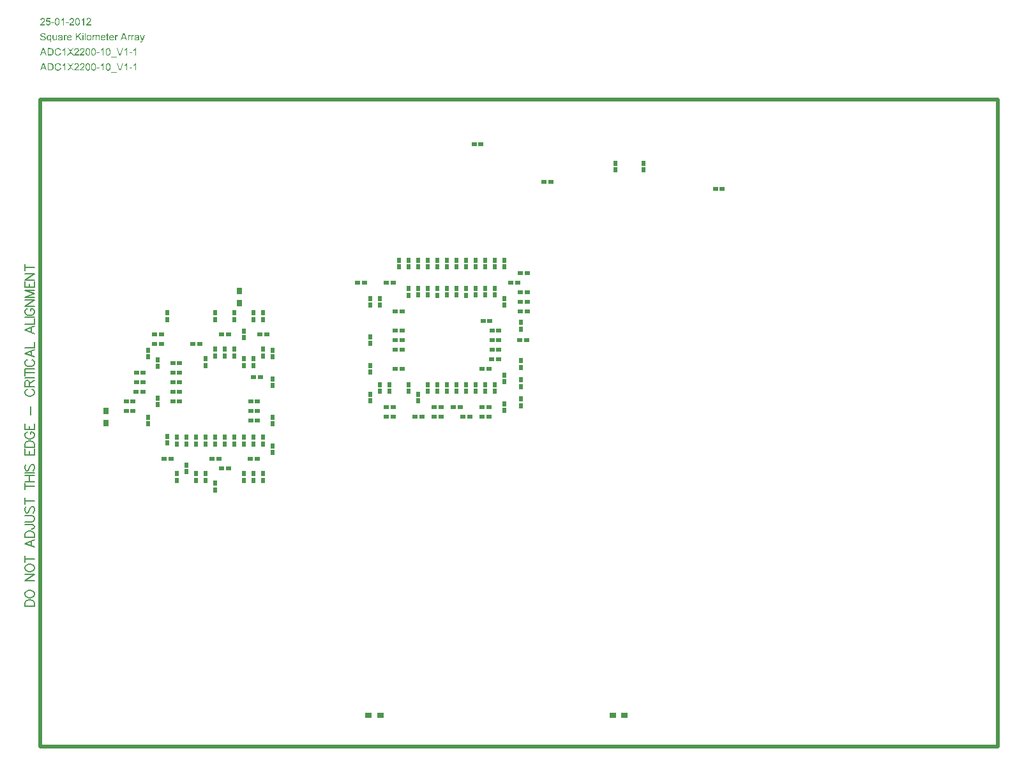
<source format=gbp>
%FSLAX44Y44*%
%MOMM*%
G71*
G01*
G75*
G04 Layer_Color=128*
%ADD10C,0.1524*%
%ADD11C,0.3810*%
%ADD12R,1.5240X0.4064*%
%ADD13R,1.2700X3.4290*%
%ADD14R,2.2860X1.9050*%
%ADD15R,1.9050X2.2860*%
%ADD16R,2.1600X1.0700*%
%ADD17R,6.9900X8.3300*%
%ADD18R,1.1500X0.6000*%
%ADD19R,0.6000X1.1000*%
%ADD20R,3.2500X3.2500*%
%ADD21R,0.3500X1.0500*%
%ADD22R,1.0500X0.3500*%
%ADD23R,1.0500X0.6000*%
%ADD24C,1.5000*%
%ADD25R,0.6500X0.6000*%
%ADD26R,0.6000X0.6500*%
%ADD27R,0.7620X0.9652*%
%ADD28R,0.9652X0.7620*%
%ADD29R,2.7000X1.3500*%
%ADD30R,1.3500X2.7000*%
%ADD31R,3.4500X0.9500*%
%ADD32O,0.4000X1.2000*%
%ADD33R,1.1500X0.4000*%
%ADD34R,0.6000X1.5500*%
%ADD35C,0.8000*%
%ADD36C,1.0160*%
%ADD37C,0.5080*%
%ADD38C,0.2540*%
%ADD39C,0.4432*%
%ADD40C,0.3048*%
%ADD41C,0.2845*%
%ADD42C,0.5000*%
%ADD43C,0.1270*%
%ADD44C,1.5240*%
%ADD45C,0.6350*%
%ADD46C,6.3500*%
%ADD47C,1.0500*%
%ADD48C,2.5400*%
%ADD49C,1.7780*%
%ADD50C,0.6500*%
%ADD51C,1.0000*%
%ADD52C,1.8000*%
%ADD53C,0.8500*%
%ADD54C,1.1080*%
%ADD55C,1.2000*%
%ADD56C,2.1240*%
%ADD57C,1.6160*%
%ADD58C,0.9000*%
%ADD59C,4.4000*%
%ADD60C,0.2300*%
%ADD61C,0.2499*%
%ADD62C,0.2500*%
%ADD63C,0.2000*%
%ADD64C,0.1000*%
%ADD65R,1.6440X0.5264*%
%ADD66R,1.3716X3.5306*%
%ADD67R,2.4060X2.0250*%
%ADD68R,2.0250X2.4060*%
%ADD69R,2.2800X1.1900*%
%ADD70R,7.1100X8.4500*%
%ADD71R,1.2700X0.7200*%
%ADD72R,0.7200X1.2200*%
%ADD73R,3.3700X3.3700*%
%ADD74R,0.4700X1.1700*%
%ADD75R,1.1700X0.4700*%
%ADD76R,1.1700X0.7200*%
%ADD77C,3.5000*%
%ADD78R,0.7500X0.7000*%
%ADD79R,0.7000X0.7500*%
%ADD80R,0.8820X1.0852*%
%ADD81R,1.0852X0.8820*%
%ADD82R,2.8000X1.4500*%
%ADD83R,1.4500X2.8000*%
%ADD84R,3.5700X1.0700*%
%ADD85O,0.5200X1.3200*%
%ADD86R,1.2700X0.5200*%
%ADD87R,0.7000X1.6500*%
%ADD88C,0.9200*%
%ADD89C,1.6440*%
%ADD90C,0.7550*%
%ADD91C,6.4700*%
%ADD92C,1.1700*%
%ADD93C,2.6600*%
%ADD94C,1.8980*%
G36*
X56066Y907065D02*
X56191Y907053D01*
X56328Y907040D01*
X56478Y907015D01*
X56641Y906978D01*
X56990Y906890D01*
X57165Y906828D01*
X57353Y906753D01*
X57540Y906665D01*
X57715Y906553D01*
X57878Y906440D01*
X58040Y906303D01*
X58053Y906290D01*
X58078Y906265D01*
X58115Y906228D01*
X58165Y906165D01*
X58228Y906090D01*
X58303Y906003D01*
X58365Y905903D01*
X58453Y905778D01*
X58527Y905653D01*
X58590Y905503D01*
X58727Y905178D01*
X58777Y905003D01*
X58815Y904816D01*
X58840Y904616D01*
X58852Y904403D01*
Y904378D01*
Y904303D01*
X58840Y904191D01*
X58827Y904041D01*
X58790Y903878D01*
X58752Y903678D01*
X58690Y903478D01*
X58615Y903266D01*
X58602Y903241D01*
X58565Y903166D01*
X58515Y903054D01*
X58428Y902916D01*
X58315Y902741D01*
X58178Y902541D01*
X58015Y902316D01*
X57828Y902091D01*
Y902079D01*
X57803Y902066D01*
X57765Y902029D01*
X57728Y901979D01*
X57665Y901916D01*
X57590Y901841D01*
X57503Y901754D01*
X57390Y901654D01*
X57278Y901542D01*
X57140Y901416D01*
X56990Y901266D01*
X56828Y901117D01*
X56641Y900954D01*
X56453Y900792D01*
X56228Y900604D01*
X56003Y900404D01*
X55991Y900392D01*
X55953Y900367D01*
X55903Y900317D01*
X55828Y900267D01*
X55753Y900192D01*
X55653Y900104D01*
X55441Y899917D01*
X55203Y899717D01*
X54978Y899517D01*
X54878Y899429D01*
X54791Y899342D01*
X54703Y899255D01*
X54641Y899192D01*
X54629Y899180D01*
X54591Y899142D01*
X54541Y899080D01*
X54466Y898992D01*
X54391Y898905D01*
X54304Y898792D01*
X54141Y898567D01*
X58865D01*
Y897430D01*
X52504D01*
Y897455D01*
Y897505D01*
Y897580D01*
X52516Y897692D01*
X52529Y897817D01*
X52554Y897955D01*
X52592Y898092D01*
X52642Y898242D01*
Y898255D01*
X52654Y898267D01*
X52667Y898305D01*
X52691Y898355D01*
X52741Y898480D01*
X52829Y898642D01*
X52941Y898842D01*
X53066Y899055D01*
X53229Y899279D01*
X53416Y899517D01*
X53429Y899529D01*
X53441Y899542D01*
X53479Y899579D01*
X53516Y899629D01*
X53641Y899767D01*
X53816Y899942D01*
X54029Y900154D01*
X54291Y900404D01*
X54604Y900679D01*
X54966Y900979D01*
X54978Y900992D01*
X55028Y901042D01*
X55116Y901104D01*
X55216Y901191D01*
X55341Y901304D01*
X55491Y901429D01*
X55653Y901566D01*
X55816Y901716D01*
X56166Y902041D01*
X56515Y902379D01*
X56678Y902554D01*
X56828Y902716D01*
X56965Y902866D01*
X57078Y903016D01*
X57090Y903029D01*
X57103Y903054D01*
X57128Y903091D01*
X57165Y903141D01*
X57203Y903216D01*
X57253Y903291D01*
X57365Y903478D01*
X57465Y903691D01*
X57553Y903928D01*
X57615Y904191D01*
X57640Y904316D01*
Y904441D01*
Y904453D01*
Y904478D01*
Y904503D01*
X57628Y904553D01*
X57615Y904691D01*
X57578Y904853D01*
X57515Y905041D01*
X57428Y905228D01*
X57303Y905428D01*
X57128Y905615D01*
X57103Y905640D01*
X57040Y905690D01*
X56928Y905765D01*
X56778Y905865D01*
X56590Y905953D01*
X56365Y906028D01*
X56103Y906078D01*
X55816Y906103D01*
X55728D01*
X55678Y906090D01*
X55603D01*
X55516Y906078D01*
X55328Y906040D01*
X55116Y905978D01*
X54878Y905890D01*
X54654Y905765D01*
X54454Y905590D01*
X54429Y905565D01*
X54379Y905503D01*
X54291Y905378D01*
X54204Y905228D01*
X54104Y905016D01*
X54016Y904778D01*
X53966Y904503D01*
X53941Y904178D01*
X52729Y904303D01*
Y904316D01*
X52741Y904366D01*
Y904428D01*
X52754Y904528D01*
X52779Y904641D01*
X52804Y904766D01*
X52841Y904916D01*
X52891Y905066D01*
X53004Y905403D01*
X53079Y905578D01*
X53166Y905740D01*
X53266Y905915D01*
X53379Y906078D01*
X53504Y906228D01*
X53654Y906365D01*
X53666Y906378D01*
X53691Y906390D01*
X53741Y906428D01*
X53804Y906478D01*
X53891Y906528D01*
X53991Y906590D01*
X54104Y906653D01*
X54241Y906728D01*
X54391Y906790D01*
X54553Y906853D01*
X54728Y906915D01*
X54928Y906965D01*
X55128Y907015D01*
X55353Y907053D01*
X55591Y907065D01*
X55841Y907077D01*
X55978D01*
X56066Y907065D01*
D02*
G37*
G36*
X48605D02*
X48730Y907053D01*
X48868Y907040D01*
X49017Y907015D01*
X49180Y906978D01*
X49530Y906890D01*
X49705Y906828D01*
X49892Y906753D01*
X50080Y906665D01*
X50255Y906553D01*
X50417Y906440D01*
X50580Y906303D01*
X50592Y906290D01*
X50617Y906265D01*
X50655Y906228D01*
X50704Y906165D01*
X50767Y906090D01*
X50842Y906003D01*
X50904Y905903D01*
X50992Y905778D01*
X51067Y905653D01*
X51129Y905503D01*
X51267Y905178D01*
X51317Y905003D01*
X51354Y904816D01*
X51379Y904616D01*
X51392Y904403D01*
Y904378D01*
Y904303D01*
X51379Y904191D01*
X51367Y904041D01*
X51329Y903878D01*
X51292Y903678D01*
X51229Y903478D01*
X51154Y903266D01*
X51142Y903241D01*
X51104Y903166D01*
X51054Y903054D01*
X50967Y902916D01*
X50855Y902741D01*
X50717Y902541D01*
X50554Y902316D01*
X50367Y902091D01*
Y902079D01*
X50342Y902066D01*
X50305Y902029D01*
X50267Y901979D01*
X50205Y901916D01*
X50130Y901841D01*
X50042Y901754D01*
X49930Y901654D01*
X49817Y901542D01*
X49680Y901416D01*
X49530Y901266D01*
X49367Y901117D01*
X49180Y900954D01*
X48992Y900792D01*
X48767Y900604D01*
X48542Y900404D01*
X48530Y900392D01*
X48493Y900367D01*
X48443Y900317D01*
X48368Y900267D01*
X48293Y900192D01*
X48193Y900104D01*
X47980Y899917D01*
X47743Y899717D01*
X47518Y899517D01*
X47418Y899429D01*
X47330Y899342D01*
X47243Y899255D01*
X47180Y899192D01*
X47168Y899180D01*
X47130Y899142D01*
X47080Y899080D01*
X47005Y898992D01*
X46930Y898905D01*
X46843Y898792D01*
X46680Y898567D01*
X51404D01*
Y897430D01*
X45043D01*
Y897455D01*
Y897505D01*
Y897580D01*
X45056Y897692D01*
X45068Y897817D01*
X45093Y897955D01*
X45131Y898092D01*
X45181Y898242D01*
Y898255D01*
X45193Y898267D01*
X45206Y898305D01*
X45231Y898355D01*
X45281Y898480D01*
X45368Y898642D01*
X45481Y898842D01*
X45606Y899055D01*
X45768Y899279D01*
X45956Y899517D01*
X45968Y899529D01*
X45981Y899542D01*
X46018Y899579D01*
X46056Y899629D01*
X46181Y899767D01*
X46356Y899942D01*
X46568Y900154D01*
X46831Y900404D01*
X47143Y900679D01*
X47505Y900979D01*
X47518Y900992D01*
X47568Y901042D01*
X47655Y901104D01*
X47755Y901191D01*
X47880Y901304D01*
X48030Y901429D01*
X48193Y901566D01*
X48355Y901716D01*
X48705Y902041D01*
X49055Y902379D01*
X49217Y902554D01*
X49367Y902716D01*
X49505Y902866D01*
X49617Y903016D01*
X49630Y903029D01*
X49642Y903054D01*
X49667Y903091D01*
X49705Y903141D01*
X49742Y903216D01*
X49792Y903291D01*
X49905Y903478D01*
X50005Y903691D01*
X50092Y903928D01*
X50155Y904191D01*
X50180Y904316D01*
Y904441D01*
Y904453D01*
Y904478D01*
Y904503D01*
X50167Y904553D01*
X50155Y904691D01*
X50117Y904853D01*
X50055Y905041D01*
X49967Y905228D01*
X49842Y905428D01*
X49667Y905615D01*
X49642Y905640D01*
X49580Y905690D01*
X49467Y905765D01*
X49317Y905865D01*
X49130Y905953D01*
X48905Y906028D01*
X48643Y906078D01*
X48355Y906103D01*
X48268D01*
X48218Y906090D01*
X48143D01*
X48055Y906078D01*
X47868Y906040D01*
X47655Y905978D01*
X47418Y905890D01*
X47193Y905765D01*
X46993Y905590D01*
X46968Y905565D01*
X46918Y905503D01*
X46831Y905378D01*
X46743Y905228D01*
X46643Y905016D01*
X46556Y904778D01*
X46506Y904503D01*
X46481Y904178D01*
X45268Y904303D01*
Y904316D01*
X45281Y904366D01*
Y904428D01*
X45293Y904528D01*
X45318Y904641D01*
X45343Y904766D01*
X45381Y904916D01*
X45431Y905066D01*
X45543Y905403D01*
X45618Y905578D01*
X45706Y905740D01*
X45806Y905915D01*
X45918Y906078D01*
X46043Y906228D01*
X46193Y906365D01*
X46206Y906378D01*
X46231Y906390D01*
X46281Y906428D01*
X46343Y906478D01*
X46431Y906528D01*
X46531Y906590D01*
X46643Y906653D01*
X46781Y906728D01*
X46930Y906790D01*
X47093Y906853D01*
X47268Y906915D01*
X47468Y906965D01*
X47668Y907015D01*
X47893Y907053D01*
X48130Y907065D01*
X48380Y907077D01*
X48518D01*
X48605Y907065D01*
D02*
G37*
G36*
X115301Y897430D02*
X114126D01*
Y904941D01*
X114101Y904928D01*
X114051Y904878D01*
X113951Y904791D01*
X113826Y904691D01*
X113663Y904566D01*
X113463Y904428D01*
X113251Y904278D01*
X113001Y904128D01*
X112989D01*
X112976Y904116D01*
X112939Y904091D01*
X112889Y904066D01*
X112751Y903991D01*
X112589Y903903D01*
X112401Y903803D01*
X112189Y903703D01*
X111976Y903603D01*
X111764Y903516D01*
Y904666D01*
X111776D01*
X111814Y904691D01*
X111864Y904716D01*
X111926Y904753D01*
X112014Y904791D01*
X112114Y904853D01*
X112351Y904978D01*
X112614Y905141D01*
X112914Y905340D01*
X113201Y905553D01*
X113488Y905790D01*
X113501Y905803D01*
X113526Y905815D01*
X113563Y905853D01*
X113613Y905903D01*
X113738Y906028D01*
X113901Y906203D01*
X114063Y906390D01*
X114238Y906615D01*
X114401Y906840D01*
X114538Y907077D01*
X115301D01*
Y897430D01*
D02*
G37*
G36*
X83971D02*
X82796D01*
Y904941D01*
X82771Y904928D01*
X82721Y904878D01*
X82621Y904791D01*
X82496Y904691D01*
X82334Y904566D01*
X82134Y904428D01*
X81922Y904278D01*
X81672Y904128D01*
X81659D01*
X81647Y904116D01*
X81609Y904091D01*
X81559Y904066D01*
X81422Y903991D01*
X81259Y903903D01*
X81072Y903803D01*
X80859Y903703D01*
X80647Y903603D01*
X80434Y903516D01*
Y904666D01*
X80447D01*
X80484Y904691D01*
X80534Y904716D01*
X80597Y904753D01*
X80684Y904791D01*
X80784Y904853D01*
X81022Y904978D01*
X81284Y905141D01*
X81584Y905340D01*
X81872Y905553D01*
X82159Y905790D01*
X82171Y905803D01*
X82196Y905815D01*
X82234Y905853D01*
X82284Y905903D01*
X82409Y906028D01*
X82571Y906203D01*
X82734Y906390D01*
X82909Y906615D01*
X83071Y906840D01*
X83209Y907077D01*
X83971D01*
Y897430D01*
D02*
G37*
G36*
X33247D02*
X32072D01*
Y904941D01*
X32047Y904928D01*
X31997Y904878D01*
X31897Y904791D01*
X31772Y904691D01*
X31609Y904566D01*
X31409Y904428D01*
X31197Y904278D01*
X30947Y904128D01*
X30935D01*
X30922Y904116D01*
X30885Y904091D01*
X30835Y904066D01*
X30697Y903991D01*
X30535Y903903D01*
X30347Y903803D01*
X30135Y903703D01*
X29922Y903603D01*
X29710Y903516D01*
Y904666D01*
X29722D01*
X29760Y904691D01*
X29810Y904716D01*
X29872Y904753D01*
X29960Y904791D01*
X30060Y904853D01*
X30297Y904978D01*
X30560Y905141D01*
X30860Y905340D01*
X31147Y905553D01*
X31434Y905790D01*
X31447Y905803D01*
X31472Y905815D01*
X31509Y905853D01*
X31559Y905903D01*
X31684Y906028D01*
X31847Y906203D01*
X32009Y906390D01*
X32184Y906615D01*
X32347Y906840D01*
X32484Y907077D01*
X33247D01*
Y897430D01*
D02*
G37*
G36*
X90319Y907065D02*
X90394D01*
X90582Y907040D01*
X90794Y907003D01*
X91019Y906940D01*
X91257Y906865D01*
X91482Y906765D01*
X91494D01*
X91507Y906753D01*
X91581Y906703D01*
X91681Y906640D01*
X91819Y906540D01*
X91969Y906403D01*
X92131Y906253D01*
X92294Y906078D01*
X92444Y905865D01*
Y905853D01*
X92456Y905840D01*
X92481Y905803D01*
X92506Y905765D01*
X92569Y905640D01*
X92656Y905465D01*
X92756Y905253D01*
X92856Y905016D01*
X92944Y904728D01*
X93031Y904428D01*
Y904416D01*
X93044Y904391D01*
X93056Y904341D01*
X93069Y904278D01*
X93081Y904191D01*
X93106Y904091D01*
X93119Y903966D01*
X93144Y903828D01*
X93169Y903678D01*
X93181Y903503D01*
X93206Y903328D01*
X93219Y903116D01*
X93231Y902904D01*
X93244Y902679D01*
X93256Y902429D01*
Y902166D01*
Y902141D01*
Y902091D01*
Y902004D01*
Y901879D01*
X93244Y901741D01*
Y901579D01*
X93231Y901392D01*
X93219Y901191D01*
X93169Y900754D01*
X93106Y900292D01*
X93019Y899842D01*
X92969Y899629D01*
X92906Y899429D01*
Y899417D01*
X92894Y899380D01*
X92869Y899330D01*
X92844Y899255D01*
X92806Y899167D01*
X92756Y899067D01*
X92644Y898842D01*
X92494Y898580D01*
X92319Y898317D01*
X92106Y898055D01*
X91856Y897830D01*
X91844D01*
X91832Y897805D01*
X91782Y897780D01*
X91732Y897742D01*
X91669Y897705D01*
X91581Y897655D01*
X91494Y897605D01*
X91382Y897555D01*
X91132Y897442D01*
X90832Y897355D01*
X90494Y897292D01*
X90307Y897280D01*
X90119Y897268D01*
X90057D01*
X89982Y897280D01*
X89895D01*
X89769Y897292D01*
X89644Y897318D01*
X89495Y897355D01*
X89332Y897393D01*
X89157Y897442D01*
X88982Y897505D01*
X88795Y897592D01*
X88607Y897680D01*
X88432Y897792D01*
X88257Y897930D01*
X88095Y898080D01*
X87933Y898255D01*
X87920Y898267D01*
X87895Y898317D01*
X87845Y898380D01*
X87782Y898480D01*
X87720Y898617D01*
X87633Y898780D01*
X87558Y898967D01*
X87470Y899192D01*
X87383Y899454D01*
X87295Y899742D01*
X87208Y900054D01*
X87145Y900417D01*
X87083Y900804D01*
X87033Y901217D01*
X87008Y901679D01*
X86995Y902166D01*
Y902191D01*
Y902241D01*
Y902329D01*
Y902454D01*
X87008Y902591D01*
X87020Y902754D01*
Y902941D01*
X87045Y903141D01*
X87083Y903578D01*
X87145Y904041D01*
X87233Y904491D01*
X87283Y904703D01*
X87345Y904903D01*
Y904916D01*
X87358Y904953D01*
X87383Y905003D01*
X87408Y905078D01*
X87445Y905165D01*
X87495Y905266D01*
X87607Y905503D01*
X87758Y905753D01*
X87933Y906028D01*
X88145Y906290D01*
X88382Y906515D01*
X88395Y906528D01*
X88420Y906540D01*
X88457Y906565D01*
X88507Y906603D01*
X88570Y906640D01*
X88657Y906690D01*
X88745Y906740D01*
X88857Y906803D01*
X89107Y906903D01*
X89407Y906990D01*
X89745Y907053D01*
X89932Y907077D01*
X90244D01*
X90319Y907065D01*
D02*
G37*
G36*
X70924D02*
X70999D01*
X71187Y907040D01*
X71399Y907003D01*
X71624Y906940D01*
X71862Y906865D01*
X72087Y906765D01*
X72099D01*
X72112Y906753D01*
X72186Y906703D01*
X72287Y906640D01*
X72424Y906540D01*
X72574Y906403D01*
X72736Y906253D01*
X72899Y906078D01*
X73049Y905865D01*
Y905853D01*
X73061Y905840D01*
X73086Y905803D01*
X73111Y905765D01*
X73174Y905640D01*
X73261Y905465D01*
X73361Y905253D01*
X73461Y905016D01*
X73549Y904728D01*
X73636Y904428D01*
Y904416D01*
X73649Y904391D01*
X73661Y904341D01*
X73674Y904278D01*
X73686Y904191D01*
X73711Y904091D01*
X73724Y903966D01*
X73749Y903828D01*
X73774Y903678D01*
X73786Y903503D01*
X73811Y903328D01*
X73824Y903116D01*
X73836Y902904D01*
X73849Y902679D01*
X73861Y902429D01*
Y902166D01*
Y902141D01*
Y902091D01*
Y902004D01*
Y901879D01*
X73849Y901741D01*
Y901579D01*
X73836Y901392D01*
X73824Y901191D01*
X73774Y900754D01*
X73711Y900292D01*
X73624Y899842D01*
X73574Y899629D01*
X73511Y899429D01*
Y899417D01*
X73499Y899380D01*
X73474Y899330D01*
X73449Y899255D01*
X73411Y899167D01*
X73361Y899067D01*
X73249Y898842D01*
X73099Y898580D01*
X72924Y898317D01*
X72711Y898055D01*
X72461Y897830D01*
X72449D01*
X72436Y897805D01*
X72386Y897780D01*
X72337Y897742D01*
X72274Y897705D01*
X72186Y897655D01*
X72099Y897605D01*
X71986Y897555D01*
X71737Y897442D01*
X71437Y897355D01*
X71099Y897292D01*
X70912Y897280D01*
X70724Y897268D01*
X70662D01*
X70587Y897280D01*
X70499D01*
X70374Y897292D01*
X70250Y897318D01*
X70100Y897355D01*
X69937Y897393D01*
X69762Y897442D01*
X69587Y897505D01*
X69400Y897592D01*
X69212Y897680D01*
X69037Y897792D01*
X68862Y897930D01*
X68700Y898080D01*
X68537Y898255D01*
X68525Y898267D01*
X68500Y898317D01*
X68450Y898380D01*
X68387Y898480D01*
X68325Y898617D01*
X68238Y898780D01*
X68162Y898967D01*
X68075Y899192D01*
X67988Y899454D01*
X67900Y899742D01*
X67813Y900054D01*
X67750Y900417D01*
X67688Y900804D01*
X67638Y901217D01*
X67613Y901679D01*
X67600Y902166D01*
Y902191D01*
Y902241D01*
Y902329D01*
Y902454D01*
X67613Y902591D01*
X67625Y902754D01*
Y902941D01*
X67650Y903141D01*
X67688Y903578D01*
X67750Y904041D01*
X67838Y904491D01*
X67888Y904703D01*
X67950Y904903D01*
Y904916D01*
X67963Y904953D01*
X67988Y905003D01*
X68013Y905078D01*
X68050Y905165D01*
X68100Y905266D01*
X68212Y905503D01*
X68362Y905753D01*
X68537Y906028D01*
X68750Y906290D01*
X68987Y906515D01*
X69000Y906528D01*
X69025Y906540D01*
X69062Y906565D01*
X69112Y906603D01*
X69175Y906640D01*
X69262Y906690D01*
X69350Y906740D01*
X69462Y906803D01*
X69712Y906903D01*
X70012Y906990D01*
X70349Y907053D01*
X70537Y907077D01*
X70849D01*
X70924Y907065D01*
D02*
G37*
G36*
X13589Y907028D02*
X13826D01*
X14101Y907003D01*
X14389Y906978D01*
X14664Y906940D01*
X14901Y906890D01*
X14914D01*
X14939Y906878D01*
X14989Y906865D01*
X15039Y906853D01*
X15114Y906828D01*
X15201Y906803D01*
X15388Y906740D01*
X15613Y906640D01*
X15851Y906528D01*
X16088Y906378D01*
X16313Y906203D01*
X16326Y906190D01*
X16351Y906178D01*
X16388Y906140D01*
X16438Y906090D01*
X16501Y906028D01*
X16576Y905953D01*
X16651Y905865D01*
X16738Y905765D01*
X16926Y905528D01*
X17113Y905240D01*
X17300Y904928D01*
X17450Y904566D01*
Y904553D01*
X17463Y904516D01*
X17488Y904466D01*
X17513Y904391D01*
X17538Y904291D01*
X17576Y904178D01*
X17613Y904053D01*
X17651Y903903D01*
X17675Y903741D01*
X17713Y903566D01*
X17750Y903379D01*
X17775Y903178D01*
X17825Y902741D01*
X17838Y902279D01*
Y902266D01*
Y902229D01*
Y902179D01*
Y902091D01*
X17825Y902004D01*
Y901891D01*
X17813Y901766D01*
X17800Y901629D01*
X17775Y901329D01*
X17725Y901004D01*
X17663Y900667D01*
X17576Y900342D01*
Y900329D01*
X17563Y900304D01*
X17550Y900254D01*
X17526Y900204D01*
X17500Y900129D01*
X17476Y900042D01*
X17400Y899854D01*
X17313Y899629D01*
X17201Y899392D01*
X17063Y899155D01*
X16926Y898942D01*
X16913Y898917D01*
X16851Y898855D01*
X16776Y898755D01*
X16663Y898630D01*
X16538Y898492D01*
X16388Y898342D01*
X16213Y898205D01*
X16038Y898067D01*
X16013Y898055D01*
X15951Y898017D01*
X15851Y897955D01*
X15713Y897892D01*
X15551Y897817D01*
X15351Y897730D01*
X15126Y897655D01*
X14889Y897592D01*
X14876D01*
X14864Y897580D01*
X14826D01*
X14776Y897568D01*
X14714Y897555D01*
X14639Y897542D01*
X14451Y897517D01*
X14226Y897480D01*
X13964Y897455D01*
X13664Y897442D01*
X13352Y897430D01*
X9890D01*
Y907040D01*
X13477D01*
X13589Y907028D01*
D02*
G37*
G36*
X8853Y897430D02*
X7416D01*
X6303Y900342D01*
X2279D01*
X1230Y897430D01*
X-108D01*
X3554Y907040D01*
X4941D01*
X8853Y897430D01*
D02*
G37*
G36*
X11739Y944528D02*
X11827D01*
X11939Y944503D01*
X12064Y944478D01*
X12202Y944453D01*
X12352Y944403D01*
X12514Y944353D01*
X12677Y944278D01*
X12839Y944191D01*
X13014Y944078D01*
X13177Y943953D01*
X13339Y943816D01*
X13489Y943641D01*
X13639Y943454D01*
Y944391D01*
X14701D01*
Y934768D01*
X13527D01*
Y938180D01*
X13514Y938167D01*
X13477Y938117D01*
X13414Y938042D01*
X13326Y937955D01*
X13214Y937855D01*
X13089Y937742D01*
X12927Y937630D01*
X12752Y937530D01*
X12727Y937517D01*
X12664Y937493D01*
X12564Y937455D01*
X12439Y937405D01*
X12289Y937355D01*
X12114Y937318D01*
X11914Y937292D01*
X11715Y937280D01*
X11665D01*
X11589Y937292D01*
X11502D01*
X11402Y937305D01*
X11277Y937330D01*
X11127Y937367D01*
X10977Y937405D01*
X10815Y937455D01*
X10640Y937517D01*
X10465Y937605D01*
X10277Y937692D01*
X10102Y937805D01*
X9915Y937942D01*
X9740Y938092D01*
X9565Y938267D01*
X9553Y938280D01*
X9528Y938317D01*
X9477Y938367D01*
X9427Y938455D01*
X9365Y938555D01*
X9290Y938667D01*
X9203Y938817D01*
X9128Y938980D01*
X9040Y939155D01*
X8953Y939354D01*
X8878Y939579D01*
X8815Y939817D01*
X8765Y940079D01*
X8715Y940354D01*
X8690Y940654D01*
X8678Y940967D01*
Y940979D01*
Y941017D01*
Y941067D01*
Y941142D01*
X8690Y941242D01*
X8703Y941341D01*
Y941467D01*
X8728Y941591D01*
X8765Y941891D01*
X8828Y942204D01*
X8915Y942529D01*
X9040Y942841D01*
Y942854D01*
X9053Y942879D01*
X9078Y942916D01*
X9103Y942979D01*
X9190Y943129D01*
X9303Y943316D01*
X9452Y943516D01*
X9640Y943728D01*
X9852Y943928D01*
X10090Y944103D01*
X10102D01*
X10127Y944128D01*
X10165Y944141D01*
X10215Y944178D01*
X10277Y944203D01*
X10352Y944241D01*
X10540Y944328D01*
X10765Y944403D01*
X11027Y944478D01*
X11315Y944528D01*
X11615Y944541D01*
X11677D01*
X11739Y944528D01*
D02*
G37*
G36*
X23986Y907190D02*
X24111Y907178D01*
X24261Y907165D01*
X24424Y907140D01*
X24599Y907115D01*
X24974Y907028D01*
X25173Y906965D01*
X25386Y906890D01*
X25586Y906803D01*
X25786Y906715D01*
X25986Y906590D01*
X26173Y906465D01*
X26186Y906453D01*
X26211Y906428D01*
X26273Y906390D01*
X26336Y906328D01*
X26411Y906253D01*
X26511Y906165D01*
X26611Y906053D01*
X26723Y905928D01*
X26836Y905790D01*
X26948Y905640D01*
X27061Y905465D01*
X27173Y905291D01*
X27285Y905090D01*
X27385Y904878D01*
X27485Y904641D01*
X27560Y904403D01*
X26311Y904103D01*
Y904116D01*
X26298Y904153D01*
X26273Y904203D01*
X26248Y904278D01*
X26211Y904366D01*
X26173Y904466D01*
X26061Y904691D01*
X25923Y904941D01*
X25761Y905191D01*
X25561Y905428D01*
X25449Y905528D01*
X25336Y905628D01*
X25324D01*
X25311Y905653D01*
X25273Y905678D01*
X25224Y905703D01*
X25161Y905740D01*
X25086Y905778D01*
X24899Y905878D01*
X24661Y905965D01*
X24386Y906040D01*
X24074Y906090D01*
X23724Y906115D01*
X23611D01*
X23537Y906103D01*
X23449D01*
X23337Y906090D01*
X23212Y906065D01*
X23074Y906053D01*
X22787Y905990D01*
X22474Y905890D01*
X22162Y905753D01*
X22012Y905678D01*
X21862Y905578D01*
X21849D01*
X21824Y905553D01*
X21787Y905528D01*
X21737Y905478D01*
X21612Y905366D01*
X21462Y905203D01*
X21287Y905003D01*
X21112Y904753D01*
X20950Y904478D01*
X20825Y904153D01*
Y904141D01*
X20812Y904116D01*
X20800Y904066D01*
X20775Y904003D01*
X20750Y903916D01*
X20725Y903816D01*
X20700Y903703D01*
X20675Y903591D01*
X20625Y903304D01*
X20575Y902991D01*
X20537Y902654D01*
X20525Y902304D01*
Y902291D01*
Y902254D01*
Y902191D01*
Y902104D01*
X20537Y901991D01*
X20550Y901866D01*
Y901729D01*
X20575Y901579D01*
X20612Y901242D01*
X20675Y900892D01*
X20762Y900517D01*
X20875Y900167D01*
Y900154D01*
X20887Y900129D01*
X20912Y900079D01*
X20950Y900017D01*
X20987Y899942D01*
X21025Y899854D01*
X21150Y899654D01*
X21312Y899429D01*
X21500Y899205D01*
X21724Y898992D01*
X21987Y898805D01*
X21999D01*
X22024Y898780D01*
X22062Y898767D01*
X22124Y898730D01*
X22187Y898705D01*
X22274Y898667D01*
X22474Y898580D01*
X22724Y898492D01*
X22999Y898430D01*
X23299Y898380D01*
X23624Y898355D01*
X23724D01*
X23799Y898367D01*
X23899Y898380D01*
X23999Y898392D01*
X24124Y898405D01*
X24249Y898430D01*
X24536Y898505D01*
X24836Y898617D01*
X24999Y898680D01*
X25148Y898767D01*
X25299Y898855D01*
X25436Y898967D01*
X25449Y898980D01*
X25473Y898992D01*
X25511Y899030D01*
X25561Y899080D01*
X25611Y899142D01*
X25686Y899230D01*
X25761Y899317D01*
X25836Y899429D01*
X25923Y899542D01*
X26011Y899679D01*
X26086Y899829D01*
X26173Y899992D01*
X26248Y900179D01*
X26323Y900367D01*
X26386Y900567D01*
X26448Y900792D01*
X27723Y900467D01*
Y900454D01*
X27698Y900404D01*
X27673Y900317D01*
X27648Y900204D01*
X27598Y900079D01*
X27535Y899929D01*
X27473Y899767D01*
X27385Y899579D01*
X27298Y899392D01*
X27185Y899192D01*
X27073Y899005D01*
X26936Y898805D01*
X26798Y898605D01*
X26636Y898417D01*
X26461Y898242D01*
X26273Y898080D01*
X26261Y898067D01*
X26223Y898042D01*
X26173Y898005D01*
X26086Y897955D01*
X25986Y897892D01*
X25861Y897817D01*
X25723Y897755D01*
X25573Y897680D01*
X25386Y897592D01*
X25199Y897530D01*
X24986Y897455D01*
X24761Y897393D01*
X24524Y897343D01*
X24274Y897305D01*
X24011Y897280D01*
X23736Y897268D01*
X23586D01*
X23474Y897280D01*
X23349Y897292D01*
X23187Y897305D01*
X23024Y897318D01*
X22837Y897343D01*
X22437Y897418D01*
X22012Y897530D01*
X21799Y897605D01*
X21587Y897692D01*
X21387Y897780D01*
X21200Y897892D01*
X21187Y897905D01*
X21162Y897917D01*
X21112Y897955D01*
X21037Y898017D01*
X20962Y898080D01*
X20862Y898155D01*
X20762Y898255D01*
X20650Y898367D01*
X20525Y898480D01*
X20412Y898617D01*
X20287Y898767D01*
X20162Y898942D01*
X20037Y899117D01*
X19925Y899305D01*
X19812Y899517D01*
X19712Y899729D01*
Y899742D01*
X19687Y899779D01*
X19662Y899854D01*
X19638Y899942D01*
X19600Y900054D01*
X19550Y900179D01*
X19512Y900329D01*
X19462Y900504D01*
X19412Y900692D01*
X19375Y900892D01*
X19325Y901104D01*
X19288Y901317D01*
X19238Y901804D01*
X19213Y902304D01*
Y902316D01*
Y902366D01*
Y902454D01*
X19225Y902554D01*
Y902691D01*
X19238Y902841D01*
X19262Y903004D01*
X19288Y903191D01*
X19312Y903391D01*
X19350Y903603D01*
X19450Y904041D01*
X19588Y904478D01*
X19675Y904703D01*
X19775Y904916D01*
X19787Y904928D01*
X19800Y904966D01*
X19837Y905028D01*
X19887Y905103D01*
X19937Y905191D01*
X20012Y905303D01*
X20100Y905415D01*
X20200Y905553D01*
X20425Y905828D01*
X20712Y906103D01*
X21037Y906378D01*
X21225Y906503D01*
X21412Y906615D01*
X21425Y906628D01*
X21462Y906640D01*
X21525Y906665D01*
X21599Y906703D01*
X21699Y906753D01*
X21812Y906803D01*
X21949Y906853D01*
X22099Y906915D01*
X22274Y906965D01*
X22449Y907015D01*
X22849Y907115D01*
X23286Y907178D01*
X23512Y907203D01*
X23886D01*
X23986Y907190D01*
D02*
G37*
G36*
X65113Y944528D02*
X65238Y944516D01*
X65376Y944491D01*
X65538Y944466D01*
X65713Y944428D01*
X65888Y944378D01*
X66076Y944303D01*
X66276Y944228D01*
X66475Y944141D01*
X66675Y944028D01*
X66863Y943903D01*
X67050Y943753D01*
X67225Y943591D01*
X67238Y943578D01*
X67263Y943553D01*
X67313Y943491D01*
X67363Y943416D01*
X67438Y943328D01*
X67513Y943204D01*
X67600Y943066D01*
X67688Y942916D01*
X67763Y942741D01*
X67850Y942554D01*
X67925Y942341D01*
X68000Y942104D01*
X68050Y941854D01*
X68100Y941591D01*
X68125Y941304D01*
X68137Y941004D01*
Y940992D01*
Y940942D01*
Y940879D01*
Y940779D01*
X68125Y940667D01*
X68113Y940542D01*
X68100Y940392D01*
X68088Y940242D01*
X68038Y939904D01*
X67963Y939555D01*
X67863Y939204D01*
X67800Y939042D01*
X67725Y938892D01*
Y938880D01*
X67713Y938855D01*
X67688Y938817D01*
X67650Y938767D01*
X67563Y938630D01*
X67425Y938455D01*
X67263Y938267D01*
X67063Y938067D01*
X66825Y937880D01*
X66550Y937705D01*
X66538D01*
X66513Y937692D01*
X66475Y937667D01*
X66413Y937642D01*
X66350Y937605D01*
X66263Y937568D01*
X66051Y937493D01*
X65813Y937418D01*
X65526Y937343D01*
X65213Y937292D01*
X64876Y937280D01*
X64813D01*
X64738Y937292D01*
X64638D01*
X64513Y937305D01*
X64376Y937330D01*
X64214Y937355D01*
X64039Y937393D01*
X63851Y937442D01*
X63664Y937505D01*
X63476Y937580D01*
X63276Y937667D01*
X63076Y937780D01*
X62889Y937905D01*
X62701Y938042D01*
X62526Y938205D01*
X62514Y938217D01*
X62489Y938255D01*
X62439Y938305D01*
X62389Y938380D01*
X62314Y938480D01*
X62239Y938592D01*
X62164Y938730D01*
X62077Y938892D01*
X61989Y939080D01*
X61914Y939279D01*
X61839Y939492D01*
X61764Y939742D01*
X61714Y940004D01*
X61664Y940279D01*
X61639Y940579D01*
X61627Y940904D01*
Y940929D01*
Y940992D01*
X61639Y941092D01*
Y941217D01*
X61664Y941379D01*
X61689Y941566D01*
X61714Y941766D01*
X61764Y941979D01*
X61814Y942216D01*
X61889Y942454D01*
X61977Y942691D01*
X62077Y942929D01*
X62201Y943154D01*
X62339Y943379D01*
X62501Y943578D01*
X62689Y943766D01*
X62701Y943778D01*
X62726Y943803D01*
X62776Y943841D01*
X62851Y943891D01*
X62939Y943941D01*
X63039Y944016D01*
X63164Y944078D01*
X63301Y944153D01*
X63451Y944228D01*
X63614Y944291D01*
X63801Y944366D01*
X63989Y944416D01*
X64201Y944466D01*
X64413Y944503D01*
X64638Y944528D01*
X64876Y944541D01*
X65013D01*
X65113Y944528D01*
D02*
G37*
G36*
X39032D02*
X39145Y944516D01*
X39282Y944491D01*
X39445Y944466D01*
X39607Y944428D01*
X39782Y944378D01*
X39970Y944303D01*
X40157Y944228D01*
X40345Y944141D01*
X40545Y944028D01*
X40732Y943903D01*
X40907Y943753D01*
X41082Y943591D01*
X41094Y943578D01*
X41119Y943541D01*
X41169Y943491D01*
X41219Y943416D01*
X41282Y943316D01*
X41357Y943204D01*
X41444Y943066D01*
X41532Y942904D01*
X41607Y942716D01*
X41694Y942516D01*
X41769Y942304D01*
X41832Y942066D01*
X41882Y941804D01*
X41932Y941529D01*
X41957Y941229D01*
X41969Y940917D01*
Y940892D01*
Y940842D01*
Y940742D01*
X41957Y940604D01*
X36771D01*
Y940592D01*
Y940554D01*
X36783Y940492D01*
X36795Y940417D01*
X36808Y940317D01*
X36820Y940204D01*
X36871Y939954D01*
X36958Y939667D01*
X37071Y939380D01*
X37220Y939105D01*
X37308Y938980D01*
X37408Y938855D01*
X37420Y938842D01*
X37433Y938830D01*
X37470Y938805D01*
X37508Y938767D01*
X37645Y938667D01*
X37808Y938555D01*
X38020Y938442D01*
X38270Y938355D01*
X38558Y938280D01*
X38707Y938267D01*
X38870Y938255D01*
X38983D01*
X39095Y938267D01*
X39257Y938292D01*
X39420Y938342D01*
X39607Y938392D01*
X39795Y938480D01*
X39970Y938592D01*
X39995Y938605D01*
X40045Y938655D01*
X40132Y938742D01*
X40232Y938855D01*
X40345Y939005D01*
X40470Y939204D01*
X40595Y939429D01*
X40694Y939692D01*
X41919Y939529D01*
Y939517D01*
X41907Y939480D01*
X41894Y939429D01*
X41857Y939354D01*
X41832Y939267D01*
X41782Y939155D01*
X41682Y938917D01*
X41532Y938655D01*
X41344Y938380D01*
X41119Y938105D01*
X40857Y937867D01*
X40844D01*
X40820Y937842D01*
X40782Y937817D01*
X40719Y937780D01*
X40644Y937730D01*
X40545Y937680D01*
X40445Y937630D01*
X40320Y937580D01*
X40182Y937517D01*
X40032Y937467D01*
X39870Y937418D01*
X39695Y937367D01*
X39307Y937305D01*
X39095Y937292D01*
X38870Y937280D01*
X38807D01*
X38720Y937292D01*
X38620D01*
X38495Y937305D01*
X38345Y937330D01*
X38170Y937355D01*
X37995Y937393D01*
X37808Y937442D01*
X37608Y937505D01*
X37408Y937580D01*
X37208Y937680D01*
X37008Y937780D01*
X36808Y937905D01*
X36621Y938055D01*
X36446Y938217D01*
X36433Y938230D01*
X36408Y938267D01*
X36358Y938317D01*
X36308Y938392D01*
X36246Y938492D01*
X36171Y938605D01*
X36083Y938742D01*
X36008Y938892D01*
X35921Y939080D01*
X35833Y939267D01*
X35758Y939492D01*
X35696Y939717D01*
X35646Y939979D01*
X35596Y940242D01*
X35571Y940529D01*
X35558Y940842D01*
Y940867D01*
Y940917D01*
X35571Y941017D01*
Y941129D01*
X35583Y941279D01*
X35608Y941454D01*
X35633Y941641D01*
X35671Y941841D01*
X35721Y942054D01*
X35783Y942279D01*
X35846Y942504D01*
X35933Y942729D01*
X36046Y942954D01*
X36158Y943178D01*
X36296Y943379D01*
X36458Y943566D01*
X36471Y943578D01*
X36496Y943603D01*
X36546Y943653D01*
X36621Y943716D01*
X36708Y943791D01*
X36820Y943878D01*
X36946Y943966D01*
X37083Y944053D01*
X37245Y944141D01*
X37420Y944228D01*
X37620Y944316D01*
X37820Y944391D01*
X38045Y944453D01*
X38283Y944503D01*
X38533Y944528D01*
X38795Y944541D01*
X38932D01*
X39032Y944528D01*
D02*
G37*
G36*
X40970Y902466D02*
X44556Y897430D01*
X42994D01*
X40570Y900854D01*
X40557Y900867D01*
X40532Y900904D01*
X40495Y900967D01*
X40445Y901042D01*
X40382Y901129D01*
X40320Y901229D01*
X40170Y901441D01*
X40157Y901416D01*
X40120Y901367D01*
X40070Y901279D01*
X39995Y901179D01*
X39845Y900942D01*
X39782Y900842D01*
X39720Y900754D01*
X37283Y897430D01*
X35758D01*
X39470Y902416D01*
X36196Y907040D01*
X37720D01*
X39470Y904578D01*
X39482Y904566D01*
X39495Y904541D01*
X39520Y904503D01*
X39557Y904453D01*
X39657Y904316D01*
X39770Y904141D01*
X39895Y903953D01*
X40020Y903753D01*
X40132Y903566D01*
X40232Y903403D01*
X40245Y903428D01*
X40295Y903491D01*
X40357Y903591D01*
X40445Y903728D01*
X40557Y903891D01*
X40695Y904078D01*
X40832Y904266D01*
X40995Y904478D01*
X42906Y907040D01*
X44294D01*
X40970Y902466D01*
D02*
G37*
G36*
X106453Y897430D02*
X105128D01*
X101404Y907040D01*
X102791D01*
X105290Y900054D01*
Y900042D01*
X105303Y900017D01*
X105316Y899967D01*
X105340Y899917D01*
X105365Y899842D01*
X105391Y899754D01*
X105465Y899542D01*
X105541Y899305D01*
X105628Y899042D01*
X105715Y898755D01*
X105790Y898480D01*
Y898492D01*
X105803Y898517D01*
X105815Y898555D01*
X105828Y898617D01*
X105853Y898692D01*
X105878Y898767D01*
X105940Y898967D01*
X106015Y899205D01*
X106103Y899480D01*
X106203Y899767D01*
X106315Y900054D01*
X108915Y907040D01*
X110202D01*
X106453Y897430D01*
D02*
G37*
G36*
X127235D02*
X126060D01*
Y904941D01*
X126035Y904928D01*
X125985Y904878D01*
X125885Y904791D01*
X125760Y904691D01*
X125598Y904566D01*
X125398Y904428D01*
X125185Y904278D01*
X124936Y904128D01*
X124923D01*
X124910Y904116D01*
X124873Y904091D01*
X124823Y904066D01*
X124686Y903991D01*
X124523Y903903D01*
X124336Y903803D01*
X124123Y903703D01*
X123911Y903603D01*
X123698Y903516D01*
Y904666D01*
X123711D01*
X123748Y904691D01*
X123798Y904716D01*
X123861Y904753D01*
X123948Y904791D01*
X124048Y904853D01*
X124286Y904978D01*
X124548Y905141D01*
X124848Y905340D01*
X125135Y905553D01*
X125423Y905790D01*
X125435Y905803D01*
X125460Y905815D01*
X125498Y905853D01*
X125548Y905903D01*
X125673Y906028D01*
X125835Y906203D01*
X125998Y906390D01*
X126173Y906615D01*
X126335Y906840D01*
X126473Y907077D01*
X127235D01*
Y897430D01*
D02*
G37*
G36*
X121811Y900317D02*
X118187D01*
Y901504D01*
X121811D01*
Y900317D01*
D02*
G37*
G36*
X78547D02*
X74923D01*
Y901504D01*
X78547D01*
Y900317D01*
D02*
G37*
G36*
X63464Y907065D02*
X63539D01*
X63726Y907040D01*
X63939Y907003D01*
X64163Y906940D01*
X64401Y906865D01*
X64626Y906765D01*
X64638D01*
X64651Y906753D01*
X64726Y906703D01*
X64826Y906640D01*
X64963Y906540D01*
X65113Y906403D01*
X65276Y906253D01*
X65438Y906078D01*
X65588Y905865D01*
Y905853D01*
X65601Y905840D01*
X65626Y905803D01*
X65651Y905765D01*
X65713Y905640D01*
X65801Y905465D01*
X65901Y905253D01*
X66001Y905016D01*
X66088Y904728D01*
X66175Y904428D01*
Y904416D01*
X66188Y904391D01*
X66200Y904341D01*
X66213Y904278D01*
X66226Y904191D01*
X66251Y904091D01*
X66263Y903966D01*
X66288Y903828D01*
X66313Y903678D01*
X66325Y903503D01*
X66350Y903328D01*
X66363Y903116D01*
X66375Y902904D01*
X66388Y902679D01*
X66400Y902429D01*
Y902166D01*
Y902141D01*
Y902091D01*
Y902004D01*
Y901879D01*
X66388Y901741D01*
Y901579D01*
X66375Y901392D01*
X66363Y901191D01*
X66313Y900754D01*
X66251Y900292D01*
X66163Y899842D01*
X66113Y899629D01*
X66051Y899429D01*
Y899417D01*
X66038Y899380D01*
X66013Y899330D01*
X65988Y899255D01*
X65951Y899167D01*
X65901Y899067D01*
X65788Y898842D01*
X65638Y898580D01*
X65463Y898317D01*
X65251Y898055D01*
X65001Y897830D01*
X64988D01*
X64976Y897805D01*
X64926Y897780D01*
X64876Y897742D01*
X64813Y897705D01*
X64726Y897655D01*
X64638Y897605D01*
X64526Y897555D01*
X64276Y897442D01*
X63976Y897355D01*
X63639Y897292D01*
X63451Y897280D01*
X63264Y897268D01*
X63201D01*
X63126Y897280D01*
X63039D01*
X62914Y897292D01*
X62789Y897318D01*
X62639Y897355D01*
X62477Y897393D01*
X62302Y897442D01*
X62127Y897505D01*
X61939Y897592D01*
X61752Y897680D01*
X61577Y897792D01*
X61402Y897930D01*
X61239Y898080D01*
X61077Y898255D01*
X61064Y898267D01*
X61039Y898317D01*
X60989Y898380D01*
X60927Y898480D01*
X60864Y898617D01*
X60777Y898780D01*
X60702Y898967D01*
X60615Y899192D01*
X60527Y899454D01*
X60440Y899742D01*
X60352Y900054D01*
X60290Y900417D01*
X60227Y900804D01*
X60177Y901217D01*
X60152Y901679D01*
X60140Y902166D01*
Y902191D01*
Y902241D01*
Y902329D01*
Y902454D01*
X60152Y902591D01*
X60165Y902754D01*
Y902941D01*
X60190Y903141D01*
X60227Y903578D01*
X60290Y904041D01*
X60377Y904491D01*
X60427Y904703D01*
X60490Y904903D01*
Y904916D01*
X60502Y904953D01*
X60527Y905003D01*
X60552Y905078D01*
X60589Y905165D01*
X60640Y905266D01*
X60752Y905503D01*
X60902Y905753D01*
X61077Y906028D01*
X61289Y906290D01*
X61527Y906515D01*
X61539Y906528D01*
X61564Y906540D01*
X61602Y906565D01*
X61652Y906603D01*
X61714Y906640D01*
X61802Y906690D01*
X61889Y906740D01*
X62002Y906803D01*
X62252Y906903D01*
X62551Y906990D01*
X62889Y907053D01*
X63076Y907077D01*
X63389D01*
X63464Y907065D01*
D02*
G37*
G36*
X33247Y917430D02*
X32072D01*
Y924941D01*
X32047Y924928D01*
X31997Y924878D01*
X31897Y924791D01*
X31772Y924691D01*
X31609Y924566D01*
X31409Y924428D01*
X31197Y924278D01*
X30947Y924128D01*
X30935D01*
X30922Y924116D01*
X30885Y924091D01*
X30835Y924066D01*
X30697Y923991D01*
X30535Y923903D01*
X30347Y923803D01*
X30135Y923703D01*
X29922Y923603D01*
X29710Y923516D01*
Y924666D01*
X29722D01*
X29760Y924691D01*
X29810Y924716D01*
X29872Y924753D01*
X29960Y924791D01*
X30060Y924853D01*
X30297Y924978D01*
X30560Y925141D01*
X30860Y925340D01*
X31147Y925553D01*
X31434Y925790D01*
X31447Y925803D01*
X31472Y925815D01*
X31509Y925853D01*
X31559Y925903D01*
X31684Y926028D01*
X31847Y926203D01*
X32009Y926390D01*
X32184Y926615D01*
X32347Y926840D01*
X32484Y927077D01*
X33247D01*
Y917430D01*
D02*
G37*
G36*
X13589Y927028D02*
X13826D01*
X14101Y927003D01*
X14389Y926978D01*
X14664Y926940D01*
X14901Y926890D01*
X14914D01*
X14939Y926878D01*
X14989Y926865D01*
X15039Y926853D01*
X15114Y926828D01*
X15201Y926803D01*
X15388Y926740D01*
X15613Y926640D01*
X15851Y926528D01*
X16088Y926378D01*
X16313Y926203D01*
X16326Y926190D01*
X16351Y926178D01*
X16388Y926140D01*
X16438Y926090D01*
X16501Y926028D01*
X16576Y925953D01*
X16651Y925865D01*
X16738Y925765D01*
X16926Y925528D01*
X17113Y925240D01*
X17300Y924928D01*
X17450Y924566D01*
Y924553D01*
X17463Y924516D01*
X17488Y924466D01*
X17513Y924391D01*
X17538Y924291D01*
X17576Y924178D01*
X17613Y924053D01*
X17651Y923903D01*
X17675Y923741D01*
X17713Y923566D01*
X17750Y923379D01*
X17775Y923178D01*
X17825Y922741D01*
X17838Y922279D01*
Y922266D01*
Y922229D01*
Y922179D01*
Y922091D01*
X17825Y922004D01*
Y921891D01*
X17813Y921766D01*
X17800Y921629D01*
X17775Y921329D01*
X17725Y921004D01*
X17663Y920667D01*
X17576Y920342D01*
Y920329D01*
X17563Y920304D01*
X17550Y920254D01*
X17526Y920204D01*
X17500Y920129D01*
X17476Y920042D01*
X17400Y919854D01*
X17313Y919630D01*
X17201Y919392D01*
X17063Y919155D01*
X16926Y918942D01*
X16913Y918917D01*
X16851Y918855D01*
X16776Y918755D01*
X16663Y918630D01*
X16538Y918492D01*
X16388Y918342D01*
X16213Y918205D01*
X16038Y918067D01*
X16013Y918055D01*
X15951Y918017D01*
X15851Y917955D01*
X15713Y917892D01*
X15551Y917817D01*
X15351Y917730D01*
X15126Y917655D01*
X14889Y917592D01*
X14876D01*
X14864Y917580D01*
X14826D01*
X14776Y917568D01*
X14714Y917555D01*
X14639Y917542D01*
X14451Y917517D01*
X14226Y917480D01*
X13964Y917455D01*
X13664Y917442D01*
X13352Y917430D01*
X9890D01*
Y927040D01*
X13477D01*
X13589Y927028D01*
D02*
G37*
G36*
X56066Y927065D02*
X56191Y927053D01*
X56328Y927040D01*
X56478Y927015D01*
X56641Y926978D01*
X56990Y926890D01*
X57165Y926828D01*
X57353Y926753D01*
X57540Y926665D01*
X57715Y926553D01*
X57878Y926440D01*
X58040Y926303D01*
X58053Y926290D01*
X58078Y926265D01*
X58115Y926228D01*
X58165Y926165D01*
X58228Y926090D01*
X58303Y926003D01*
X58365Y925903D01*
X58453Y925778D01*
X58527Y925653D01*
X58590Y925503D01*
X58727Y925178D01*
X58777Y925003D01*
X58815Y924816D01*
X58840Y924616D01*
X58852Y924403D01*
Y924378D01*
Y924303D01*
X58840Y924191D01*
X58827Y924041D01*
X58790Y923878D01*
X58752Y923678D01*
X58690Y923478D01*
X58615Y923266D01*
X58602Y923241D01*
X58565Y923166D01*
X58515Y923054D01*
X58428Y922916D01*
X58315Y922741D01*
X58178Y922541D01*
X58015Y922316D01*
X57828Y922091D01*
Y922079D01*
X57803Y922066D01*
X57765Y922029D01*
X57728Y921979D01*
X57665Y921916D01*
X57590Y921841D01*
X57503Y921754D01*
X57390Y921654D01*
X57278Y921542D01*
X57140Y921416D01*
X56990Y921266D01*
X56828Y921117D01*
X56641Y920954D01*
X56453Y920792D01*
X56228Y920604D01*
X56003Y920404D01*
X55991Y920392D01*
X55953Y920367D01*
X55903Y920317D01*
X55828Y920267D01*
X55753Y920192D01*
X55653Y920104D01*
X55441Y919917D01*
X55203Y919717D01*
X54978Y919517D01*
X54878Y919429D01*
X54791Y919342D01*
X54703Y919255D01*
X54641Y919192D01*
X54629Y919180D01*
X54591Y919142D01*
X54541Y919080D01*
X54466Y918992D01*
X54391Y918905D01*
X54304Y918792D01*
X54141Y918567D01*
X58865D01*
Y917430D01*
X52504D01*
Y917455D01*
Y917505D01*
Y917580D01*
X52516Y917692D01*
X52529Y917817D01*
X52554Y917955D01*
X52592Y918092D01*
X52642Y918242D01*
Y918255D01*
X52654Y918267D01*
X52667Y918305D01*
X52691Y918355D01*
X52741Y918480D01*
X52829Y918642D01*
X52941Y918842D01*
X53066Y919055D01*
X53229Y919279D01*
X53416Y919517D01*
X53429Y919529D01*
X53441Y919542D01*
X53479Y919579D01*
X53516Y919630D01*
X53641Y919767D01*
X53816Y919942D01*
X54029Y920154D01*
X54291Y920404D01*
X54604Y920679D01*
X54966Y920979D01*
X54978Y920992D01*
X55028Y921042D01*
X55116Y921104D01*
X55216Y921192D01*
X55341Y921304D01*
X55491Y921429D01*
X55653Y921566D01*
X55816Y921716D01*
X56166Y922041D01*
X56515Y922379D01*
X56678Y922554D01*
X56828Y922716D01*
X56965Y922866D01*
X57078Y923016D01*
X57090Y923029D01*
X57103Y923054D01*
X57128Y923091D01*
X57165Y923141D01*
X57203Y923216D01*
X57253Y923291D01*
X57365Y923478D01*
X57465Y923691D01*
X57553Y923928D01*
X57615Y924191D01*
X57640Y924316D01*
Y924441D01*
Y924453D01*
Y924478D01*
Y924503D01*
X57628Y924553D01*
X57615Y924691D01*
X57578Y924853D01*
X57515Y925041D01*
X57428Y925228D01*
X57303Y925428D01*
X57128Y925615D01*
X57103Y925640D01*
X57040Y925690D01*
X56928Y925765D01*
X56778Y925865D01*
X56590Y925953D01*
X56365Y926028D01*
X56103Y926078D01*
X55816Y926103D01*
X55728D01*
X55678Y926090D01*
X55603D01*
X55516Y926078D01*
X55328Y926040D01*
X55116Y925978D01*
X54878Y925890D01*
X54654Y925765D01*
X54454Y925590D01*
X54429Y925565D01*
X54379Y925503D01*
X54291Y925378D01*
X54204Y925228D01*
X54104Y925016D01*
X54016Y924778D01*
X53966Y924503D01*
X53941Y924178D01*
X52729Y924303D01*
Y924316D01*
X52741Y924366D01*
Y924428D01*
X52754Y924528D01*
X52779Y924641D01*
X52804Y924766D01*
X52841Y924916D01*
X52891Y925066D01*
X53004Y925403D01*
X53079Y925578D01*
X53166Y925740D01*
X53266Y925915D01*
X53379Y926078D01*
X53504Y926228D01*
X53654Y926365D01*
X53666Y926378D01*
X53691Y926390D01*
X53741Y926428D01*
X53804Y926478D01*
X53891Y926528D01*
X53991Y926590D01*
X54104Y926653D01*
X54241Y926728D01*
X54391Y926790D01*
X54553Y926853D01*
X54728Y926915D01*
X54928Y926965D01*
X55128Y927015D01*
X55353Y927053D01*
X55591Y927065D01*
X55841Y927077D01*
X55978D01*
X56066Y927065D01*
D02*
G37*
G36*
X48605D02*
X48730Y927053D01*
X48868Y927040D01*
X49017Y927015D01*
X49180Y926978D01*
X49530Y926890D01*
X49705Y926828D01*
X49892Y926753D01*
X50080Y926665D01*
X50255Y926553D01*
X50417Y926440D01*
X50580Y926303D01*
X50592Y926290D01*
X50617Y926265D01*
X50655Y926228D01*
X50704Y926165D01*
X50767Y926090D01*
X50842Y926003D01*
X50904Y925903D01*
X50992Y925778D01*
X51067Y925653D01*
X51129Y925503D01*
X51267Y925178D01*
X51317Y925003D01*
X51354Y924816D01*
X51379Y924616D01*
X51392Y924403D01*
Y924378D01*
Y924303D01*
X51379Y924191D01*
X51367Y924041D01*
X51329Y923878D01*
X51292Y923678D01*
X51229Y923478D01*
X51154Y923266D01*
X51142Y923241D01*
X51104Y923166D01*
X51054Y923054D01*
X50967Y922916D01*
X50855Y922741D01*
X50717Y922541D01*
X50554Y922316D01*
X50367Y922091D01*
Y922079D01*
X50342Y922066D01*
X50305Y922029D01*
X50267Y921979D01*
X50205Y921916D01*
X50130Y921841D01*
X50042Y921754D01*
X49930Y921654D01*
X49817Y921542D01*
X49680Y921416D01*
X49530Y921266D01*
X49367Y921117D01*
X49180Y920954D01*
X48992Y920792D01*
X48767Y920604D01*
X48542Y920404D01*
X48530Y920392D01*
X48493Y920367D01*
X48443Y920317D01*
X48368Y920267D01*
X48293Y920192D01*
X48193Y920104D01*
X47980Y919917D01*
X47743Y919717D01*
X47518Y919517D01*
X47418Y919429D01*
X47330Y919342D01*
X47243Y919255D01*
X47180Y919192D01*
X47168Y919180D01*
X47130Y919142D01*
X47080Y919080D01*
X47005Y918992D01*
X46930Y918905D01*
X46843Y918792D01*
X46680Y918567D01*
X51404D01*
Y917430D01*
X45043D01*
Y917455D01*
Y917505D01*
Y917580D01*
X45056Y917692D01*
X45068Y917817D01*
X45093Y917955D01*
X45131Y918092D01*
X45181Y918242D01*
Y918255D01*
X45193Y918267D01*
X45206Y918305D01*
X45231Y918355D01*
X45281Y918480D01*
X45368Y918642D01*
X45481Y918842D01*
X45606Y919055D01*
X45768Y919279D01*
X45956Y919517D01*
X45968Y919529D01*
X45981Y919542D01*
X46018Y919579D01*
X46056Y919630D01*
X46181Y919767D01*
X46356Y919942D01*
X46568Y920154D01*
X46831Y920404D01*
X47143Y920679D01*
X47505Y920979D01*
X47518Y920992D01*
X47568Y921042D01*
X47655Y921104D01*
X47755Y921192D01*
X47880Y921304D01*
X48030Y921429D01*
X48193Y921566D01*
X48355Y921716D01*
X48705Y922041D01*
X49055Y922379D01*
X49217Y922554D01*
X49367Y922716D01*
X49505Y922866D01*
X49617Y923016D01*
X49630Y923029D01*
X49642Y923054D01*
X49667Y923091D01*
X49705Y923141D01*
X49742Y923216D01*
X49792Y923291D01*
X49905Y923478D01*
X50005Y923691D01*
X50092Y923928D01*
X50155Y924191D01*
X50180Y924316D01*
Y924441D01*
Y924453D01*
Y924478D01*
Y924503D01*
X50167Y924553D01*
X50155Y924691D01*
X50117Y924853D01*
X50055Y925041D01*
X49967Y925228D01*
X49842Y925428D01*
X49667Y925615D01*
X49642Y925640D01*
X49580Y925690D01*
X49467Y925765D01*
X49317Y925865D01*
X49130Y925953D01*
X48905Y926028D01*
X48643Y926078D01*
X48355Y926103D01*
X48268D01*
X48218Y926090D01*
X48143D01*
X48055Y926078D01*
X47868Y926040D01*
X47655Y925978D01*
X47418Y925890D01*
X47193Y925765D01*
X46993Y925590D01*
X46968Y925565D01*
X46918Y925503D01*
X46831Y925378D01*
X46743Y925228D01*
X46643Y925016D01*
X46556Y924778D01*
X46506Y924503D01*
X46481Y924178D01*
X45268Y924303D01*
Y924316D01*
X45281Y924366D01*
Y924428D01*
X45293Y924528D01*
X45318Y924641D01*
X45343Y924766D01*
X45381Y924916D01*
X45431Y925066D01*
X45543Y925403D01*
X45618Y925578D01*
X45706Y925740D01*
X45806Y925915D01*
X45918Y926078D01*
X46043Y926228D01*
X46193Y926365D01*
X46206Y926378D01*
X46231Y926390D01*
X46281Y926428D01*
X46343Y926478D01*
X46431Y926528D01*
X46531Y926590D01*
X46643Y926653D01*
X46781Y926728D01*
X46930Y926790D01*
X47093Y926853D01*
X47268Y926915D01*
X47468Y926965D01*
X47668Y927015D01*
X47893Y927053D01*
X48130Y927065D01*
X48380Y927077D01*
X48518D01*
X48605Y927065D01*
D02*
G37*
G36*
X8853Y917430D02*
X7416D01*
X6303Y920342D01*
X2279D01*
X1230Y917430D01*
X-108D01*
X3554Y927040D01*
X4941D01*
X8853Y917430D01*
D02*
G37*
G36*
X63464Y927065D02*
X63539D01*
X63726Y927040D01*
X63939Y927003D01*
X64163Y926940D01*
X64401Y926865D01*
X64626Y926765D01*
X64638D01*
X64651Y926753D01*
X64726Y926703D01*
X64826Y926640D01*
X64963Y926540D01*
X65113Y926403D01*
X65276Y926253D01*
X65438Y926078D01*
X65588Y925865D01*
Y925853D01*
X65601Y925840D01*
X65626Y925803D01*
X65651Y925765D01*
X65713Y925640D01*
X65801Y925465D01*
X65901Y925253D01*
X66001Y925016D01*
X66088Y924728D01*
X66175Y924428D01*
Y924416D01*
X66188Y924391D01*
X66200Y924341D01*
X66213Y924278D01*
X66226Y924191D01*
X66251Y924091D01*
X66263Y923966D01*
X66288Y923828D01*
X66313Y923678D01*
X66325Y923503D01*
X66350Y923328D01*
X66363Y923116D01*
X66375Y922904D01*
X66388Y922679D01*
X66400Y922429D01*
Y922166D01*
Y922141D01*
Y922091D01*
Y922004D01*
Y921879D01*
X66388Y921741D01*
Y921579D01*
X66375Y921392D01*
X66363Y921192D01*
X66313Y920754D01*
X66251Y920292D01*
X66163Y919842D01*
X66113Y919630D01*
X66051Y919429D01*
Y919417D01*
X66038Y919380D01*
X66013Y919330D01*
X65988Y919255D01*
X65951Y919167D01*
X65901Y919067D01*
X65788Y918842D01*
X65638Y918580D01*
X65463Y918317D01*
X65251Y918055D01*
X65001Y917830D01*
X64988D01*
X64976Y917805D01*
X64926Y917780D01*
X64876Y917742D01*
X64813Y917705D01*
X64726Y917655D01*
X64638Y917605D01*
X64526Y917555D01*
X64276Y917442D01*
X63976Y917355D01*
X63639Y917293D01*
X63451Y917280D01*
X63264Y917268D01*
X63201D01*
X63126Y917280D01*
X63039D01*
X62914Y917293D01*
X62789Y917318D01*
X62639Y917355D01*
X62477Y917393D01*
X62302Y917442D01*
X62127Y917505D01*
X61939Y917592D01*
X61752Y917680D01*
X61577Y917792D01*
X61402Y917930D01*
X61239Y918080D01*
X61077Y918255D01*
X61064Y918267D01*
X61039Y918317D01*
X60989Y918380D01*
X60927Y918480D01*
X60864Y918617D01*
X60777Y918780D01*
X60702Y918967D01*
X60615Y919192D01*
X60527Y919454D01*
X60440Y919742D01*
X60352Y920054D01*
X60290Y920417D01*
X60227Y920804D01*
X60177Y921217D01*
X60152Y921679D01*
X60140Y922166D01*
Y922191D01*
Y922241D01*
Y922329D01*
Y922454D01*
X60152Y922591D01*
X60165Y922754D01*
Y922941D01*
X60190Y923141D01*
X60227Y923578D01*
X60290Y924041D01*
X60377Y924491D01*
X60427Y924703D01*
X60490Y924903D01*
Y924916D01*
X60502Y924953D01*
X60527Y925003D01*
X60552Y925078D01*
X60589Y925165D01*
X60640Y925266D01*
X60752Y925503D01*
X60902Y925753D01*
X61077Y926028D01*
X61289Y926290D01*
X61527Y926515D01*
X61539Y926528D01*
X61564Y926540D01*
X61602Y926565D01*
X61652Y926603D01*
X61714Y926640D01*
X61802Y926690D01*
X61889Y926740D01*
X62002Y926803D01*
X62252Y926903D01*
X62551Y926990D01*
X62889Y927053D01*
X63076Y927077D01*
X63389D01*
X63464Y927065D01*
D02*
G37*
G36*
X101504Y914768D02*
X93694D01*
Y915618D01*
X101504D01*
Y914768D01*
D02*
G37*
G36*
X90319Y927065D02*
X90394D01*
X90582Y927040D01*
X90794Y927003D01*
X91019Y926940D01*
X91257Y926865D01*
X91482Y926765D01*
X91494D01*
X91507Y926753D01*
X91581Y926703D01*
X91681Y926640D01*
X91819Y926540D01*
X91969Y926403D01*
X92131Y926253D01*
X92294Y926078D01*
X92444Y925865D01*
Y925853D01*
X92456Y925840D01*
X92481Y925803D01*
X92506Y925765D01*
X92569Y925640D01*
X92656Y925465D01*
X92756Y925253D01*
X92856Y925016D01*
X92944Y924728D01*
X93031Y924428D01*
Y924416D01*
X93044Y924391D01*
X93056Y924341D01*
X93069Y924278D01*
X93081Y924191D01*
X93106Y924091D01*
X93119Y923966D01*
X93144Y923828D01*
X93169Y923678D01*
X93181Y923503D01*
X93206Y923328D01*
X93219Y923116D01*
X93231Y922904D01*
X93244Y922679D01*
X93256Y922429D01*
Y922166D01*
Y922141D01*
Y922091D01*
Y922004D01*
Y921879D01*
X93244Y921741D01*
Y921579D01*
X93231Y921392D01*
X93219Y921192D01*
X93169Y920754D01*
X93106Y920292D01*
X93019Y919842D01*
X92969Y919630D01*
X92906Y919429D01*
Y919417D01*
X92894Y919380D01*
X92869Y919330D01*
X92844Y919255D01*
X92806Y919167D01*
X92756Y919067D01*
X92644Y918842D01*
X92494Y918580D01*
X92319Y918317D01*
X92106Y918055D01*
X91856Y917830D01*
X91844D01*
X91832Y917805D01*
X91782Y917780D01*
X91732Y917742D01*
X91669Y917705D01*
X91581Y917655D01*
X91494Y917605D01*
X91382Y917555D01*
X91132Y917442D01*
X90832Y917355D01*
X90494Y917293D01*
X90307Y917280D01*
X90119Y917268D01*
X90057D01*
X89982Y917280D01*
X89895D01*
X89769Y917293D01*
X89644Y917318D01*
X89495Y917355D01*
X89332Y917393D01*
X89157Y917442D01*
X88982Y917505D01*
X88795Y917592D01*
X88607Y917680D01*
X88432Y917792D01*
X88257Y917930D01*
X88095Y918080D01*
X87933Y918255D01*
X87920Y918267D01*
X87895Y918317D01*
X87845Y918380D01*
X87782Y918480D01*
X87720Y918617D01*
X87633Y918780D01*
X87558Y918967D01*
X87470Y919192D01*
X87383Y919454D01*
X87295Y919742D01*
X87208Y920054D01*
X87145Y920417D01*
X87083Y920804D01*
X87033Y921217D01*
X87008Y921679D01*
X86995Y922166D01*
Y922191D01*
Y922241D01*
Y922329D01*
Y922454D01*
X87008Y922591D01*
X87020Y922754D01*
Y922941D01*
X87045Y923141D01*
X87083Y923578D01*
X87145Y924041D01*
X87233Y924491D01*
X87283Y924703D01*
X87345Y924903D01*
Y924916D01*
X87358Y924953D01*
X87383Y925003D01*
X87408Y925078D01*
X87445Y925165D01*
X87495Y925266D01*
X87607Y925503D01*
X87758Y925753D01*
X87933Y926028D01*
X88145Y926290D01*
X88382Y926515D01*
X88395Y926528D01*
X88420Y926540D01*
X88457Y926565D01*
X88507Y926603D01*
X88570Y926640D01*
X88657Y926690D01*
X88745Y926740D01*
X88857Y926803D01*
X89107Y926903D01*
X89407Y926990D01*
X89745Y927053D01*
X89932Y927077D01*
X90244D01*
X90319Y927065D01*
D02*
G37*
G36*
X70924D02*
X70999D01*
X71187Y927040D01*
X71399Y927003D01*
X71624Y926940D01*
X71862Y926865D01*
X72087Y926765D01*
X72099D01*
X72112Y926753D01*
X72186Y926703D01*
X72287Y926640D01*
X72424Y926540D01*
X72574Y926403D01*
X72736Y926253D01*
X72899Y926078D01*
X73049Y925865D01*
Y925853D01*
X73061Y925840D01*
X73086Y925803D01*
X73111Y925765D01*
X73174Y925640D01*
X73261Y925465D01*
X73361Y925253D01*
X73461Y925016D01*
X73549Y924728D01*
X73636Y924428D01*
Y924416D01*
X73649Y924391D01*
X73661Y924341D01*
X73674Y924278D01*
X73686Y924191D01*
X73711Y924091D01*
X73724Y923966D01*
X73749Y923828D01*
X73774Y923678D01*
X73786Y923503D01*
X73811Y923328D01*
X73824Y923116D01*
X73836Y922904D01*
X73849Y922679D01*
X73861Y922429D01*
Y922166D01*
Y922141D01*
Y922091D01*
Y922004D01*
Y921879D01*
X73849Y921741D01*
Y921579D01*
X73836Y921392D01*
X73824Y921192D01*
X73774Y920754D01*
X73711Y920292D01*
X73624Y919842D01*
X73574Y919630D01*
X73511Y919429D01*
Y919417D01*
X73499Y919380D01*
X73474Y919330D01*
X73449Y919255D01*
X73411Y919167D01*
X73361Y919067D01*
X73249Y918842D01*
X73099Y918580D01*
X72924Y918317D01*
X72711Y918055D01*
X72461Y917830D01*
X72449D01*
X72436Y917805D01*
X72386Y917780D01*
X72337Y917742D01*
X72274Y917705D01*
X72186Y917655D01*
X72099Y917605D01*
X71986Y917555D01*
X71737Y917442D01*
X71437Y917355D01*
X71099Y917293D01*
X70912Y917280D01*
X70724Y917268D01*
X70662D01*
X70587Y917280D01*
X70499D01*
X70374Y917293D01*
X70250Y917318D01*
X70100Y917355D01*
X69937Y917393D01*
X69762Y917442D01*
X69587Y917505D01*
X69400Y917592D01*
X69212Y917680D01*
X69037Y917792D01*
X68862Y917930D01*
X68700Y918080D01*
X68537Y918255D01*
X68525Y918267D01*
X68500Y918317D01*
X68450Y918380D01*
X68387Y918480D01*
X68325Y918617D01*
X68238Y918780D01*
X68162Y918967D01*
X68075Y919192D01*
X67988Y919454D01*
X67900Y919742D01*
X67813Y920054D01*
X67750Y920417D01*
X67688Y920804D01*
X67638Y921217D01*
X67613Y921679D01*
X67600Y922166D01*
Y922191D01*
Y922241D01*
Y922329D01*
Y922454D01*
X67613Y922591D01*
X67625Y922754D01*
Y922941D01*
X67650Y923141D01*
X67688Y923578D01*
X67750Y924041D01*
X67838Y924491D01*
X67888Y924703D01*
X67950Y924903D01*
Y924916D01*
X67963Y924953D01*
X67988Y925003D01*
X68013Y925078D01*
X68050Y925165D01*
X68100Y925266D01*
X68212Y925503D01*
X68362Y925753D01*
X68537Y926028D01*
X68750Y926290D01*
X68987Y926515D01*
X69000Y926528D01*
X69025Y926540D01*
X69062Y926565D01*
X69112Y926603D01*
X69175Y926640D01*
X69262Y926690D01*
X69350Y926740D01*
X69462Y926803D01*
X69712Y926903D01*
X70012Y926990D01*
X70349Y927053D01*
X70537Y927077D01*
X70849D01*
X70924Y927065D01*
D02*
G37*
G36*
X40970Y922466D02*
X44556Y917430D01*
X42994D01*
X40570Y920854D01*
X40557Y920867D01*
X40532Y920904D01*
X40495Y920967D01*
X40445Y921042D01*
X40382Y921129D01*
X40320Y921229D01*
X40170Y921441D01*
X40157Y921416D01*
X40120Y921367D01*
X40070Y921279D01*
X39995Y921179D01*
X39845Y920942D01*
X39782Y920842D01*
X39720Y920754D01*
X37283Y917430D01*
X35758D01*
X39470Y922416D01*
X36196Y927040D01*
X37720D01*
X39470Y924578D01*
X39482Y924566D01*
X39495Y924541D01*
X39520Y924503D01*
X39557Y924453D01*
X39657Y924316D01*
X39770Y924141D01*
X39895Y923953D01*
X40020Y923753D01*
X40132Y923566D01*
X40232Y923403D01*
X40245Y923428D01*
X40295Y923491D01*
X40357Y923591D01*
X40445Y923728D01*
X40557Y923891D01*
X40695Y924078D01*
X40832Y924266D01*
X40995Y924478D01*
X42906Y927040D01*
X44294D01*
X40970Y922466D01*
D02*
G37*
G36*
X121811Y920317D02*
X118187D01*
Y921504D01*
X121811D01*
Y920317D01*
D02*
G37*
G36*
X101504Y894768D02*
X93694D01*
Y895618D01*
X101504D01*
Y894768D01*
D02*
G37*
G36*
X23986Y927190D02*
X24111Y927178D01*
X24261Y927165D01*
X24424Y927140D01*
X24599Y927115D01*
X24974Y927028D01*
X25173Y926965D01*
X25386Y926890D01*
X25586Y926803D01*
X25786Y926715D01*
X25986Y926590D01*
X26173Y926465D01*
X26186Y926453D01*
X26211Y926428D01*
X26273Y926390D01*
X26336Y926328D01*
X26411Y926253D01*
X26511Y926165D01*
X26611Y926053D01*
X26723Y925928D01*
X26836Y925790D01*
X26948Y925640D01*
X27061Y925465D01*
X27173Y925291D01*
X27285Y925091D01*
X27385Y924878D01*
X27485Y924641D01*
X27560Y924403D01*
X26311Y924103D01*
Y924116D01*
X26298Y924153D01*
X26273Y924203D01*
X26248Y924278D01*
X26211Y924366D01*
X26173Y924466D01*
X26061Y924691D01*
X25923Y924941D01*
X25761Y925191D01*
X25561Y925428D01*
X25449Y925528D01*
X25336Y925628D01*
X25324D01*
X25311Y925653D01*
X25273Y925678D01*
X25224Y925703D01*
X25161Y925740D01*
X25086Y925778D01*
X24899Y925878D01*
X24661Y925965D01*
X24386Y926040D01*
X24074Y926090D01*
X23724Y926115D01*
X23611D01*
X23537Y926103D01*
X23449D01*
X23337Y926090D01*
X23212Y926065D01*
X23074Y926053D01*
X22787Y925990D01*
X22474Y925890D01*
X22162Y925753D01*
X22012Y925678D01*
X21862Y925578D01*
X21849D01*
X21824Y925553D01*
X21787Y925528D01*
X21737Y925478D01*
X21612Y925366D01*
X21462Y925203D01*
X21287Y925003D01*
X21112Y924753D01*
X20950Y924478D01*
X20825Y924153D01*
Y924141D01*
X20812Y924116D01*
X20800Y924066D01*
X20775Y924003D01*
X20750Y923916D01*
X20725Y923816D01*
X20700Y923703D01*
X20675Y923591D01*
X20625Y923304D01*
X20575Y922991D01*
X20537Y922654D01*
X20525Y922304D01*
Y922291D01*
Y922254D01*
Y922191D01*
Y922104D01*
X20537Y921991D01*
X20550Y921866D01*
Y921729D01*
X20575Y921579D01*
X20612Y921242D01*
X20675Y920892D01*
X20762Y920517D01*
X20875Y920167D01*
Y920154D01*
X20887Y920129D01*
X20912Y920079D01*
X20950Y920017D01*
X20987Y919942D01*
X21025Y919854D01*
X21150Y919654D01*
X21312Y919429D01*
X21500Y919205D01*
X21724Y918992D01*
X21987Y918805D01*
X21999D01*
X22024Y918780D01*
X22062Y918767D01*
X22124Y918730D01*
X22187Y918705D01*
X22274Y918667D01*
X22474Y918580D01*
X22724Y918492D01*
X22999Y918430D01*
X23299Y918380D01*
X23624Y918355D01*
X23724D01*
X23799Y918367D01*
X23899Y918380D01*
X23999Y918392D01*
X24124Y918405D01*
X24249Y918430D01*
X24536Y918505D01*
X24836Y918617D01*
X24999Y918680D01*
X25148Y918767D01*
X25299Y918855D01*
X25436Y918967D01*
X25449Y918980D01*
X25473Y918992D01*
X25511Y919030D01*
X25561Y919080D01*
X25611Y919142D01*
X25686Y919230D01*
X25761Y919317D01*
X25836Y919429D01*
X25923Y919542D01*
X26011Y919679D01*
X26086Y919829D01*
X26173Y919992D01*
X26248Y920179D01*
X26323Y920367D01*
X26386Y920567D01*
X26448Y920792D01*
X27723Y920467D01*
Y920454D01*
X27698Y920404D01*
X27673Y920317D01*
X27648Y920204D01*
X27598Y920079D01*
X27535Y919929D01*
X27473Y919767D01*
X27385Y919579D01*
X27298Y919392D01*
X27185Y919192D01*
X27073Y919005D01*
X26936Y918805D01*
X26798Y918605D01*
X26636Y918417D01*
X26461Y918242D01*
X26273Y918080D01*
X26261Y918067D01*
X26223Y918042D01*
X26173Y918005D01*
X26086Y917955D01*
X25986Y917892D01*
X25861Y917817D01*
X25723Y917755D01*
X25573Y917680D01*
X25386Y917592D01*
X25199Y917530D01*
X24986Y917455D01*
X24761Y917393D01*
X24524Y917343D01*
X24274Y917305D01*
X24011Y917280D01*
X23736Y917268D01*
X23586D01*
X23474Y917280D01*
X23349Y917293D01*
X23187Y917305D01*
X23024Y917318D01*
X22837Y917343D01*
X22437Y917418D01*
X22012Y917530D01*
X21799Y917605D01*
X21587Y917692D01*
X21387Y917780D01*
X21200Y917892D01*
X21187Y917905D01*
X21162Y917917D01*
X21112Y917955D01*
X21037Y918017D01*
X20962Y918080D01*
X20862Y918155D01*
X20762Y918255D01*
X20650Y918367D01*
X20525Y918480D01*
X20412Y918617D01*
X20287Y918767D01*
X20162Y918942D01*
X20037Y919117D01*
X19925Y919305D01*
X19812Y919517D01*
X19712Y919729D01*
Y919742D01*
X19687Y919779D01*
X19662Y919854D01*
X19638Y919942D01*
X19600Y920054D01*
X19550Y920179D01*
X19512Y920329D01*
X19462Y920504D01*
X19412Y920692D01*
X19375Y920892D01*
X19325Y921104D01*
X19288Y921317D01*
X19238Y921804D01*
X19213Y922304D01*
Y922316D01*
Y922366D01*
Y922454D01*
X19225Y922554D01*
Y922691D01*
X19238Y922841D01*
X19262Y923004D01*
X19288Y923191D01*
X19312Y923391D01*
X19350Y923603D01*
X19450Y924041D01*
X19588Y924478D01*
X19675Y924703D01*
X19775Y924916D01*
X19787Y924928D01*
X19800Y924966D01*
X19837Y925028D01*
X19887Y925103D01*
X19937Y925191D01*
X20012Y925303D01*
X20100Y925415D01*
X20200Y925553D01*
X20425Y925828D01*
X20712Y926103D01*
X21037Y926378D01*
X21225Y926503D01*
X21412Y926615D01*
X21425Y926628D01*
X21462Y926640D01*
X21525Y926665D01*
X21599Y926703D01*
X21699Y926753D01*
X21812Y926803D01*
X21949Y926853D01*
X22099Y926915D01*
X22274Y926965D01*
X22449Y927015D01*
X22849Y927115D01*
X23286Y927178D01*
X23512Y927203D01*
X23886D01*
X23986Y927190D01*
D02*
G37*
G36*
X78547Y920317D02*
X74923D01*
Y921504D01*
X78547D01*
Y920317D01*
D02*
G37*
G36*
X115301Y917430D02*
X114126D01*
Y924941D01*
X114101Y924928D01*
X114051Y924878D01*
X113951Y924791D01*
X113826Y924691D01*
X113663Y924566D01*
X113463Y924428D01*
X113251Y924278D01*
X113001Y924128D01*
X112989D01*
X112976Y924116D01*
X112939Y924091D01*
X112889Y924066D01*
X112751Y923991D01*
X112589Y923903D01*
X112401Y923803D01*
X112189Y923703D01*
X111976Y923603D01*
X111764Y923516D01*
Y924666D01*
X111776D01*
X111814Y924691D01*
X111864Y924716D01*
X111926Y924753D01*
X112014Y924791D01*
X112114Y924853D01*
X112351Y924978D01*
X112614Y925141D01*
X112914Y925340D01*
X113201Y925553D01*
X113488Y925790D01*
X113501Y925803D01*
X113526Y925815D01*
X113563Y925853D01*
X113613Y925903D01*
X113738Y926028D01*
X113901Y926203D01*
X114063Y926390D01*
X114238Y926615D01*
X114401Y926840D01*
X114538Y927077D01*
X115301D01*
Y917430D01*
D02*
G37*
G36*
X83971D02*
X82796D01*
Y924941D01*
X82771Y924928D01*
X82721Y924878D01*
X82621Y924791D01*
X82496Y924691D01*
X82334Y924566D01*
X82134Y924428D01*
X81922Y924278D01*
X81672Y924128D01*
X81659D01*
X81647Y924116D01*
X81609Y924091D01*
X81559Y924066D01*
X81422Y923991D01*
X81259Y923903D01*
X81072Y923803D01*
X80859Y923703D01*
X80647Y923603D01*
X80434Y923516D01*
Y924666D01*
X80447D01*
X80484Y924691D01*
X80534Y924716D01*
X80597Y924753D01*
X80684Y924791D01*
X80784Y924853D01*
X81022Y924978D01*
X81284Y925141D01*
X81584Y925340D01*
X81872Y925553D01*
X82159Y925790D01*
X82171Y925803D01*
X82196Y925815D01*
X82234Y925853D01*
X82284Y925903D01*
X82409Y926028D01*
X82571Y926203D01*
X82734Y926390D01*
X82909Y926615D01*
X83071Y926840D01*
X83209Y927077D01*
X83971D01*
Y917430D01*
D02*
G37*
G36*
X106453D02*
X105128D01*
X101404Y927040D01*
X102791D01*
X105290Y920054D01*
Y920042D01*
X105303Y920017D01*
X105316Y919967D01*
X105340Y919917D01*
X105365Y919842D01*
X105391Y919754D01*
X105465Y919542D01*
X105541Y919305D01*
X105628Y919042D01*
X105715Y918755D01*
X105790Y918480D01*
Y918492D01*
X105803Y918517D01*
X105815Y918555D01*
X105828Y918617D01*
X105853Y918692D01*
X105878Y918767D01*
X105940Y918967D01*
X106015Y919205D01*
X106103Y919480D01*
X106203Y919767D01*
X106315Y920054D01*
X108915Y927040D01*
X110202D01*
X106453Y917430D01*
D02*
G37*
G36*
X127235D02*
X126060D01*
Y924941D01*
X126035Y924928D01*
X125985Y924878D01*
X125885Y924791D01*
X125760Y924691D01*
X125598Y924566D01*
X125398Y924428D01*
X125185Y924278D01*
X124936Y924128D01*
X124923D01*
X124910Y924116D01*
X124873Y924091D01*
X124823Y924066D01*
X124686Y923991D01*
X124523Y923903D01*
X124336Y923803D01*
X124123Y923703D01*
X123911Y923603D01*
X123698Y923516D01*
Y924666D01*
X123711D01*
X123748Y924691D01*
X123798Y924716D01*
X123861Y924753D01*
X123948Y924791D01*
X124048Y924853D01*
X124286Y924978D01*
X124548Y925141D01*
X124848Y925340D01*
X125135Y925553D01*
X125423Y925790D01*
X125435Y925803D01*
X125460Y925815D01*
X125498Y925853D01*
X125548Y925903D01*
X125673Y926028D01*
X125835Y926203D01*
X125998Y926390D01*
X126173Y926615D01*
X126335Y926840D01*
X126473Y927077D01*
X127235D01*
Y917430D01*
D02*
G37*
G36*
X83784Y944528D02*
X83896Y944516D01*
X84033Y944491D01*
X84196Y944466D01*
X84358Y944428D01*
X84533Y944378D01*
X84721Y944303D01*
X84908Y944228D01*
X85096Y944141D01*
X85296Y944028D01*
X85483Y943903D01*
X85658Y943753D01*
X85833Y943591D01*
X85845Y943578D01*
X85871Y943541D01*
X85920Y943491D01*
X85970Y943416D01*
X86033Y943316D01*
X86108Y943204D01*
X86195Y943066D01*
X86283Y942904D01*
X86358Y942716D01*
X86445Y942516D01*
X86520Y942304D01*
X86583Y942066D01*
X86633Y941804D01*
X86683Y941529D01*
X86708Y941229D01*
X86720Y940917D01*
Y940892D01*
Y940842D01*
Y940742D01*
X86708Y940604D01*
X81522D01*
Y940592D01*
Y940554D01*
X81534Y940492D01*
X81547Y940417D01*
X81559Y940317D01*
X81572Y940204D01*
X81622Y939954D01*
X81709Y939667D01*
X81821Y939380D01*
X81972Y939105D01*
X82059Y938980D01*
X82159Y938855D01*
X82171Y938842D01*
X82184Y938830D01*
X82221Y938805D01*
X82259Y938767D01*
X82396Y938667D01*
X82559Y938555D01*
X82771Y938442D01*
X83021Y938355D01*
X83309Y938280D01*
X83459Y938267D01*
X83621Y938255D01*
X83734D01*
X83846Y938267D01*
X84008Y938292D01*
X84171Y938342D01*
X84358Y938392D01*
X84546Y938480D01*
X84721Y938592D01*
X84746Y938605D01*
X84796Y938655D01*
X84883Y938742D01*
X84983Y938855D01*
X85096Y939005D01*
X85221Y939204D01*
X85346Y939429D01*
X85446Y939692D01*
X86670Y939529D01*
Y939517D01*
X86658Y939480D01*
X86645Y939429D01*
X86608Y939354D01*
X86583Y939267D01*
X86533Y939155D01*
X86433Y938917D01*
X86283Y938655D01*
X86095Y938380D01*
X85871Y938105D01*
X85608Y937867D01*
X85596D01*
X85570Y937842D01*
X85533Y937817D01*
X85471Y937780D01*
X85396Y937730D01*
X85296Y937680D01*
X85196Y937630D01*
X85071Y937580D01*
X84933Y937517D01*
X84783Y937467D01*
X84621Y937418D01*
X84446Y937367D01*
X84058Y937305D01*
X83846Y937292D01*
X83621Y937280D01*
X83559D01*
X83471Y937292D01*
X83371D01*
X83246Y937305D01*
X83096Y937330D01*
X82921Y937355D01*
X82746Y937393D01*
X82559Y937442D01*
X82359Y937505D01*
X82159Y937580D01*
X81959Y937680D01*
X81759Y937780D01*
X81559Y937905D01*
X81372Y938055D01*
X81197Y938217D01*
X81184Y938230D01*
X81159Y938267D01*
X81109Y938317D01*
X81059Y938392D01*
X80997Y938492D01*
X80922Y938605D01*
X80834Y938742D01*
X80759Y938892D01*
X80672Y939080D01*
X80584Y939267D01*
X80509Y939492D01*
X80447Y939717D01*
X80397Y939979D01*
X80347Y940242D01*
X80322Y940529D01*
X80309Y940842D01*
Y940867D01*
Y940917D01*
X80322Y941017D01*
Y941129D01*
X80334Y941279D01*
X80359Y941454D01*
X80384Y941641D01*
X80422Y941841D01*
X80472Y942054D01*
X80534Y942279D01*
X80597Y942504D01*
X80684Y942729D01*
X80797Y942954D01*
X80909Y943178D01*
X81047Y943379D01*
X81209Y943566D01*
X81222Y943578D01*
X81247Y943603D01*
X81297Y943653D01*
X81372Y943716D01*
X81459Y943791D01*
X81572Y943878D01*
X81697Y943966D01*
X81834Y944053D01*
X81996Y944141D01*
X82171Y944228D01*
X82371Y944316D01*
X82571Y944391D01*
X82796Y944453D01*
X83034Y944503D01*
X83284Y944528D01*
X83546Y944541D01*
X83684D01*
X83784Y944528D01*
D02*
G37*
G36*
X3891Y947190D02*
X3991D01*
X4116Y947178D01*
X4254Y947165D01*
X4541Y947115D01*
X4854Y947053D01*
X5179Y946965D01*
X5491Y946853D01*
X5504D01*
X5529Y946840D01*
X5566Y946815D01*
X5628Y946790D01*
X5778Y946703D01*
X5953Y946590D01*
X6166Y946453D01*
X6366Y946278D01*
X6578Y946065D01*
X6753Y945828D01*
Y945815D01*
X6778Y945803D01*
X6791Y945765D01*
X6828Y945715D01*
X6853Y945653D01*
X6891Y945578D01*
X6978Y945390D01*
X7066Y945165D01*
X7141Y944916D01*
X7203Y944628D01*
X7228Y944328D01*
X6003Y944241D01*
Y944253D01*
Y944278D01*
X5991Y944328D01*
X5978Y944391D01*
X5966Y944466D01*
X5941Y944553D01*
X5878Y944753D01*
X5791Y944966D01*
X5678Y945191D01*
X5529Y945415D01*
X5329Y945603D01*
X5304Y945628D01*
X5266Y945640D01*
X5229Y945678D01*
X5166Y945715D01*
X5091Y945753D01*
X5004Y945790D01*
X4916Y945840D01*
X4804Y945878D01*
X4679Y945915D01*
X4541Y945953D01*
X4391Y945990D01*
X4229Y946028D01*
X4054Y946040D01*
X3866Y946065D01*
X3479D01*
X3379Y946053D01*
X3279Y946040D01*
X3029Y946015D01*
X2754Y945965D01*
X2479Y945890D01*
X2217Y945778D01*
X2092Y945715D01*
X1992Y945640D01*
X1967Y945615D01*
X1904Y945565D01*
X1830Y945478D01*
X1729Y945353D01*
X1629Y945203D01*
X1555Y945028D01*
X1492Y944828D01*
X1467Y944616D01*
Y944591D01*
Y944528D01*
X1492Y944441D01*
X1517Y944316D01*
X1555Y944178D01*
X1617Y944041D01*
X1705Y943903D01*
X1830Y943766D01*
X1855Y943753D01*
X1880Y943728D01*
X1917Y943716D01*
X1967Y943678D01*
X2029Y943641D01*
X2117Y943603D01*
X2204Y943566D01*
X2329Y943516D01*
X2467Y943454D01*
X2617Y943403D01*
X2792Y943341D01*
X2992Y943279D01*
X3217Y943216D01*
X3467Y943154D01*
X3742Y943091D01*
X3754D01*
X3804Y943079D01*
X3891Y943054D01*
X3991Y943029D01*
X4116Y943004D01*
X4266Y942966D01*
X4416Y942929D01*
X4591Y942879D01*
X4941Y942791D01*
X5291Y942691D01*
X5454Y942629D01*
X5616Y942579D01*
X5753Y942529D01*
X5866Y942479D01*
X5878D01*
X5903Y942466D01*
X5941Y942441D01*
X6003Y942404D01*
X6153Y942329D01*
X6341Y942216D01*
X6541Y942066D01*
X6741Y941904D01*
X6941Y941704D01*
X7103Y941491D01*
Y941479D01*
X7116Y941467D01*
X7141Y941429D01*
X7166Y941392D01*
X7228Y941266D01*
X7316Y941104D01*
X7391Y940904D01*
X7453Y940667D01*
X7503Y940417D01*
X7516Y940129D01*
Y940117D01*
Y940092D01*
Y940054D01*
X7503Y940004D01*
Y939929D01*
X7491Y939854D01*
X7466Y939667D01*
X7403Y939442D01*
X7328Y939204D01*
X7216Y938942D01*
X7066Y938692D01*
Y938680D01*
X7041Y938667D01*
X7016Y938630D01*
X6991Y938580D01*
X6878Y938455D01*
X6741Y938305D01*
X6566Y938142D01*
X6353Y937967D01*
X6091Y937792D01*
X5803Y937642D01*
X5791D01*
X5766Y937630D01*
X5716Y937605D01*
X5666Y937580D01*
X5579Y937555D01*
X5491Y937530D01*
X5391Y937493D01*
X5266Y937455D01*
X5004Y937393D01*
X4691Y937330D01*
X4341Y937280D01*
X3966Y937268D01*
X3841D01*
X3754Y937280D01*
X3641D01*
X3504Y937292D01*
X3367Y937305D01*
X3204Y937318D01*
X2867Y937355D01*
X2492Y937430D01*
X2129Y937517D01*
X1779Y937642D01*
X1767D01*
X1742Y937655D01*
X1692Y937680D01*
X1629Y937717D01*
X1567Y937755D01*
X1480Y937805D01*
X1280Y937930D01*
X1055Y938092D01*
X830Y938292D01*
X605Y938530D01*
X405Y938792D01*
Y938805D01*
X380Y938830D01*
X355Y938867D01*
X330Y938930D01*
X292Y939005D01*
X242Y939080D01*
X205Y939180D01*
X155Y939292D01*
X55Y939555D01*
X-33Y939842D01*
X-95Y940179D01*
X-120Y940529D01*
X1080Y940629D01*
Y940617D01*
Y940592D01*
X1092Y940554D01*
Y940504D01*
X1117Y940379D01*
X1155Y940204D01*
X1205Y940017D01*
X1280Y939817D01*
X1367Y939617D01*
X1467Y939429D01*
X1480Y939405D01*
X1530Y939354D01*
X1604Y939267D01*
X1705Y939167D01*
X1842Y939042D01*
X2004Y938917D01*
X2204Y938792D01*
X2429Y938680D01*
X2442D01*
X2454Y938667D01*
X2492Y938655D01*
X2542Y938642D01*
X2604Y938617D01*
X2679Y938592D01*
X2867Y938542D01*
X3079Y938492D01*
X3329Y938442D01*
X3604Y938417D01*
X3904Y938405D01*
X4029D01*
X4166Y938417D01*
X4341Y938430D01*
X4529Y938455D01*
X4754Y938492D01*
X4966Y938542D01*
X5179Y938617D01*
X5191D01*
X5204Y938630D01*
X5266Y938655D01*
X5366Y938705D01*
X5491Y938767D01*
X5628Y938855D01*
X5766Y938955D01*
X5903Y939067D01*
X6016Y939204D01*
X6028Y939217D01*
X6053Y939267D01*
X6103Y939354D01*
X6153Y939454D01*
X6203Y939579D01*
X6253Y939717D01*
X6278Y939867D01*
X6291Y940029D01*
Y940054D01*
Y940104D01*
X6278Y940192D01*
X6253Y940292D01*
X6228Y940417D01*
X6178Y940554D01*
X6103Y940692D01*
X6016Y940817D01*
X6003Y940829D01*
X5966Y940879D01*
X5903Y940942D01*
X5816Y941017D01*
X5691Y941104D01*
X5541Y941191D01*
X5366Y941292D01*
X5154Y941379D01*
X5129Y941392D01*
X5079Y941404D01*
X5029Y941429D01*
X4966Y941441D01*
X4891Y941467D01*
X4791Y941491D01*
X4691Y941529D01*
X4566Y941554D01*
X4429Y941591D01*
X4266Y941641D01*
X4091Y941679D01*
X3891Y941729D01*
X3679Y941779D01*
X3442Y941841D01*
X3429D01*
X3379Y941854D01*
X3317Y941879D01*
X3229Y941891D01*
X3117Y941929D01*
X3004Y941954D01*
X2717Y942041D01*
X2417Y942129D01*
X2104Y942241D01*
X1830Y942341D01*
X1705Y942404D01*
X1592Y942454D01*
X1579D01*
X1567Y942466D01*
X1530Y942491D01*
X1480Y942516D01*
X1355Y942591D01*
X1205Y942704D01*
X1042Y942829D01*
X867Y942979D01*
X705Y943154D01*
X567Y943341D01*
Y943354D01*
X555Y943366D01*
X517Y943441D01*
X467Y943541D01*
X405Y943691D01*
X342Y943866D01*
X292Y944078D01*
X255Y944303D01*
X242Y944541D01*
Y944553D01*
Y944578D01*
Y944616D01*
X255Y944666D01*
X267Y944803D01*
X292Y944991D01*
X342Y945203D01*
X417Y945428D01*
X517Y945665D01*
X655Y945903D01*
Y945915D01*
X680Y945928D01*
X730Y946003D01*
X830Y946128D01*
X955Y946265D01*
X1130Y946415D01*
X1330Y946578D01*
X1579Y946728D01*
X1855Y946865D01*
X1867D01*
X1892Y946878D01*
X1929Y946903D01*
X1992Y946915D01*
X2067Y946940D01*
X2154Y946978D01*
X2254Y947003D01*
X2367Y947040D01*
X2629Y947090D01*
X2929Y947152D01*
X3267Y947190D01*
X3616Y947203D01*
X3792D01*
X3891Y947190D01*
D02*
G37*
G36*
X123748Y944516D02*
X123898Y944491D01*
X124086Y944441D01*
X124298Y944378D01*
X124511Y944278D01*
X124748Y944153D01*
X124336Y943066D01*
X124311Y943079D01*
X124261Y943103D01*
X124173Y943141D01*
X124061Y943191D01*
X123936Y943241D01*
X123786Y943279D01*
X123623Y943304D01*
X123461Y943316D01*
X123398D01*
X123323Y943304D01*
X123223Y943291D01*
X123123Y943253D01*
X122999Y943216D01*
X122886Y943154D01*
X122761Y943079D01*
X122748Y943066D01*
X122711Y943041D01*
X122661Y942979D01*
X122599Y942904D01*
X122524Y942816D01*
X122449Y942704D01*
X122386Y942579D01*
X122324Y942429D01*
Y942416D01*
X122311Y942404D01*
Y942366D01*
X122299Y942316D01*
X122261Y942191D01*
X122236Y942029D01*
X122199Y941816D01*
X122161Y941591D01*
X122149Y941329D01*
X122136Y941054D01*
Y937430D01*
X120962D01*
Y944391D01*
X122024D01*
Y943328D01*
X122036Y943354D01*
X122061Y943391D01*
X122086Y943441D01*
X122174Y943566D01*
X122261Y943716D01*
X122374Y943891D01*
X122499Y944053D01*
X122636Y944191D01*
X122761Y944303D01*
X122774Y944316D01*
X122823Y944341D01*
X122899Y944378D01*
X122986Y944428D01*
X123098Y944466D01*
X123236Y944503D01*
X123373Y944528D01*
X123523Y944541D01*
X123623D01*
X123748Y944516D01*
D02*
G37*
G36*
X22787Y967065D02*
X22862D01*
X23049Y967040D01*
X23261Y967003D01*
X23486Y966940D01*
X23724Y966865D01*
X23949Y966765D01*
X23961D01*
X23974Y966753D01*
X24049Y966703D01*
X24149Y966640D01*
X24286Y966540D01*
X24436Y966403D01*
X24599Y966253D01*
X24761Y966078D01*
X24911Y965865D01*
Y965853D01*
X24924Y965840D01*
X24949Y965803D01*
X24974Y965765D01*
X25036Y965640D01*
X25124Y965465D01*
X25224Y965253D01*
X25324Y965016D01*
X25411Y964728D01*
X25498Y964428D01*
Y964416D01*
X25511Y964391D01*
X25523Y964341D01*
X25536Y964278D01*
X25548Y964191D01*
X25573Y964091D01*
X25586Y963966D01*
X25611Y963828D01*
X25636Y963678D01*
X25648Y963503D01*
X25673Y963328D01*
X25686Y963116D01*
X25698Y962904D01*
X25711Y962679D01*
X25723Y962429D01*
Y962166D01*
Y962141D01*
Y962091D01*
Y962004D01*
Y961879D01*
X25711Y961741D01*
Y961579D01*
X25698Y961392D01*
X25686Y961191D01*
X25636Y960754D01*
X25573Y960292D01*
X25486Y959842D01*
X25436Y959629D01*
X25373Y959429D01*
Y959417D01*
X25361Y959380D01*
X25336Y959330D01*
X25311Y959255D01*
X25273Y959167D01*
X25224Y959067D01*
X25111Y958842D01*
X24961Y958580D01*
X24786Y958317D01*
X24574Y958055D01*
X24324Y957830D01*
X24311D01*
X24299Y957805D01*
X24249Y957780D01*
X24199Y957742D01*
X24136Y957705D01*
X24049Y957655D01*
X23961Y957605D01*
X23849Y957555D01*
X23599Y957442D01*
X23299Y957355D01*
X22962Y957292D01*
X22774Y957280D01*
X22587Y957268D01*
X22524D01*
X22449Y957280D01*
X22362D01*
X22237Y957292D01*
X22112Y957318D01*
X21962Y957355D01*
X21799Y957393D01*
X21624Y957442D01*
X21449Y957505D01*
X21262Y957592D01*
X21075Y957680D01*
X20900Y957792D01*
X20725Y957930D01*
X20562Y958080D01*
X20400Y958255D01*
X20387Y958267D01*
X20362Y958317D01*
X20312Y958380D01*
X20250Y958480D01*
X20187Y958617D01*
X20100Y958780D01*
X20025Y958967D01*
X19937Y959192D01*
X19850Y959454D01*
X19762Y959742D01*
X19675Y960054D01*
X19612Y960417D01*
X19550Y960804D01*
X19500Y961217D01*
X19475Y961679D01*
X19462Y962166D01*
Y962191D01*
Y962241D01*
Y962329D01*
Y962454D01*
X19475Y962591D01*
X19488Y962754D01*
Y962941D01*
X19512Y963141D01*
X19550Y963578D01*
X19612Y964041D01*
X19700Y964491D01*
X19750Y964703D01*
X19812Y964903D01*
Y964916D01*
X19825Y964953D01*
X19850Y965003D01*
X19875Y965078D01*
X19912Y965165D01*
X19962Y965266D01*
X20075Y965503D01*
X20225Y965753D01*
X20400Y966028D01*
X20612Y966290D01*
X20850Y966515D01*
X20862Y966528D01*
X20887Y966540D01*
X20925Y966565D01*
X20975Y966603D01*
X21037Y966640D01*
X21124Y966690D01*
X21212Y966740D01*
X21325Y966803D01*
X21574Y966903D01*
X21874Y966990D01*
X22212Y967053D01*
X22399Y967077D01*
X22712D01*
X22787Y967065D01*
D02*
G37*
G36*
X57265Y945690D02*
X56091D01*
Y947040D01*
X57265D01*
Y945690D01*
D02*
G37*
G36*
X119274Y944516D02*
X119424Y944491D01*
X119612Y944441D01*
X119824Y944378D01*
X120037Y944278D01*
X120274Y944153D01*
X119862Y943066D01*
X119837Y943079D01*
X119787Y943103D01*
X119699Y943141D01*
X119587Y943191D01*
X119462Y943241D01*
X119312Y943279D01*
X119149Y943304D01*
X118987Y943316D01*
X118925D01*
X118849Y943304D01*
X118750Y943291D01*
X118650Y943253D01*
X118525Y943216D01*
X118412Y943154D01*
X118287Y943079D01*
X118275Y943066D01*
X118237Y943041D01*
X118187Y942979D01*
X118125Y942904D01*
X118050Y942816D01*
X117975Y942704D01*
X117912Y942579D01*
X117850Y942429D01*
Y942416D01*
X117837Y942404D01*
Y942366D01*
X117825Y942316D01*
X117787Y942191D01*
X117762Y942029D01*
X117725Y941816D01*
X117687Y941591D01*
X117675Y941329D01*
X117662Y941054D01*
Y937430D01*
X116488D01*
Y944391D01*
X117550D01*
Y943328D01*
X117562Y943354D01*
X117587Y943391D01*
X117612Y943441D01*
X117700Y943566D01*
X117787Y943716D01*
X117900Y943891D01*
X118025Y944053D01*
X118162Y944191D01*
X118287Y944303D01*
X118300Y944316D01*
X118350Y944341D01*
X118425Y944378D01*
X118512Y944428D01*
X118625Y944466D01*
X118762Y944503D01*
X118899Y944528D01*
X119050Y944541D01*
X119149D01*
X119274Y944516D01*
D02*
G37*
G36*
X76973Y944528D02*
X77060D01*
X77160Y944516D01*
X77398Y944466D01*
X77648Y944403D01*
X77910Y944303D01*
X78172Y944153D01*
X78285Y944066D01*
X78397Y943966D01*
X78410Y943953D01*
X78422Y943941D01*
X78447Y943903D01*
X78485Y943853D01*
X78522Y943791D01*
X78572Y943716D01*
X78622Y943628D01*
X78685Y943528D01*
X78735Y943416D01*
X78785Y943279D01*
X78835Y943141D01*
X78872Y942979D01*
X78910Y942804D01*
X78935Y942616D01*
X78960Y942404D01*
Y942191D01*
Y937430D01*
X77785D01*
Y941804D01*
Y941816D01*
Y941829D01*
Y941866D01*
Y941916D01*
Y942041D01*
X77772Y942191D01*
X77760Y942354D01*
X77735Y942529D01*
X77710Y942679D01*
X77673Y942816D01*
Y942829D01*
X77648Y942866D01*
X77623Y942929D01*
X77573Y942991D01*
X77523Y943079D01*
X77448Y943154D01*
X77360Y943241D01*
X77248Y943316D01*
X77235Y943328D01*
X77198Y943354D01*
X77135Y943379D01*
X77048Y943416D01*
X76948Y943454D01*
X76823Y943491D01*
X76698Y943503D01*
X76548Y943516D01*
X76473D01*
X76423Y943503D01*
X76285Y943491D01*
X76111Y943454D01*
X75911Y943391D01*
X75711Y943304D01*
X75498Y943178D01*
X75311Y943016D01*
X75286Y942991D01*
X75236Y942929D01*
X75161Y942804D01*
X75073Y942641D01*
X75023Y942541D01*
X74973Y942429D01*
X74936Y942291D01*
X74898Y942154D01*
X74873Y942004D01*
X74848Y941841D01*
X74823Y941654D01*
Y941467D01*
Y937430D01*
X73649D01*
Y941941D01*
Y941954D01*
Y941979D01*
Y942016D01*
Y942066D01*
X73636Y942216D01*
X73611Y942379D01*
X73574Y942579D01*
X73524Y942766D01*
X73461Y942954D01*
X73361Y943116D01*
X73349Y943129D01*
X73311Y943178D01*
X73236Y943241D01*
X73136Y943316D01*
X73011Y943391D01*
X72849Y943454D01*
X72649Y943503D01*
X72424Y943516D01*
X72336D01*
X72249Y943503D01*
X72124Y943478D01*
X71974Y943454D01*
X71824Y943403D01*
X71662Y943341D01*
X71499Y943253D01*
X71487Y943241D01*
X71424Y943204D01*
X71349Y943141D01*
X71262Y943054D01*
X71162Y942954D01*
X71062Y942816D01*
X70962Y942654D01*
X70874Y942479D01*
X70862Y942454D01*
X70849Y942391D01*
X70812Y942266D01*
X70787Y942116D01*
X70749Y941904D01*
X70712Y941654D01*
X70699Y941367D01*
X70687Y941029D01*
Y937430D01*
X69512D01*
Y944391D01*
X70562D01*
Y943403D01*
X70574Y943428D01*
X70624Y943491D01*
X70699Y943578D01*
X70799Y943703D01*
X70924Y943828D01*
X71074Y943966D01*
X71249Y944103D01*
X71437Y944228D01*
X71449D01*
X71462Y944241D01*
X71537Y944278D01*
X71649Y944328D01*
X71799Y944391D01*
X71986Y944441D01*
X72186Y944491D01*
X72424Y944528D01*
X72674Y944541D01*
X72799D01*
X72949Y944528D01*
X73124Y944503D01*
X73324Y944466D01*
X73536Y944403D01*
X73736Y944328D01*
X73936Y944216D01*
X73961Y944203D01*
X74023Y944153D01*
X74111Y944078D01*
X74211Y943978D01*
X74336Y943853D01*
X74448Y943703D01*
X74561Y943516D01*
X74648Y943316D01*
X74661Y943328D01*
X74686Y943366D01*
X74736Y943428D01*
X74798Y943503D01*
X74886Y943603D01*
X74986Y943703D01*
X75098Y943816D01*
X75223Y943928D01*
X75373Y944041D01*
X75536Y944153D01*
X75711Y944253D01*
X75898Y944353D01*
X76111Y944428D01*
X76323Y944491D01*
X76560Y944528D01*
X76798Y944541D01*
X76898D01*
X76973Y944528D01*
D02*
G37*
G36*
X50979Y943129D02*
X55191Y937430D01*
X53504D01*
X50080Y942266D01*
X48517Y940754D01*
Y937430D01*
X47243D01*
Y947040D01*
X48517D01*
Y942279D01*
X53291Y947040D01*
X55016D01*
X50979Y943129D01*
D02*
G37*
G36*
X102129Y944516D02*
X102279Y944491D01*
X102466Y944441D01*
X102679Y944378D01*
X102891Y944278D01*
X103128Y944153D01*
X102716Y943066D01*
X102691Y943079D01*
X102641Y943103D01*
X102554Y943141D01*
X102441Y943191D01*
X102316Y943241D01*
X102166Y943279D01*
X102004Y943304D01*
X101841Y943316D01*
X101779D01*
X101704Y943304D01*
X101604Y943291D01*
X101504Y943253D01*
X101379Y943216D01*
X101266Y943154D01*
X101142Y943079D01*
X101129Y943066D01*
X101092Y943041D01*
X101042Y942979D01*
X100979Y942904D01*
X100904Y942816D01*
X100829Y942704D01*
X100767Y942579D01*
X100704Y942429D01*
Y942416D01*
X100692Y942404D01*
Y942366D01*
X100679Y942316D01*
X100642Y942191D01*
X100617Y942029D01*
X100579Y941816D01*
X100542Y941591D01*
X100529Y941329D01*
X100517Y941054D01*
Y937430D01*
X99342D01*
Y944391D01*
X100404D01*
Y943328D01*
X100417Y943354D01*
X100442Y943391D01*
X100467Y943441D01*
X100554Y943566D01*
X100642Y943716D01*
X100754Y943891D01*
X100879Y944053D01*
X101017Y944191D01*
X101142Y944303D01*
X101154Y944316D01*
X101204Y944341D01*
X101279Y944378D01*
X101367Y944428D01*
X101479Y944466D01*
X101616Y944503D01*
X101754Y944528D01*
X101904Y944541D01*
X102004D01*
X102129Y944516D01*
D02*
G37*
G36*
X34259D02*
X34409Y944491D01*
X34596Y944441D01*
X34808Y944378D01*
X35021Y944278D01*
X35258Y944153D01*
X34846Y943066D01*
X34821Y943079D01*
X34771Y943103D01*
X34684Y943141D01*
X34571Y943191D01*
X34446Y943241D01*
X34296Y943279D01*
X34134Y943304D01*
X33971Y943316D01*
X33909D01*
X33834Y943304D01*
X33734Y943291D01*
X33634Y943253D01*
X33509Y943216D01*
X33396Y943154D01*
X33271Y943079D01*
X33259Y943066D01*
X33221Y943041D01*
X33172Y942979D01*
X33109Y942904D01*
X33034Y942816D01*
X32959Y942704D01*
X32896Y942579D01*
X32834Y942429D01*
Y942416D01*
X32822Y942404D01*
Y942366D01*
X32809Y942316D01*
X32772Y942191D01*
X32747Y942029D01*
X32709Y941816D01*
X32672Y941591D01*
X32659Y941329D01*
X32647Y941054D01*
Y937430D01*
X31472D01*
Y944391D01*
X32534D01*
Y943328D01*
X32547Y943354D01*
X32572Y943391D01*
X32597Y943441D01*
X32684Y943566D01*
X32772Y943716D01*
X32884Y943891D01*
X33009Y944053D01*
X33147Y944191D01*
X33271Y944303D01*
X33284Y944316D01*
X33334Y944341D01*
X33409Y944378D01*
X33496Y944428D01*
X33609Y944466D01*
X33746Y944503D01*
X33884Y944528D01*
X34034Y944541D01*
X34134D01*
X34259Y944516D01*
D02*
G37*
G36*
X13439Y965790D02*
X9603D01*
X9090Y963191D01*
X9103Y963204D01*
X9128Y963216D01*
X9178Y963253D01*
X9240Y963291D01*
X9315Y963328D01*
X9415Y963391D01*
X9515Y963441D01*
X9640Y963503D01*
X9915Y963616D01*
X10215Y963703D01*
X10552Y963778D01*
X10727Y963791D01*
X10902Y963803D01*
X11027D01*
X11115Y963791D01*
X11215Y963778D01*
X11340Y963753D01*
X11477Y963728D01*
X11639Y963691D01*
X11802Y963653D01*
X11964Y963591D01*
X12139Y963516D01*
X12327Y963441D01*
X12502Y963328D01*
X12677Y963216D01*
X12852Y963079D01*
X13014Y962929D01*
X13027Y962916D01*
X13052Y962891D01*
X13089Y962841D01*
X13152Y962766D01*
X13214Y962679D01*
X13289Y962579D01*
X13376Y962454D01*
X13451Y962316D01*
X13539Y962166D01*
X13614Y961991D01*
X13689Y961816D01*
X13751Y961616D01*
X13814Y961392D01*
X13851Y961167D01*
X13876Y960929D01*
X13889Y960679D01*
Y960667D01*
Y960617D01*
Y960554D01*
X13876Y960467D01*
X13864Y960354D01*
X13851Y960217D01*
X13826Y960067D01*
X13789Y959917D01*
X13701Y959555D01*
X13639Y959367D01*
X13564Y959180D01*
X13477Y958992D01*
X13376Y958805D01*
X13264Y958617D01*
X13127Y958430D01*
X13114Y958417D01*
X13089Y958380D01*
X13027Y958317D01*
X12952Y958255D01*
X12864Y958155D01*
X12752Y958067D01*
X12614Y957955D01*
X12464Y957855D01*
X12289Y957742D01*
X12102Y957630D01*
X11902Y957542D01*
X11677Y957455D01*
X11427Y957380D01*
X11165Y957318D01*
X10890Y957280D01*
X10602Y957268D01*
X10477D01*
X10390Y957280D01*
X10277Y957292D01*
X10140Y957305D01*
X10002Y957330D01*
X9840Y957355D01*
X9503Y957442D01*
X9328Y957505D01*
X9153Y957580D01*
X8965Y957655D01*
X8790Y957755D01*
X8628Y957867D01*
X8465Y957992D01*
X8453Y958005D01*
X8428Y958030D01*
X8390Y958067D01*
X8340Y958130D01*
X8265Y958205D01*
X8203Y958292D01*
X8115Y958392D01*
X8040Y958517D01*
X7953Y958642D01*
X7878Y958792D01*
X7790Y958955D01*
X7728Y959130D01*
X7653Y959317D01*
X7603Y959504D01*
X7553Y959717D01*
X7528Y959942D01*
X8765Y960029D01*
Y960017D01*
X8778Y959992D01*
Y959942D01*
X8790Y959879D01*
X8815Y959804D01*
X8840Y959717D01*
X8890Y959529D01*
X8978Y959305D01*
X9090Y959080D01*
X9228Y958867D01*
X9390Y958680D01*
X9415Y958667D01*
X9477Y958617D01*
X9590Y958542D01*
X9728Y958467D01*
X9902Y958380D01*
X10115Y958317D01*
X10340Y958267D01*
X10602Y958242D01*
X10690D01*
X10752Y958255D01*
X10815Y958267D01*
X10902Y958280D01*
X11102Y958317D01*
X11340Y958392D01*
X11577Y958517D01*
X11702Y958580D01*
X11827Y958667D01*
X11939Y958767D01*
X12052Y958880D01*
X12064Y958892D01*
X12077Y958905D01*
X12102Y958942D01*
X12139Y958992D01*
X12189Y959055D01*
X12239Y959142D01*
X12289Y959230D01*
X12352Y959330D01*
X12452Y959579D01*
X12552Y959867D01*
X12614Y960204D01*
X12639Y960379D01*
Y960579D01*
Y960592D01*
Y960629D01*
Y960679D01*
X12627Y960742D01*
Y960829D01*
X12614Y960929D01*
X12564Y961154D01*
X12502Y961416D01*
X12402Y961679D01*
X12264Y961941D01*
X12177Y962066D01*
X12077Y962179D01*
Y962191D01*
X12052Y962204D01*
X12014Y962229D01*
X11977Y962266D01*
X11852Y962366D01*
X11677Y962479D01*
X11465Y962579D01*
X11215Y962679D01*
X10915Y962741D01*
X10765Y962766D01*
X10490D01*
X10390Y962754D01*
X10240Y962729D01*
X10090Y962704D01*
X9915Y962654D01*
X9728Y962579D01*
X9553Y962491D01*
X9528Y962479D01*
X9477Y962441D01*
X9402Y962391D01*
X9303Y962304D01*
X9190Y962216D01*
X9065Y962091D01*
X8953Y961966D01*
X8853Y961816D01*
X7740Y961979D01*
X8665Y966915D01*
X13439D01*
Y965790D01*
D02*
G37*
G36*
X64626Y967065D02*
X64751Y967053D01*
X64888Y967040D01*
X65038Y967015D01*
X65201Y966978D01*
X65551Y966890D01*
X65726Y966828D01*
X65913Y966753D01*
X66101Y966665D01*
X66276Y966553D01*
X66438Y966440D01*
X66600Y966303D01*
X66613Y966290D01*
X66638Y966265D01*
X66675Y966228D01*
X66725Y966165D01*
X66788Y966090D01*
X66863Y966003D01*
X66925Y965903D01*
X67013Y965778D01*
X67088Y965653D01*
X67150Y965503D01*
X67288Y965178D01*
X67338Y965003D01*
X67375Y964816D01*
X67400Y964616D01*
X67413Y964403D01*
Y964378D01*
Y964303D01*
X67400Y964191D01*
X67388Y964041D01*
X67350Y963878D01*
X67313Y963678D01*
X67250Y963478D01*
X67175Y963266D01*
X67163Y963241D01*
X67125Y963166D01*
X67075Y963054D01*
X66988Y962916D01*
X66875Y962741D01*
X66738Y962541D01*
X66575Y962316D01*
X66388Y962091D01*
Y962079D01*
X66363Y962066D01*
X66325Y962029D01*
X66288Y961979D01*
X66226Y961916D01*
X66150Y961841D01*
X66063Y961754D01*
X65951Y961654D01*
X65838Y961542D01*
X65701Y961416D01*
X65551Y961266D01*
X65388Y961117D01*
X65201Y960954D01*
X65013Y960792D01*
X64788Y960604D01*
X64563Y960404D01*
X64551Y960392D01*
X64513Y960367D01*
X64463Y960317D01*
X64388Y960267D01*
X64314Y960192D01*
X64214Y960104D01*
X64001Y959917D01*
X63764Y959717D01*
X63539Y959517D01*
X63439Y959429D01*
X63351Y959342D01*
X63264Y959255D01*
X63201Y959192D01*
X63189Y959180D01*
X63151Y959142D01*
X63101Y959080D01*
X63026Y958992D01*
X62951Y958905D01*
X62864Y958792D01*
X62701Y958567D01*
X67425D01*
Y957430D01*
X61064D01*
Y957455D01*
Y957505D01*
Y957580D01*
X61077Y957692D01*
X61089Y957817D01*
X61114Y957955D01*
X61152Y958092D01*
X61202Y958242D01*
Y958255D01*
X61214Y958267D01*
X61227Y958305D01*
X61252Y958355D01*
X61302Y958480D01*
X61389Y958642D01*
X61502Y958842D01*
X61627Y959055D01*
X61789Y959279D01*
X61977Y959517D01*
X61989Y959529D01*
X62002Y959542D01*
X62039Y959579D01*
X62077Y959629D01*
X62201Y959767D01*
X62376Y959942D01*
X62589Y960154D01*
X62851Y960404D01*
X63164Y960679D01*
X63526Y960979D01*
X63539Y960992D01*
X63589Y961042D01*
X63676Y961104D01*
X63776Y961191D01*
X63901Y961304D01*
X64051Y961429D01*
X64214Y961566D01*
X64376Y961716D01*
X64726Y962041D01*
X65076Y962379D01*
X65238Y962554D01*
X65388Y962716D01*
X65526Y962866D01*
X65638Y963016D01*
X65651Y963029D01*
X65663Y963054D01*
X65688Y963091D01*
X65726Y963141D01*
X65763Y963216D01*
X65813Y963291D01*
X65926Y963478D01*
X66026Y963691D01*
X66113Y963928D01*
X66175Y964191D01*
X66200Y964316D01*
Y964441D01*
Y964453D01*
Y964478D01*
Y964503D01*
X66188Y964553D01*
X66175Y964691D01*
X66138Y964853D01*
X66076Y965041D01*
X65988Y965228D01*
X65863Y965428D01*
X65688Y965615D01*
X65663Y965640D01*
X65601Y965690D01*
X65488Y965765D01*
X65338Y965865D01*
X65151Y965953D01*
X64926Y966028D01*
X64663Y966078D01*
X64376Y966103D01*
X64289D01*
X64239Y966090D01*
X64163D01*
X64076Y966078D01*
X63889Y966040D01*
X63676Y965978D01*
X63439Y965890D01*
X63214Y965765D01*
X63014Y965590D01*
X62989Y965565D01*
X62939Y965503D01*
X62851Y965378D01*
X62764Y965228D01*
X62664Y965016D01*
X62576Y964778D01*
X62526Y964503D01*
X62501Y964178D01*
X61289Y964303D01*
Y964316D01*
X61302Y964366D01*
Y964428D01*
X61314Y964528D01*
X61339Y964641D01*
X61364Y964766D01*
X61402Y964916D01*
X61452Y965066D01*
X61564Y965403D01*
X61639Y965578D01*
X61727Y965740D01*
X61827Y965915D01*
X61939Y966078D01*
X62064Y966228D01*
X62214Y966365D01*
X62227Y966378D01*
X62252Y966390D01*
X62302Y966428D01*
X62364Y966478D01*
X62452Y966528D01*
X62551Y966590D01*
X62664Y966653D01*
X62801Y966728D01*
X62951Y966790D01*
X63114Y966853D01*
X63289Y966915D01*
X63489Y966965D01*
X63689Y967015D01*
X63914Y967053D01*
X64151Y967065D01*
X64401Y967077D01*
X64538D01*
X64626Y967065D01*
D02*
G37*
G36*
X37870Y960317D02*
X34246D01*
Y961504D01*
X37870D01*
Y960317D01*
D02*
G37*
G36*
X18475D02*
X14851D01*
Y961504D01*
X18475D01*
Y960317D01*
D02*
G37*
G36*
X58215Y957430D02*
X57040D01*
Y964941D01*
X57015Y964928D01*
X56965Y964878D01*
X56865Y964791D01*
X56740Y964691D01*
X56578Y964566D01*
X56378Y964428D01*
X56166Y964278D01*
X55916Y964128D01*
X55903D01*
X55891Y964116D01*
X55853Y964091D01*
X55803Y964066D01*
X55666Y963991D01*
X55503Y963903D01*
X55316Y963803D01*
X55103Y963703D01*
X54891Y963603D01*
X54679Y963516D01*
Y964666D01*
X54691D01*
X54728Y964691D01*
X54778Y964716D01*
X54841Y964753D01*
X54928Y964791D01*
X55028Y964853D01*
X55266Y964978D01*
X55528Y965141D01*
X55828Y965340D01*
X56116Y965553D01*
X56403Y965790D01*
X56416Y965803D01*
X56441Y965815D01*
X56478Y965853D01*
X56528Y965903D01*
X56653Y966028D01*
X56815Y966203D01*
X56978Y966390D01*
X57153Y966615D01*
X57315Y966840D01*
X57453Y967077D01*
X58215D01*
Y957430D01*
D02*
G37*
G36*
X3454Y967065D02*
X3579Y967053D01*
X3717Y967040D01*
X3866Y967015D01*
X4029Y966978D01*
X4379Y966890D01*
X4554Y966828D01*
X4741Y966753D01*
X4929Y966665D01*
X5104Y966553D01*
X5266Y966440D01*
X5429Y966303D01*
X5441Y966290D01*
X5466Y966265D01*
X5504Y966228D01*
X5554Y966165D01*
X5616Y966090D01*
X5691Y966003D01*
X5753Y965903D01*
X5841Y965778D01*
X5916Y965653D01*
X5978Y965503D01*
X6116Y965178D01*
X6166Y965003D01*
X6203Y964816D01*
X6228Y964616D01*
X6241Y964403D01*
Y964378D01*
Y964303D01*
X6228Y964191D01*
X6216Y964041D01*
X6178Y963878D01*
X6141Y963678D01*
X6078Y963478D01*
X6003Y963266D01*
X5991Y963241D01*
X5953Y963166D01*
X5903Y963054D01*
X5816Y962916D01*
X5703Y962741D01*
X5566Y962541D01*
X5404Y962316D01*
X5216Y962091D01*
Y962079D01*
X5191Y962066D01*
X5154Y962029D01*
X5116Y961979D01*
X5054Y961916D01*
X4979Y961841D01*
X4891Y961754D01*
X4779Y961654D01*
X4666Y961542D01*
X4529Y961416D01*
X4379Y961266D01*
X4216Y961117D01*
X4029Y960954D01*
X3841Y960792D01*
X3616Y960604D01*
X3392Y960404D01*
X3379Y960392D01*
X3342Y960367D01*
X3292Y960317D01*
X3217Y960267D01*
X3142Y960192D01*
X3042Y960104D01*
X2829Y959917D01*
X2592Y959717D01*
X2367Y959517D01*
X2267Y959429D01*
X2179Y959342D01*
X2092Y959255D01*
X2029Y959192D01*
X2017Y959180D01*
X1979Y959142D01*
X1929Y959080D01*
X1855Y958992D01*
X1779Y958905D01*
X1692Y958792D01*
X1530Y958567D01*
X6253D01*
Y957430D01*
X-108D01*
Y957455D01*
Y957505D01*
Y957580D01*
X-95Y957692D01*
X-82Y957817D01*
X-58Y957955D01*
X-20Y958092D01*
X30Y958242D01*
Y958255D01*
X42Y958267D01*
X55Y958305D01*
X80Y958355D01*
X130Y958480D01*
X217Y958642D01*
X330Y958842D01*
X455Y959055D01*
X617Y959279D01*
X805Y959517D01*
X817Y959529D01*
X830Y959542D01*
X867Y959579D01*
X905Y959629D01*
X1030Y959767D01*
X1205Y959942D01*
X1417Y960154D01*
X1680Y960404D01*
X1992Y960679D01*
X2354Y960979D01*
X2367Y960992D01*
X2417Y961042D01*
X2504Y961104D01*
X2604Y961191D01*
X2729Y961304D01*
X2879Y961429D01*
X3042Y961566D01*
X3204Y961716D01*
X3554Y962041D01*
X3904Y962379D01*
X4066Y962554D01*
X4216Y962716D01*
X4354Y962866D01*
X4466Y963016D01*
X4479Y963029D01*
X4491Y963054D01*
X4516Y963091D01*
X4554Y963141D01*
X4591Y963216D01*
X4641Y963291D01*
X4754Y963478D01*
X4854Y963691D01*
X4941Y963928D01*
X5004Y964191D01*
X5029Y964316D01*
Y964441D01*
Y964453D01*
Y964478D01*
Y964503D01*
X5016Y964553D01*
X5004Y964691D01*
X4966Y964853D01*
X4904Y965041D01*
X4816Y965228D01*
X4691Y965428D01*
X4516Y965615D01*
X4491Y965640D01*
X4429Y965690D01*
X4316Y965765D01*
X4166Y965865D01*
X3979Y965953D01*
X3754Y966028D01*
X3492Y966078D01*
X3204Y966103D01*
X3117D01*
X3067Y966090D01*
X2992D01*
X2904Y966078D01*
X2717Y966040D01*
X2504Y965978D01*
X2267Y965890D01*
X2042Y965765D01*
X1842Y965590D01*
X1817Y965565D01*
X1767Y965503D01*
X1680Y965378D01*
X1592Y965228D01*
X1492Y965016D01*
X1405Y964778D01*
X1355Y964503D01*
X1330Y964178D01*
X117Y964303D01*
Y964316D01*
X130Y964366D01*
Y964428D01*
X142Y964528D01*
X167Y964641D01*
X192Y964766D01*
X230Y964916D01*
X280Y965066D01*
X392Y965403D01*
X467Y965578D01*
X555Y965740D01*
X655Y965915D01*
X767Y966078D01*
X892Y966228D01*
X1042Y966365D01*
X1055Y966378D01*
X1080Y966390D01*
X1130Y966428D01*
X1192Y966478D01*
X1280Y966528D01*
X1380Y966590D01*
X1492Y966653D01*
X1629Y966728D01*
X1779Y966790D01*
X1942Y966853D01*
X2117Y966915D01*
X2317Y966965D01*
X2517Y967015D01*
X2742Y967053D01*
X2979Y967065D01*
X3229Y967077D01*
X3367D01*
X3454Y967065D01*
D02*
G37*
G36*
X49642D02*
X49717D01*
X49905Y967040D01*
X50117Y967003D01*
X50342Y966940D01*
X50580Y966865D01*
X50804Y966765D01*
X50817D01*
X50829Y966753D01*
X50904Y966703D01*
X51004Y966640D01*
X51142Y966540D01*
X51292Y966403D01*
X51454Y966253D01*
X51617Y966078D01*
X51767Y965865D01*
Y965853D01*
X51779Y965840D01*
X51804Y965803D01*
X51829Y965765D01*
X51892Y965640D01*
X51979Y965465D01*
X52079Y965253D01*
X52179Y965016D01*
X52267Y964728D01*
X52354Y964428D01*
Y964416D01*
X52366Y964391D01*
X52379Y964341D01*
X52392Y964278D01*
X52404Y964191D01*
X52429Y964091D01*
X52442Y963966D01*
X52467Y963828D01*
X52491Y963678D01*
X52504Y963503D01*
X52529Y963328D01*
X52541Y963116D01*
X52554Y962904D01*
X52566Y962679D01*
X52579Y962429D01*
Y962166D01*
Y962141D01*
Y962091D01*
Y962004D01*
Y961879D01*
X52566Y961741D01*
Y961579D01*
X52554Y961392D01*
X52541Y961191D01*
X52491Y960754D01*
X52429Y960292D01*
X52342Y959842D01*
X52292Y959629D01*
X52229Y959429D01*
Y959417D01*
X52217Y959380D01*
X52192Y959330D01*
X52167Y959255D01*
X52129Y959167D01*
X52079Y959067D01*
X51967Y958842D01*
X51817Y958580D01*
X51642Y958317D01*
X51429Y958055D01*
X51179Y957830D01*
X51167D01*
X51154Y957805D01*
X51104Y957780D01*
X51054Y957742D01*
X50992Y957705D01*
X50904Y957655D01*
X50817Y957605D01*
X50704Y957555D01*
X50455Y957442D01*
X50155Y957355D01*
X49817Y957292D01*
X49630Y957280D01*
X49442Y957268D01*
X49380D01*
X49305Y957280D01*
X49217D01*
X49092Y957292D01*
X48967Y957318D01*
X48818Y957355D01*
X48655Y957393D01*
X48480Y957442D01*
X48305Y957505D01*
X48118Y957592D01*
X47930Y957680D01*
X47755Y957792D01*
X47580Y957930D01*
X47418Y958080D01*
X47255Y958255D01*
X47243Y958267D01*
X47218Y958317D01*
X47168Y958380D01*
X47105Y958480D01*
X47043Y958617D01*
X46955Y958780D01*
X46880Y958967D01*
X46793Y959192D01*
X46705Y959454D01*
X46618Y959742D01*
X46530Y960054D01*
X46468Y960417D01*
X46406Y960804D01*
X46356Y961217D01*
X46331Y961679D01*
X46318Y962166D01*
Y962191D01*
Y962241D01*
Y962329D01*
Y962454D01*
X46331Y962591D01*
X46343Y962754D01*
Y962941D01*
X46368Y963141D01*
X46406Y963578D01*
X46468Y964041D01*
X46556Y964491D01*
X46606Y964703D01*
X46668Y964903D01*
Y964916D01*
X46680Y964953D01*
X46705Y965003D01*
X46730Y965078D01*
X46768Y965165D01*
X46818Y965266D01*
X46930Y965503D01*
X47080Y965753D01*
X47255Y966028D01*
X47468Y966290D01*
X47705Y966515D01*
X47718Y966528D01*
X47743Y966540D01*
X47780Y966565D01*
X47830Y966603D01*
X47893Y966640D01*
X47980Y966690D01*
X48068Y966740D01*
X48180Y966803D01*
X48430Y966903D01*
X48730Y966990D01*
X49067Y967053D01*
X49255Y967077D01*
X49567D01*
X49642Y967065D01*
D02*
G37*
G36*
X42244D02*
X42369Y967053D01*
X42507Y967040D01*
X42656Y967015D01*
X42819Y966978D01*
X43169Y966890D01*
X43344Y966828D01*
X43531Y966753D01*
X43719Y966665D01*
X43894Y966553D01*
X44056Y966440D01*
X44219Y966303D01*
X44231Y966290D01*
X44256Y966265D01*
X44294Y966228D01*
X44344Y966165D01*
X44406Y966090D01*
X44481Y966003D01*
X44543Y965903D01*
X44631Y965778D01*
X44706Y965653D01*
X44769Y965503D01*
X44906Y965178D01*
X44956Y965003D01*
X44993Y964816D01*
X45018Y964616D01*
X45031Y964403D01*
Y964378D01*
Y964303D01*
X45018Y964191D01*
X45006Y964041D01*
X44968Y963878D01*
X44931Y963678D01*
X44868Y963478D01*
X44794Y963266D01*
X44781Y963241D01*
X44743Y963166D01*
X44693Y963054D01*
X44606Y962916D01*
X44494Y962741D01*
X44356Y962541D01*
X44194Y962316D01*
X44006Y962091D01*
Y962079D01*
X43981Y962066D01*
X43944Y962029D01*
X43906Y961979D01*
X43844Y961916D01*
X43769Y961841D01*
X43681Y961754D01*
X43569Y961654D01*
X43456Y961542D01*
X43319Y961416D01*
X43169Y961266D01*
X43006Y961117D01*
X42819Y960954D01*
X42632Y960792D01*
X42407Y960604D01*
X42182Y960404D01*
X42169Y960392D01*
X42132Y960367D01*
X42082Y960317D01*
X42007Y960267D01*
X41932Y960192D01*
X41832Y960104D01*
X41619Y959917D01*
X41382Y959717D01*
X41157Y959517D01*
X41057Y959429D01*
X40970Y959342D01*
X40882Y959255D01*
X40820Y959192D01*
X40807Y959180D01*
X40770Y959142D01*
X40719Y959080D01*
X40644Y958992D01*
X40570Y958905D01*
X40482Y958792D01*
X40320Y958567D01*
X45043D01*
Y957430D01*
X38682D01*
Y957455D01*
Y957505D01*
Y957580D01*
X38695Y957692D01*
X38707Y957817D01*
X38733Y957955D01*
X38770Y958092D01*
X38820Y958242D01*
Y958255D01*
X38832Y958267D01*
X38845Y958305D01*
X38870Y958355D01*
X38920Y958480D01*
X39007Y958642D01*
X39120Y958842D01*
X39245Y959055D01*
X39407Y959279D01*
X39595Y959517D01*
X39607Y959529D01*
X39620Y959542D01*
X39657Y959579D01*
X39695Y959629D01*
X39820Y959767D01*
X39995Y959942D01*
X40207Y960154D01*
X40470Y960404D01*
X40782Y960679D01*
X41144Y960979D01*
X41157Y960992D01*
X41207Y961042D01*
X41294Y961104D01*
X41394Y961191D01*
X41519Y961304D01*
X41669Y961429D01*
X41832Y961566D01*
X41994Y961716D01*
X42344Y962041D01*
X42694Y962379D01*
X42856Y962554D01*
X43006Y962716D01*
X43144Y962866D01*
X43256Y963016D01*
X43269Y963029D01*
X43281Y963054D01*
X43306Y963091D01*
X43344Y963141D01*
X43381Y963216D01*
X43431Y963291D01*
X43544Y963478D01*
X43644Y963691D01*
X43731Y963928D01*
X43794Y964191D01*
X43819Y964316D01*
Y964441D01*
Y964453D01*
Y964478D01*
Y964503D01*
X43806Y964553D01*
X43794Y964691D01*
X43756Y964853D01*
X43694Y965041D01*
X43606Y965228D01*
X43481Y965428D01*
X43306Y965615D01*
X43281Y965640D01*
X43219Y965690D01*
X43106Y965765D01*
X42957Y965865D01*
X42769Y965953D01*
X42544Y966028D01*
X42282Y966078D01*
X41994Y966103D01*
X41907D01*
X41857Y966090D01*
X41782D01*
X41694Y966078D01*
X41507Y966040D01*
X41294Y965978D01*
X41057Y965890D01*
X40832Y965765D01*
X40632Y965590D01*
X40607Y965565D01*
X40557Y965503D01*
X40470Y965378D01*
X40382Y965228D01*
X40282Y965016D01*
X40195Y964778D01*
X40145Y964503D01*
X40120Y964178D01*
X38907Y964303D01*
Y964316D01*
X38920Y964366D01*
Y964428D01*
X38932Y964528D01*
X38958Y964641D01*
X38983Y964766D01*
X39020Y964916D01*
X39070Y965066D01*
X39182Y965403D01*
X39257Y965578D01*
X39345Y965740D01*
X39445Y965915D01*
X39557Y966078D01*
X39682Y966228D01*
X39832Y966365D01*
X39845Y966378D01*
X39870Y966390D01*
X39920Y966428D01*
X39982Y966478D01*
X40070Y966528D01*
X40170Y966590D01*
X40282Y966653D01*
X40420Y966728D01*
X40570Y966790D01*
X40732Y966853D01*
X40907Y966915D01*
X41107Y966965D01*
X41307Y967015D01*
X41532Y967053D01*
X41769Y967065D01*
X42019Y967077D01*
X42157D01*
X42244Y967065D01*
D02*
G37*
G36*
X31359Y957430D02*
X30185D01*
Y964941D01*
X30160Y964928D01*
X30110Y964878D01*
X30010Y964791D01*
X29885Y964691D01*
X29722Y964566D01*
X29522Y964428D01*
X29310Y964278D01*
X29060Y964128D01*
X29048D01*
X29035Y964116D01*
X28997Y964091D01*
X28948Y964066D01*
X28810Y963991D01*
X28648Y963903D01*
X28460Y963803D01*
X28248Y963703D01*
X28035Y963603D01*
X27823Y963516D01*
Y964666D01*
X27835D01*
X27873Y964691D01*
X27923Y964716D01*
X27985Y964753D01*
X28073Y964791D01*
X28173Y964853D01*
X28410Y964978D01*
X28673Y965141D01*
X28972Y965340D01*
X29260Y965553D01*
X29547Y965790D01*
X29560Y965803D01*
X29585Y965815D01*
X29622Y965853D01*
X29672Y965903D01*
X29797Y966028D01*
X29960Y966203D01*
X30122Y966390D01*
X30297Y966615D01*
X30460Y966840D01*
X30597Y967077D01*
X31359D01*
Y957430D01*
D02*
G37*
G36*
X57265Y937430D02*
X56091D01*
Y944391D01*
X57265D01*
Y937430D01*
D02*
G37*
G36*
X27273Y944528D02*
X27473Y944516D01*
X27698Y944491D01*
X27948Y944453D01*
X28173Y944403D01*
X28398Y944328D01*
X28410D01*
X28423Y944316D01*
X28485Y944291D01*
X28585Y944241D01*
X28710Y944178D01*
X28848Y944103D01*
X28985Y944016D01*
X29110Y943903D01*
X29223Y943791D01*
X29235Y943778D01*
X29260Y943741D01*
X29310Y943666D01*
X29372Y943578D01*
X29435Y943466D01*
X29497Y943328D01*
X29547Y943178D01*
X29597Y943004D01*
Y942991D01*
X29610Y942941D01*
X29622Y942866D01*
X29635Y942754D01*
Y942604D01*
X29647Y942416D01*
X29660Y942191D01*
Y941916D01*
Y940342D01*
Y940329D01*
Y940267D01*
Y940192D01*
Y940079D01*
Y939954D01*
Y939804D01*
Y939642D01*
X29672Y939467D01*
Y939117D01*
X29685Y938780D01*
X29697Y938617D01*
Y938480D01*
X29710Y938367D01*
X29722Y938267D01*
Y938242D01*
X29735Y938192D01*
X29760Y938105D01*
X29785Y938005D01*
X29835Y937867D01*
X29885Y937730D01*
X29947Y937580D01*
X30022Y937430D01*
X28785D01*
X28773Y937442D01*
X28760Y937493D01*
X28723Y937568D01*
X28698Y937680D01*
X28648Y937805D01*
X28623Y937955D01*
X28585Y938117D01*
X28560Y938305D01*
X28548D01*
X28535Y938280D01*
X28498Y938255D01*
X28448Y938217D01*
X28323Y938117D01*
X28148Y937992D01*
X27960Y937867D01*
X27748Y937730D01*
X27510Y937605D01*
X27285Y937505D01*
X27273D01*
X27260Y937493D01*
X27223Y937480D01*
X27185Y937467D01*
X27060Y937430D01*
X26898Y937393D01*
X26711Y937355D01*
X26486Y937318D01*
X26248Y937292D01*
X25998Y937280D01*
X25886D01*
X25811Y937292D01*
X25711D01*
X25598Y937305D01*
X25348Y937355D01*
X25061Y937418D01*
X24774Y937517D01*
X24486Y937655D01*
X24361Y937730D01*
X24236Y937830D01*
X24224Y937842D01*
X24211Y937855D01*
X24136Y937930D01*
X24049Y938055D01*
X23936Y938217D01*
X23824Y938430D01*
X23724Y938667D01*
X23649Y938942D01*
X23636Y939092D01*
X23624Y939255D01*
Y939279D01*
Y939342D01*
X23636Y939442D01*
X23649Y939567D01*
X23674Y939704D01*
X23724Y939867D01*
X23774Y940029D01*
X23849Y940192D01*
X23861Y940217D01*
X23886Y940267D01*
X23949Y940342D01*
X24011Y940442D01*
X24099Y940542D01*
X24211Y940654D01*
X24324Y940767D01*
X24461Y940867D01*
X24474Y940879D01*
X24524Y940904D01*
X24611Y940954D01*
X24711Y941017D01*
X24836Y941079D01*
X24974Y941142D01*
X25136Y941204D01*
X25311Y941254D01*
X25324D01*
X25373Y941266D01*
X25461Y941292D01*
X25573Y941304D01*
X25723Y941341D01*
X25898Y941367D01*
X26111Y941392D01*
X26361Y941429D01*
X26373D01*
X26423Y941441D01*
X26498D01*
X26598Y941467D01*
X26711Y941479D01*
X26848Y941491D01*
X26998Y941516D01*
X27160Y941541D01*
X27498Y941604D01*
X27848Y941679D01*
X28173Y941754D01*
X28323Y941804D01*
X28460Y941841D01*
Y941854D01*
Y941879D01*
Y941916D01*
X28473Y941966D01*
Y942066D01*
Y942116D01*
Y942141D01*
Y942154D01*
Y942179D01*
Y942216D01*
Y942254D01*
X28460Y942391D01*
X28435Y942541D01*
X28385Y942716D01*
X28335Y942879D01*
X28248Y943041D01*
X28135Y943166D01*
X28110Y943178D01*
X28048Y943229D01*
X27948Y943291D01*
X27798Y943366D01*
X27598Y943441D01*
X27373Y943503D01*
X27098Y943553D01*
X26786Y943566D01*
X26648D01*
X26498Y943553D01*
X26323Y943528D01*
X26111Y943491D01*
X25911Y943441D01*
X25711Y943366D01*
X25548Y943266D01*
X25536Y943253D01*
X25486Y943216D01*
X25411Y943141D01*
X25336Y943029D01*
X25236Y942891D01*
X25148Y942716D01*
X25048Y942491D01*
X24974Y942241D01*
X23824Y942404D01*
Y942416D01*
X23836Y942441D01*
Y942479D01*
X23849Y942529D01*
X23886Y942666D01*
X23949Y942829D01*
X24011Y943016D01*
X24099Y943216D01*
X24211Y943416D01*
X24336Y943591D01*
X24349Y943616D01*
X24399Y943666D01*
X24486Y943741D01*
X24599Y943853D01*
X24749Y943966D01*
X24924Y944078D01*
X25136Y944191D01*
X25373Y944291D01*
X25386D01*
X25411Y944303D01*
X25448Y944316D01*
X25498Y944328D01*
X25561Y944353D01*
X25636Y944366D01*
X25836Y944416D01*
X26061Y944466D01*
X26336Y944503D01*
X26636Y944528D01*
X26961Y944541D01*
X27185D01*
X27273Y944528D01*
D02*
G37*
G36*
X60227Y937430D02*
X59052D01*
Y947040D01*
X60227D01*
Y937430D01*
D02*
G37*
G36*
X128697Y944528D02*
X128897Y944516D01*
X129122Y944491D01*
X129372Y944453D01*
X129597Y944403D01*
X129822Y944328D01*
X129834D01*
X129847Y944316D01*
X129909Y944291D01*
X130009Y944241D01*
X130134Y944178D01*
X130272Y944103D01*
X130409Y944016D01*
X130534Y943903D01*
X130646Y943791D01*
X130659Y943778D01*
X130684Y943741D01*
X130734Y943666D01*
X130796Y943578D01*
X130859Y943466D01*
X130921Y943328D01*
X130971Y943178D01*
X131021Y943004D01*
Y942991D01*
X131034Y942941D01*
X131046Y942866D01*
X131059Y942754D01*
Y942604D01*
X131071Y942416D01*
X131084Y942191D01*
Y941916D01*
Y940342D01*
Y940329D01*
Y940267D01*
Y940192D01*
Y940079D01*
Y939954D01*
Y939804D01*
Y939642D01*
X131096Y939467D01*
Y939117D01*
X131109Y938780D01*
X131121Y938617D01*
Y938480D01*
X131134Y938367D01*
X131146Y938267D01*
Y938242D01*
X131159Y938192D01*
X131184Y938105D01*
X131209Y938005D01*
X131259Y937867D01*
X131309Y937730D01*
X131371Y937580D01*
X131446Y937430D01*
X130209D01*
X130197Y937442D01*
X130184Y937493D01*
X130147Y937568D01*
X130122Y937680D01*
X130072Y937805D01*
X130047Y937955D01*
X130009Y938117D01*
X129984Y938305D01*
X129972D01*
X129959Y938280D01*
X129922Y938255D01*
X129872Y938217D01*
X129747Y938117D01*
X129572Y937992D01*
X129384Y937867D01*
X129172Y937730D01*
X128934Y937605D01*
X128709Y937505D01*
X128697D01*
X128685Y937493D01*
X128647Y937480D01*
X128610Y937467D01*
X128485Y937430D01*
X128322Y937393D01*
X128135Y937355D01*
X127910Y937318D01*
X127672Y937292D01*
X127422Y937280D01*
X127310D01*
X127235Y937292D01*
X127135D01*
X127022Y937305D01*
X126772Y937355D01*
X126485Y937418D01*
X126198Y937517D01*
X125910Y937655D01*
X125785Y937730D01*
X125660Y937830D01*
X125648Y937842D01*
X125635Y937855D01*
X125560Y937930D01*
X125473Y938055D01*
X125360Y938217D01*
X125248Y938430D01*
X125148Y938667D01*
X125073Y938942D01*
X125060Y939092D01*
X125048Y939255D01*
Y939279D01*
Y939342D01*
X125060Y939442D01*
X125073Y939567D01*
X125098Y939704D01*
X125148Y939867D01*
X125198Y940029D01*
X125273Y940192D01*
X125285Y940217D01*
X125310Y940267D01*
X125373Y940342D01*
X125435Y940442D01*
X125523Y940542D01*
X125635Y940654D01*
X125748Y940767D01*
X125885Y940867D01*
X125898Y940879D01*
X125948Y940904D01*
X126035Y940954D01*
X126135Y941017D01*
X126260Y941079D01*
X126398Y941142D01*
X126560Y941204D01*
X126735Y941254D01*
X126748D01*
X126798Y941266D01*
X126885Y941292D01*
X126997Y941304D01*
X127147Y941341D01*
X127322Y941367D01*
X127535Y941392D01*
X127785Y941429D01*
X127797D01*
X127847Y941441D01*
X127922D01*
X128022Y941467D01*
X128135Y941479D01*
X128272Y941491D01*
X128422Y941516D01*
X128584Y941541D01*
X128922Y941604D01*
X129272Y941679D01*
X129597Y941754D01*
X129747Y941804D01*
X129884Y941841D01*
Y941854D01*
Y941879D01*
Y941916D01*
X129897Y941966D01*
Y942066D01*
Y942116D01*
Y942141D01*
Y942154D01*
Y942179D01*
Y942216D01*
Y942254D01*
X129884Y942391D01*
X129859Y942541D01*
X129809Y942716D01*
X129759Y942879D01*
X129672Y943041D01*
X129559Y943166D01*
X129534Y943178D01*
X129472Y943229D01*
X129372Y943291D01*
X129222Y943366D01*
X129022Y943441D01*
X128797Y943503D01*
X128522Y943553D01*
X128210Y943566D01*
X128072D01*
X127922Y943553D01*
X127747Y943528D01*
X127535Y943491D01*
X127335Y943441D01*
X127135Y943366D01*
X126972Y943266D01*
X126960Y943253D01*
X126910Y943216D01*
X126835Y943141D01*
X126760Y943029D01*
X126660Y942891D01*
X126573Y942716D01*
X126473Y942491D01*
X126398Y942241D01*
X125248Y942404D01*
Y942416D01*
X125260Y942441D01*
Y942479D01*
X125273Y942529D01*
X125310Y942666D01*
X125373Y942829D01*
X125435Y943016D01*
X125523Y943216D01*
X125635Y943416D01*
X125760Y943591D01*
X125773Y943616D01*
X125823Y943666D01*
X125910Y943741D01*
X126023Y943853D01*
X126173Y943966D01*
X126348Y944078D01*
X126560Y944191D01*
X126798Y944291D01*
X126810D01*
X126835Y944303D01*
X126873Y944316D01*
X126923Y944328D01*
X126985Y944353D01*
X127060Y944366D01*
X127260Y944416D01*
X127485Y944466D01*
X127760Y944503D01*
X128060Y944528D01*
X128385Y944541D01*
X128610D01*
X128697Y944528D01*
D02*
G37*
G36*
X115613Y937430D02*
X114176D01*
X113063Y940342D01*
X109039D01*
X107990Y937430D01*
X106653D01*
X110314Y947040D01*
X111701D01*
X115613Y937430D01*
D02*
G37*
G36*
X22174D02*
X21124D01*
Y938455D01*
X21112Y938442D01*
X21087Y938405D01*
X21037Y938342D01*
X20975Y938267D01*
X20887Y938180D01*
X20787Y938080D01*
X20675Y937980D01*
X20537Y937867D01*
X20387Y937755D01*
X20225Y937655D01*
X20037Y937555D01*
X19850Y937467D01*
X19637Y937393D01*
X19412Y937330D01*
X19162Y937292D01*
X18913Y937280D01*
X18813D01*
X18688Y937292D01*
X18538Y937305D01*
X18363Y937330D01*
X18175Y937380D01*
X17963Y937430D01*
X17763Y937505D01*
X17738Y937517D01*
X17675Y937542D01*
X17576Y937605D01*
X17463Y937667D01*
X17338Y937755D01*
X17200Y937855D01*
X17076Y937967D01*
X16963Y938092D01*
X16951Y938105D01*
X16926Y938155D01*
X16876Y938230D01*
X16826Y938342D01*
X16763Y938467D01*
X16701Y938617D01*
X16651Y938792D01*
X16601Y938980D01*
Y938992D01*
X16588Y939042D01*
X16576Y939130D01*
Y939255D01*
X16563Y939405D01*
X16551Y939592D01*
X16538Y939817D01*
Y940079D01*
Y944391D01*
X17713D01*
Y940529D01*
Y940517D01*
Y940492D01*
Y940442D01*
Y940379D01*
Y940304D01*
Y940217D01*
X17725Y940029D01*
Y939817D01*
X17738Y939617D01*
X17750Y939429D01*
X17763Y939342D01*
X17775Y939279D01*
Y939255D01*
X17800Y939204D01*
X17825Y939117D01*
X17875Y939017D01*
X17938Y938905D01*
X18025Y938780D01*
X18125Y938667D01*
X18250Y938555D01*
X18263Y938542D01*
X18313Y938517D01*
X18388Y938467D01*
X18500Y938430D01*
X18625Y938380D01*
X18775Y938330D01*
X18950Y938305D01*
X19138Y938292D01*
X19225D01*
X19338Y938305D01*
X19462Y938330D01*
X19612Y938355D01*
X19787Y938405D01*
X19962Y938467D01*
X20137Y938555D01*
X20162Y938567D01*
X20212Y938605D01*
X20300Y938667D01*
X20400Y938755D01*
X20512Y938855D01*
X20612Y938980D01*
X20712Y939130D01*
X20800Y939292D01*
X20812Y939317D01*
X20837Y939380D01*
X20862Y939492D01*
X20900Y939642D01*
X20937Y939829D01*
X20975Y940067D01*
X20987Y940342D01*
X21000Y940654D01*
Y944391D01*
X22174D01*
Y937430D01*
D02*
G37*
G36*
X89544Y944391D02*
X90732D01*
Y943478D01*
X89544D01*
Y939405D01*
Y939380D01*
Y939317D01*
Y939230D01*
X89557Y939130D01*
Y939017D01*
X89570Y938905D01*
X89582Y938817D01*
X89594Y938742D01*
X89607Y938717D01*
X89644Y938667D01*
X89707Y938592D01*
X89795Y938517D01*
X89807D01*
X89819Y938505D01*
X89857Y938492D01*
X89907Y938480D01*
X90032Y938455D01*
X90207Y938442D01*
X90344D01*
X90419Y938455D01*
X90519D01*
X90619Y938467D01*
X90732Y938480D01*
X90894Y937442D01*
X90869D01*
X90807Y937430D01*
X90719Y937418D01*
X90594Y937393D01*
X90457Y937380D01*
X90307Y937355D01*
X89994Y937343D01*
X89894D01*
X89769Y937355D01*
X89632Y937367D01*
X89469Y937393D01*
X89307Y937430D01*
X89145Y937480D01*
X89007Y937542D01*
X88995Y937555D01*
X88945Y937580D01*
X88895Y937617D01*
X88820Y937680D01*
X88732Y937755D01*
X88645Y937855D01*
X88570Y937955D01*
X88507Y938067D01*
Y938080D01*
X88482Y938142D01*
X88470Y938230D01*
X88445Y938367D01*
X88432Y938455D01*
X88420Y938555D01*
X88407Y938667D01*
X88395Y938805D01*
X88382Y938942D01*
Y939105D01*
X88370Y939279D01*
Y939467D01*
Y943478D01*
X87495D01*
Y944391D01*
X88370D01*
Y946103D01*
X89544Y946815D01*
Y944391D01*
D02*
G37*
G36*
X94968Y944528D02*
X95081Y944516D01*
X95218Y944491D01*
X95380Y944466D01*
X95543Y944428D01*
X95718Y944378D01*
X95905Y944303D01*
X96093Y944228D01*
X96280Y944141D01*
X96480Y944028D01*
X96668Y943903D01*
X96843Y943753D01*
X97018Y943591D01*
X97030Y943578D01*
X97055Y943541D01*
X97105Y943491D01*
X97155Y943416D01*
X97218Y943316D01*
X97292Y943204D01*
X97380Y943066D01*
X97467Y942904D01*
X97542Y942716D01*
X97630Y942516D01*
X97705Y942304D01*
X97767Y942066D01*
X97817Y941804D01*
X97867Y941529D01*
X97892Y941229D01*
X97905Y940917D01*
Y940892D01*
Y940842D01*
Y940742D01*
X97892Y940604D01*
X92706D01*
Y940592D01*
Y940554D01*
X92719Y940492D01*
X92731Y940417D01*
X92744Y940317D01*
X92756Y940204D01*
X92806Y939954D01*
X92894Y939667D01*
X93006Y939380D01*
X93156Y939105D01*
X93244Y938980D01*
X93344Y938855D01*
X93356Y938842D01*
X93369Y938830D01*
X93406Y938805D01*
X93443Y938767D01*
X93581Y938667D01*
X93743Y938555D01*
X93956Y938442D01*
X94206Y938355D01*
X94493Y938280D01*
X94643Y938267D01*
X94806Y938255D01*
X94918D01*
X95031Y938267D01*
X95193Y938292D01*
X95356Y938342D01*
X95543Y938392D01*
X95730Y938480D01*
X95905Y938592D01*
X95930Y938605D01*
X95980Y938655D01*
X96068Y938742D01*
X96168Y938855D01*
X96280Y939005D01*
X96405Y939204D01*
X96530Y939429D01*
X96630Y939692D01*
X97855Y939529D01*
Y939517D01*
X97842Y939480D01*
X97830Y939429D01*
X97792Y939354D01*
X97767Y939267D01*
X97717Y939155D01*
X97618Y938917D01*
X97467Y938655D01*
X97280Y938380D01*
X97055Y938105D01*
X96793Y937867D01*
X96780D01*
X96755Y937842D01*
X96718Y937817D01*
X96655Y937780D01*
X96580Y937730D01*
X96480Y937680D01*
X96380Y937630D01*
X96255Y937580D01*
X96118Y937517D01*
X95968Y937467D01*
X95805Y937418D01*
X95631Y937367D01*
X95243Y937305D01*
X95031Y937292D01*
X94806Y937280D01*
X94743D01*
X94656Y937292D01*
X94556D01*
X94431Y937305D01*
X94281Y937330D01*
X94106Y937355D01*
X93931Y937393D01*
X93743Y937442D01*
X93544Y937505D01*
X93344Y937580D01*
X93144Y937680D01*
X92944Y937780D01*
X92744Y937905D01*
X92556Y938055D01*
X92381Y938217D01*
X92369Y938230D01*
X92344Y938267D01*
X92294Y938317D01*
X92244Y938392D01*
X92181Y938492D01*
X92106Y938605D01*
X92019Y938742D01*
X91944Y938892D01*
X91856Y939080D01*
X91769Y939267D01*
X91694Y939492D01*
X91631Y939717D01*
X91581Y939979D01*
X91531Y940242D01*
X91507Y940529D01*
X91494Y940842D01*
Y940867D01*
Y940917D01*
X91507Y941017D01*
Y941129D01*
X91519Y941279D01*
X91544Y941454D01*
X91569Y941641D01*
X91607Y941841D01*
X91657Y942054D01*
X91719Y942279D01*
X91782Y942504D01*
X91869Y942729D01*
X91981Y942954D01*
X92094Y943178D01*
X92231Y943379D01*
X92394Y943566D01*
X92406Y943578D01*
X92431Y943603D01*
X92481Y943653D01*
X92556Y943716D01*
X92644Y943791D01*
X92756Y943878D01*
X92881Y943966D01*
X93019Y944053D01*
X93181Y944141D01*
X93356Y944228D01*
X93556Y944316D01*
X93756Y944391D01*
X93981Y944453D01*
X94218Y944503D01*
X94468Y944528D01*
X94731Y944541D01*
X94868D01*
X94968Y944528D01*
D02*
G37*
G36*
X135970Y937318D02*
Y937305D01*
X135958Y937268D01*
X135933Y937205D01*
X135895Y937130D01*
X135870Y937043D01*
X135820Y936930D01*
X135733Y936693D01*
X135620Y936430D01*
X135508Y936168D01*
X135408Y935930D01*
X135358Y935830D01*
X135308Y935743D01*
X135295Y935718D01*
X135258Y935656D01*
X135183Y935543D01*
X135095Y935418D01*
X134995Y935281D01*
X134870Y935143D01*
X134733Y935006D01*
X134583Y934893D01*
X134571Y934881D01*
X134508Y934856D01*
X134433Y934806D01*
X134308Y934756D01*
X134171Y934706D01*
X134008Y934656D01*
X133821Y934631D01*
X133621Y934618D01*
X133558D01*
X133483Y934631D01*
X133396Y934643D01*
X133283Y934656D01*
X133146Y934681D01*
X133008Y934718D01*
X132858Y934768D01*
X132733Y935868D01*
X132746D01*
X132796Y935855D01*
X132871Y935830D01*
X132958Y935818D01*
X133058Y935793D01*
X133171Y935768D01*
X133396Y935755D01*
X133458D01*
X133533Y935768D01*
X133621D01*
X133833Y935818D01*
X133933Y935843D01*
X134021Y935893D01*
X134033D01*
X134058Y935918D01*
X134108Y935943D01*
X134158Y935980D01*
X134283Y936093D01*
X134408Y936255D01*
Y936268D01*
X134433Y936293D01*
X134458Y936343D01*
X134495Y936430D01*
X134545Y936555D01*
X134608Y936705D01*
X134683Y936905D01*
X134720Y937018D01*
X134770Y937143D01*
X134783Y937155D01*
X134795Y937218D01*
X134833Y937305D01*
X134883Y937430D01*
X132234Y944391D01*
X133483D01*
X134945Y940367D01*
Y940354D01*
X134958Y940329D01*
X134970Y940292D01*
X134995Y940229D01*
X135020Y940167D01*
X135045Y940079D01*
X135108Y939879D01*
X135183Y939642D01*
X135270Y939367D01*
X135358Y939067D01*
X135445Y938755D01*
Y938767D01*
X135458Y938792D01*
X135470Y938830D01*
X135483Y938892D01*
X135508Y938967D01*
X135533Y939055D01*
X135583Y939255D01*
X135658Y939492D01*
X135745Y939754D01*
X135845Y940042D01*
X135945Y940329D01*
X137432Y944391D01*
X138607D01*
X135970Y937318D01*
D02*
G37*
%LPC*%
G36*
X13389Y905903D02*
X11165D01*
Y898567D01*
X13451D01*
X13539Y898580D01*
X13751Y898592D01*
X13989Y898605D01*
X14239Y898642D01*
X14489Y898680D01*
X14701Y898742D01*
X14714D01*
X14726Y898755D01*
X14789Y898780D01*
X14889Y898817D01*
X15014Y898867D01*
X15151Y898942D01*
X15289Y899017D01*
X15438Y899117D01*
X15563Y899230D01*
X15589Y899255D01*
X15639Y899317D01*
X15713Y899417D01*
X15826Y899555D01*
X15938Y899729D01*
X16051Y899942D01*
X16163Y900179D01*
X16263Y900454D01*
Y900467D01*
X16276Y900492D01*
X16288Y900529D01*
X16301Y900592D01*
X16326Y900667D01*
X16351Y900754D01*
X16376Y900854D01*
X16401Y900967D01*
X16413Y901104D01*
X16438Y901242D01*
X16488Y901554D01*
X16513Y901916D01*
X16526Y902304D01*
Y902316D01*
Y902366D01*
Y902454D01*
X16513Y902554D01*
Y902679D01*
X16501Y902816D01*
X16488Y902979D01*
X16463Y903154D01*
X16401Y903528D01*
X16313Y903916D01*
X16188Y904278D01*
X16113Y904453D01*
X16026Y904616D01*
Y904628D01*
X16001Y904653D01*
X15976Y904691D01*
X15938Y904753D01*
X15826Y904891D01*
X15689Y905053D01*
X15513Y905240D01*
X15314Y905415D01*
X15076Y905578D01*
X14951Y905640D01*
X14826Y905703D01*
X14801Y905715D01*
X14776Y905728D01*
X14726Y905740D01*
X14676Y905753D01*
X14601Y905765D01*
X14526Y905790D01*
X14426Y905803D01*
X14326Y905828D01*
X14201Y905840D01*
X14064Y905853D01*
X13914Y905878D01*
X13751Y905890D01*
X13577D01*
X13389Y905903D01*
D02*
G37*
G36*
X28460Y940917D02*
X28448D01*
X28435Y940904D01*
X28398Y940892D01*
X28335Y940879D01*
X28273Y940854D01*
X28185Y940829D01*
X28085Y940792D01*
X27973Y940767D01*
X27848Y940729D01*
X27710Y940692D01*
X27548Y940654D01*
X27373Y940617D01*
X27185Y940579D01*
X26985Y940542D01*
X26773Y940504D01*
X26536Y940467D01*
X26498D01*
X26473Y940454D01*
X26423D01*
X26286Y940429D01*
X26136Y940404D01*
X25973Y940367D01*
X25798Y940329D01*
X25636Y940279D01*
X25511Y940229D01*
X25498D01*
X25461Y940204D01*
X25411Y940179D01*
X25336Y940142D01*
X25186Y940017D01*
X25111Y939942D01*
X25048Y939854D01*
X25036Y939842D01*
X25024Y939817D01*
X24999Y939754D01*
X24974Y939692D01*
X24936Y939604D01*
X24911Y939517D01*
X24899Y939405D01*
X24886Y939292D01*
Y939267D01*
Y939217D01*
X24911Y939130D01*
X24936Y939017D01*
X24974Y938905D01*
X25036Y938767D01*
X25124Y938642D01*
X25236Y938517D01*
X25248Y938505D01*
X25299Y938467D01*
X25386Y938417D01*
X25498Y938367D01*
X25648Y938305D01*
X25836Y938255D01*
X26048Y938217D01*
X26286Y938205D01*
X26398D01*
X26523Y938217D01*
X26686Y938242D01*
X26873Y938280D01*
X27073Y938330D01*
X27285Y938392D01*
X27485Y938492D01*
X27498D01*
X27510Y938505D01*
X27573Y938542D01*
X27673Y938617D01*
X27785Y938705D01*
X27910Y938817D01*
X28048Y938967D01*
X28173Y939117D01*
X28273Y939305D01*
X28285Y939330D01*
X28298Y939380D01*
X28335Y939467D01*
X28373Y939604D01*
X28398Y939767D01*
X28435Y939967D01*
X28448Y940204D01*
X28460Y940479D01*
Y940917D01*
D02*
G37*
G36*
X63251Y926103D02*
X63176D01*
X63114Y926090D01*
X62964Y926065D01*
X62789Y926015D01*
X62576Y925928D01*
X62364Y925803D01*
X62252Y925728D01*
X62152Y925640D01*
X62052Y925528D01*
X61952Y925403D01*
X61939Y925390D01*
X61927Y925366D01*
X61902Y925303D01*
X61864Y925228D01*
X61814Y925128D01*
X61764Y925003D01*
X61714Y924853D01*
X61652Y924666D01*
X61602Y924466D01*
X61539Y924228D01*
X61489Y923966D01*
X61452Y923666D01*
X61402Y923341D01*
X61377Y922979D01*
X61364Y922591D01*
X61352Y922166D01*
Y922154D01*
Y922141D01*
Y922066D01*
Y921941D01*
X61364Y921779D01*
Y921591D01*
X61377Y921379D01*
X61402Y921142D01*
X61427Y920879D01*
X61489Y920354D01*
X61527Y920092D01*
X61589Y919842D01*
X61652Y919592D01*
X61727Y919380D01*
X61802Y919180D01*
X61902Y919017D01*
X61914Y919005D01*
X61927Y918980D01*
X61964Y918942D01*
X62002Y918892D01*
X62114Y918767D01*
X62277Y918630D01*
X62477Y918492D01*
X62714Y918367D01*
X62839Y918317D01*
X62976Y918280D01*
X63114Y918255D01*
X63264Y918242D01*
X63339D01*
X63401Y918255D01*
X63464Y918267D01*
X63551Y918280D01*
X63739Y918342D01*
X63951Y918430D01*
X64064Y918492D01*
X64176Y918567D01*
X64301Y918655D01*
X64413Y918767D01*
X64526Y918880D01*
X64626Y919017D01*
X64638Y919030D01*
X64651Y919055D01*
X64676Y919105D01*
X64713Y919180D01*
X64751Y919267D01*
X64801Y919392D01*
X64851Y919529D01*
X64913Y919704D01*
X64963Y919904D01*
X65013Y920129D01*
X65063Y920392D01*
X65101Y920679D01*
X65138Y921004D01*
X65163Y921354D01*
X65188Y921741D01*
Y922166D01*
Y922179D01*
Y922191D01*
Y922266D01*
Y922391D01*
X65176Y922554D01*
Y922741D01*
X65163Y922954D01*
X65138Y923204D01*
X65113Y923454D01*
X65051Y923978D01*
X65001Y924241D01*
X64951Y924503D01*
X64888Y924741D01*
X64813Y924953D01*
X64726Y925153D01*
X64626Y925315D01*
Y925328D01*
X64601Y925353D01*
X64576Y925390D01*
X64526Y925441D01*
X64413Y925565D01*
X64251Y925715D01*
X64051Y925853D01*
X63814Y925978D01*
X63689Y926028D01*
X63551Y926065D01*
X63401Y926090D01*
X63251Y926103D01*
D02*
G37*
G36*
X4216Y906040D02*
Y906028D01*
X4204Y906003D01*
X4191Y905953D01*
X4179Y905878D01*
X4166Y905790D01*
X4141Y905690D01*
X4116Y905578D01*
X4079Y905453D01*
X4004Y905178D01*
X3916Y904866D01*
X3817Y904528D01*
X3692Y904191D01*
X2642Y901379D01*
X5903D01*
X4904Y904028D01*
Y904041D01*
X4879Y904078D01*
X4854Y904141D01*
X4829Y904228D01*
X4791Y904328D01*
X4741Y904453D01*
X4691Y904591D01*
X4641Y904741D01*
X4529Y905053D01*
X4416Y905390D01*
X4316Y905728D01*
X4216Y906040D01*
D02*
G37*
G36*
X22574Y966103D02*
X22499D01*
X22437Y966090D01*
X22287Y966065D01*
X22112Y966015D01*
X21899Y965928D01*
X21687Y965803D01*
X21574Y965728D01*
X21474Y965640D01*
X21374Y965528D01*
X21274Y965403D01*
X21262Y965390D01*
X21249Y965366D01*
X21225Y965303D01*
X21187Y965228D01*
X21137Y965128D01*
X21087Y965003D01*
X21037Y964853D01*
X20975Y964666D01*
X20925Y964466D01*
X20862Y964228D01*
X20812Y963966D01*
X20775Y963666D01*
X20725Y963341D01*
X20700Y962979D01*
X20687Y962591D01*
X20675Y962166D01*
Y962154D01*
Y962141D01*
Y962066D01*
Y961941D01*
X20687Y961779D01*
Y961591D01*
X20700Y961379D01*
X20725Y961142D01*
X20750Y960879D01*
X20812Y960354D01*
X20850Y960092D01*
X20912Y959842D01*
X20975Y959592D01*
X21050Y959380D01*
X21124Y959180D01*
X21225Y959017D01*
X21237Y959005D01*
X21249Y958980D01*
X21287Y958942D01*
X21325Y958892D01*
X21437Y958767D01*
X21599Y958630D01*
X21799Y958492D01*
X22037Y958367D01*
X22162Y958317D01*
X22299Y958280D01*
X22437Y958255D01*
X22587Y958242D01*
X22662D01*
X22724Y958255D01*
X22787Y958267D01*
X22874Y958280D01*
X23061Y958342D01*
X23274Y958430D01*
X23386Y958492D01*
X23499Y958567D01*
X23624Y958655D01*
X23736Y958767D01*
X23849Y958880D01*
X23949Y959017D01*
X23961Y959030D01*
X23974Y959055D01*
X23999Y959105D01*
X24036Y959180D01*
X24074Y959267D01*
X24124Y959392D01*
X24174Y959529D01*
X24236Y959704D01*
X24286Y959904D01*
X24336Y960129D01*
X24386Y960392D01*
X24424Y960679D01*
X24461Y961004D01*
X24486Y961354D01*
X24511Y961741D01*
Y962166D01*
Y962179D01*
Y962191D01*
Y962266D01*
Y962391D01*
X24499Y962554D01*
Y962741D01*
X24486Y962954D01*
X24461Y963204D01*
X24436Y963454D01*
X24374Y963978D01*
X24324Y964241D01*
X24274Y964503D01*
X24211Y964741D01*
X24136Y964953D01*
X24049Y965153D01*
X23949Y965315D01*
Y965328D01*
X23924Y965353D01*
X23899Y965390D01*
X23849Y965441D01*
X23736Y965565D01*
X23574Y965715D01*
X23374Y965853D01*
X23136Y965978D01*
X23012Y966028D01*
X22874Y966065D01*
X22724Y966090D01*
X22574Y966103D01*
D02*
G37*
G36*
X49430D02*
X49355D01*
X49292Y966090D01*
X49142Y966065D01*
X48967Y966015D01*
X48755Y965928D01*
X48542Y965803D01*
X48430Y965728D01*
X48330Y965640D01*
X48230Y965528D01*
X48130Y965403D01*
X48118Y965390D01*
X48105Y965366D01*
X48080Y965303D01*
X48043Y965228D01*
X47993Y965128D01*
X47943Y965003D01*
X47893Y964853D01*
X47830Y964666D01*
X47780Y964466D01*
X47718Y964228D01*
X47668Y963966D01*
X47630Y963666D01*
X47580Y963341D01*
X47555Y962979D01*
X47543Y962591D01*
X47530Y962166D01*
Y962154D01*
Y962141D01*
Y962066D01*
Y961941D01*
X47543Y961779D01*
Y961591D01*
X47555Y961379D01*
X47580Y961142D01*
X47605Y960879D01*
X47668Y960354D01*
X47705Y960092D01*
X47768Y959842D01*
X47830Y959592D01*
X47905Y959380D01*
X47980Y959180D01*
X48080Y959017D01*
X48093Y959005D01*
X48105Y958980D01*
X48143Y958942D01*
X48180Y958892D01*
X48293Y958767D01*
X48455Y958630D01*
X48655Y958492D01*
X48892Y958367D01*
X49017Y958317D01*
X49155Y958280D01*
X49292Y958255D01*
X49442Y958242D01*
X49517D01*
X49580Y958255D01*
X49642Y958267D01*
X49730Y958280D01*
X49917Y958342D01*
X50130Y958430D01*
X50242Y958492D01*
X50355Y958567D01*
X50479Y958655D01*
X50592Y958767D01*
X50704Y958880D01*
X50804Y959017D01*
X50817Y959030D01*
X50829Y959055D01*
X50854Y959105D01*
X50892Y959180D01*
X50929Y959267D01*
X50979Y959392D01*
X51029Y959529D01*
X51092Y959704D01*
X51142Y959904D01*
X51192Y960129D01*
X51242Y960392D01*
X51279Y960679D01*
X51317Y961004D01*
X51342Y961354D01*
X51367Y961741D01*
Y962166D01*
Y962179D01*
Y962191D01*
Y962266D01*
Y962391D01*
X51354Y962554D01*
Y962741D01*
X51342Y962954D01*
X51317Y963204D01*
X51292Y963454D01*
X51229Y963978D01*
X51179Y964241D01*
X51129Y964503D01*
X51067Y964741D01*
X50992Y964953D01*
X50904Y965153D01*
X50804Y965315D01*
Y965328D01*
X50780Y965353D01*
X50754Y965390D01*
X50704Y965441D01*
X50592Y965565D01*
X50430Y965715D01*
X50230Y965853D01*
X49992Y965978D01*
X49867Y966028D01*
X49730Y966065D01*
X49580Y966090D01*
X49430Y966103D01*
D02*
G37*
G36*
X70712Y926103D02*
X70637D01*
X70574Y926090D01*
X70424Y926065D01*
X70250Y926015D01*
X70037Y925928D01*
X69825Y925803D01*
X69712Y925728D01*
X69612Y925640D01*
X69512Y925528D01*
X69412Y925403D01*
X69400Y925390D01*
X69387Y925366D01*
X69362Y925303D01*
X69325Y925228D01*
X69275Y925128D01*
X69225Y925003D01*
X69175Y924853D01*
X69112Y924666D01*
X69062Y924466D01*
X69000Y924228D01*
X68950Y923966D01*
X68912Y923666D01*
X68862Y923341D01*
X68837Y922979D01*
X68825Y922591D01*
X68812Y922166D01*
Y922154D01*
Y922141D01*
Y922066D01*
Y921941D01*
X68825Y921779D01*
Y921591D01*
X68837Y921379D01*
X68862Y921142D01*
X68887Y920879D01*
X68950Y920354D01*
X68987Y920092D01*
X69050Y919842D01*
X69112Y919592D01*
X69187Y919380D01*
X69262Y919180D01*
X69362Y919017D01*
X69375Y919005D01*
X69387Y918980D01*
X69425Y918942D01*
X69462Y918892D01*
X69575Y918767D01*
X69737Y918630D01*
X69937Y918492D01*
X70174Y918367D01*
X70300Y918317D01*
X70437Y918280D01*
X70574Y918255D01*
X70724Y918242D01*
X70799D01*
X70862Y918255D01*
X70924Y918267D01*
X71012Y918280D01*
X71199Y918342D01*
X71412Y918430D01*
X71524Y918492D01*
X71637Y918567D01*
X71762Y918655D01*
X71874Y918767D01*
X71986Y918880D01*
X72087Y919017D01*
X72099Y919030D01*
X72112Y919055D01*
X72137Y919105D01*
X72174Y919180D01*
X72211Y919267D01*
X72262Y919392D01*
X72312Y919529D01*
X72374Y919704D01*
X72424Y919904D01*
X72474Y920129D01*
X72524Y920392D01*
X72561Y920679D01*
X72599Y921004D01*
X72624Y921354D01*
X72649Y921741D01*
Y922166D01*
Y922179D01*
Y922191D01*
Y922266D01*
Y922391D01*
X72636Y922554D01*
Y922741D01*
X72624Y922954D01*
X72599Y923204D01*
X72574Y923454D01*
X72511Y923978D01*
X72461Y924241D01*
X72411Y924503D01*
X72349Y924741D01*
X72274Y924953D01*
X72186Y925153D01*
X72087Y925315D01*
Y925328D01*
X72062Y925353D01*
X72036Y925390D01*
X71986Y925441D01*
X71874Y925565D01*
X71712Y925715D01*
X71512Y925853D01*
X71274Y925978D01*
X71149Y926028D01*
X71012Y926065D01*
X70862Y926090D01*
X70712Y926103D01*
D02*
G37*
G36*
X94743Y943566D02*
X94668D01*
X94606Y943553D01*
X94543D01*
X94456Y943541D01*
X94268Y943503D01*
X94056Y943428D01*
X93818Y943328D01*
X93594Y943204D01*
X93481Y943116D01*
X93369Y943016D01*
X93344Y942991D01*
X93281Y942916D01*
X93194Y942804D01*
X93094Y942641D01*
X92981Y942429D01*
X92881Y942179D01*
X92806Y941904D01*
X92769Y941579D01*
X96655D01*
Y941591D01*
Y941616D01*
X96643Y941666D01*
X96630Y941716D01*
Y941791D01*
X96605Y941879D01*
X96568Y942066D01*
X96505Y942279D01*
X96430Y942491D01*
X96330Y942704D01*
X96205Y942879D01*
Y942891D01*
X96180Y942904D01*
X96143Y942941D01*
X96105Y942991D01*
X95980Y943091D01*
X95818Y943229D01*
X95605Y943354D01*
X95356Y943454D01*
X95068Y943541D01*
X94906Y943553D01*
X94743Y943566D01*
D02*
G37*
G36*
X64876D02*
X64788D01*
X64726Y943553D01*
X64651Y943541D01*
X64563Y943528D01*
X64363Y943478D01*
X64138Y943403D01*
X63889Y943291D01*
X63764Y943216D01*
X63651Y943129D01*
X63526Y943016D01*
X63414Y942904D01*
Y942891D01*
X63389Y942879D01*
X63364Y942829D01*
X63326Y942779D01*
X63276Y942704D01*
X63226Y942629D01*
X63176Y942529D01*
X63126Y942404D01*
X63076Y942279D01*
X63026Y942129D01*
X62976Y941966D01*
X62926Y941779D01*
X62889Y941591D01*
X62864Y941379D01*
X62851Y941142D01*
X62839Y940904D01*
Y940892D01*
Y940842D01*
Y940779D01*
X62851Y940692D01*
Y940579D01*
X62864Y940454D01*
X62889Y940304D01*
X62914Y940154D01*
X62976Y939842D01*
X63076Y939504D01*
X63226Y939192D01*
X63314Y939055D01*
X63414Y938917D01*
X63426Y938905D01*
X63439Y938892D01*
X63476Y938855D01*
X63514Y938817D01*
X63651Y938705D01*
X63814Y938592D01*
X64026Y938467D01*
X64276Y938355D01*
X64563Y938280D01*
X64713Y938267D01*
X64876Y938255D01*
X64963D01*
X65026Y938267D01*
X65101Y938280D01*
X65188Y938292D01*
X65388Y938342D01*
X65613Y938417D01*
X65863Y938530D01*
X65988Y938605D01*
X66113Y938705D01*
X66226Y938805D01*
X66338Y938917D01*
X66350Y938930D01*
X66363Y938955D01*
X66388Y938992D01*
X66425Y939042D01*
X66475Y939117D01*
X66525Y939204D01*
X66575Y939305D01*
X66638Y939417D01*
X66688Y939555D01*
X66738Y939704D01*
X66788Y939867D01*
X66838Y940054D01*
X66875Y940254D01*
X66900Y940467D01*
X66925Y940692D01*
Y940942D01*
Y940954D01*
Y941004D01*
Y941067D01*
X66913Y941154D01*
Y941266D01*
X66900Y941379D01*
X66875Y941516D01*
X66850Y941666D01*
X66788Y941979D01*
X66675Y942304D01*
X66538Y942616D01*
X66438Y942766D01*
X66338Y942891D01*
X66325Y942904D01*
X66313Y942916D01*
X66276Y942954D01*
X66238Y942991D01*
X66101Y943103D01*
X65938Y943229D01*
X65726Y943354D01*
X65476Y943466D01*
X65188Y943541D01*
X65038Y943553D01*
X64876Y943566D01*
D02*
G37*
G36*
X11727Y943616D02*
X11652D01*
X11602Y943603D01*
X11452Y943578D01*
X11277Y943528D01*
X11077Y943454D01*
X10852Y943341D01*
X10752Y943266D01*
X10640Y943178D01*
X10527Y943066D01*
X10427Y942954D01*
Y942941D01*
X10402Y942929D01*
X10377Y942891D01*
X10340Y942829D01*
X10302Y942766D01*
X10252Y942679D01*
X10215Y942579D01*
X10165Y942454D01*
X10115Y942329D01*
X10065Y942179D01*
X10015Y942004D01*
X9977Y941829D01*
X9940Y941629D01*
X9915Y941416D01*
X9902Y941179D01*
X9890Y940929D01*
Y940917D01*
Y940867D01*
Y940804D01*
X9902Y940704D01*
Y940604D01*
X9915Y940467D01*
X9940Y940329D01*
X9965Y940179D01*
X10027Y939854D01*
X10127Y939517D01*
X10265Y939192D01*
X10352Y939055D01*
X10452Y938917D01*
X10465Y938905D01*
X10477Y938892D01*
X10552Y938817D01*
X10677Y938705D01*
X10827Y938592D01*
X11027Y938467D01*
X11265Y938355D01*
X11515Y938280D01*
X11652Y938267D01*
X11802Y938255D01*
X11877D01*
X11927Y938267D01*
X12064Y938292D01*
X12239Y938330D01*
X12452Y938405D01*
X12664Y938530D01*
X12777Y938592D01*
X12877Y938680D01*
X12989Y938780D01*
X13089Y938892D01*
X13102Y938905D01*
X13114Y938917D01*
X13139Y938955D01*
X13177Y939017D01*
X13214Y939080D01*
X13264Y939167D01*
X13314Y939255D01*
X13364Y939380D01*
X13414Y939504D01*
X13464Y939642D01*
X13514Y939804D01*
X13551Y939979D01*
X13589Y940167D01*
X13614Y940379D01*
X13639Y940592D01*
Y940829D01*
Y940842D01*
Y940892D01*
Y940967D01*
X13627Y941054D01*
Y941167D01*
X13614Y941304D01*
X13589Y941454D01*
X13564Y941616D01*
X13501Y941954D01*
X13401Y942291D01*
X13252Y942629D01*
X13164Y942779D01*
X13064Y942916D01*
Y942929D01*
X13039Y942941D01*
X12964Y943029D01*
X12852Y943141D01*
X12689Y943266D01*
X12489Y943391D01*
X12264Y943503D01*
X12002Y943591D01*
X11864Y943603D01*
X11727Y943616D01*
D02*
G37*
G36*
X110976Y946040D02*
Y946028D01*
X110964Y946003D01*
X110951Y945953D01*
X110939Y945878D01*
X110927Y945790D01*
X110902Y945690D01*
X110877Y945578D01*
X110839Y945453D01*
X110764Y945178D01*
X110677Y944866D01*
X110577Y944528D01*
X110452Y944191D01*
X109402Y941379D01*
X112664D01*
X111664Y944028D01*
Y944041D01*
X111639Y944078D01*
X111614Y944141D01*
X111589Y944228D01*
X111551Y944328D01*
X111501Y944453D01*
X111451Y944591D01*
X111401Y944741D01*
X111289Y945053D01*
X111177Y945390D01*
X111076Y945728D01*
X110976Y946040D01*
D02*
G37*
G36*
X38807Y943566D02*
X38733D01*
X38670Y943553D01*
X38608D01*
X38520Y943541D01*
X38333Y943503D01*
X38120Y943428D01*
X37883Y943328D01*
X37658Y943204D01*
X37545Y943116D01*
X37433Y943016D01*
X37408Y942991D01*
X37345Y942916D01*
X37258Y942804D01*
X37158Y942641D01*
X37046Y942429D01*
X36946Y942179D01*
X36871Y941904D01*
X36833Y941579D01*
X40719D01*
Y941591D01*
Y941616D01*
X40707Y941666D01*
X40694Y941716D01*
Y941791D01*
X40669Y941879D01*
X40632Y942066D01*
X40570Y942279D01*
X40495Y942491D01*
X40395Y942704D01*
X40270Y942879D01*
Y942891D01*
X40245Y942904D01*
X40207Y942941D01*
X40170Y942991D01*
X40045Y943091D01*
X39882Y943229D01*
X39670Y943354D01*
X39420Y943454D01*
X39132Y943541D01*
X38970Y943553D01*
X38807Y943566D01*
D02*
G37*
G36*
X83559D02*
X83484D01*
X83421Y943553D01*
X83359D01*
X83271Y943541D01*
X83084Y943503D01*
X82871Y943428D01*
X82634Y943328D01*
X82409Y943204D01*
X82296Y943116D01*
X82184Y943016D01*
X82159Y942991D01*
X82096Y942916D01*
X82009Y942804D01*
X81909Y942641D01*
X81797Y942429D01*
X81697Y942179D01*
X81622Y941904D01*
X81584Y941579D01*
X85471D01*
Y941591D01*
Y941616D01*
X85458Y941666D01*
X85446Y941716D01*
Y941791D01*
X85421Y941879D01*
X85383Y942066D01*
X85321Y942279D01*
X85246Y942491D01*
X85146Y942704D01*
X85021Y942879D01*
Y942891D01*
X84996Y942904D01*
X84958Y942941D01*
X84921Y942991D01*
X84796Y943091D01*
X84633Y943229D01*
X84421Y943354D01*
X84171Y943454D01*
X83883Y943541D01*
X83721Y943553D01*
X83559Y943566D01*
D02*
G37*
G36*
X129884Y940917D02*
X129872D01*
X129859Y940904D01*
X129822Y940892D01*
X129759Y940879D01*
X129697Y940854D01*
X129609Y940829D01*
X129509Y940792D01*
X129397Y940767D01*
X129272Y940729D01*
X129134Y940692D01*
X128972Y940654D01*
X128797Y940617D01*
X128610Y940579D01*
X128410Y940542D01*
X128197Y940504D01*
X127960Y940467D01*
X127922D01*
X127897Y940454D01*
X127847D01*
X127710Y940429D01*
X127560Y940404D01*
X127397Y940367D01*
X127222Y940329D01*
X127060Y940279D01*
X126935Y940229D01*
X126923D01*
X126885Y940204D01*
X126835Y940179D01*
X126760Y940142D01*
X126610Y940017D01*
X126535Y939942D01*
X126473Y939854D01*
X126460Y939842D01*
X126448Y939817D01*
X126423Y939754D01*
X126398Y939692D01*
X126360Y939604D01*
X126335Y939517D01*
X126323Y939405D01*
X126310Y939292D01*
Y939267D01*
Y939217D01*
X126335Y939130D01*
X126360Y939017D01*
X126398Y938905D01*
X126460Y938767D01*
X126547Y938642D01*
X126660Y938517D01*
X126672Y938505D01*
X126722Y938467D01*
X126810Y938417D01*
X126923Y938367D01*
X127072Y938305D01*
X127260Y938255D01*
X127472Y938217D01*
X127710Y938205D01*
X127822D01*
X127947Y938217D01*
X128110Y938242D01*
X128297Y938280D01*
X128497Y938330D01*
X128709Y938392D01*
X128909Y938492D01*
X128922D01*
X128934Y938505D01*
X128997Y938542D01*
X129097Y938617D01*
X129209Y938705D01*
X129334Y938817D01*
X129472Y938967D01*
X129597Y939117D01*
X129697Y939305D01*
X129709Y939330D01*
X129722Y939380D01*
X129759Y939467D01*
X129797Y939604D01*
X129822Y939767D01*
X129859Y939967D01*
X129872Y940204D01*
X129884Y940479D01*
Y940917D01*
D02*
G37*
G36*
X13389Y925903D02*
X11165D01*
Y918567D01*
X13451D01*
X13539Y918580D01*
X13751Y918592D01*
X13989Y918605D01*
X14239Y918642D01*
X14489Y918680D01*
X14701Y918742D01*
X14714D01*
X14726Y918755D01*
X14789Y918780D01*
X14889Y918817D01*
X15014Y918867D01*
X15151Y918942D01*
X15289Y919017D01*
X15438Y919117D01*
X15563Y919230D01*
X15589Y919255D01*
X15639Y919317D01*
X15713Y919417D01*
X15826Y919555D01*
X15938Y919729D01*
X16051Y919942D01*
X16163Y920179D01*
X16263Y920454D01*
Y920467D01*
X16276Y920492D01*
X16288Y920529D01*
X16301Y920592D01*
X16326Y920667D01*
X16351Y920754D01*
X16376Y920854D01*
X16401Y920967D01*
X16413Y921104D01*
X16438Y921242D01*
X16488Y921554D01*
X16513Y921916D01*
X16526Y922304D01*
Y922316D01*
Y922366D01*
Y922454D01*
X16513Y922554D01*
Y922679D01*
X16501Y922816D01*
X16488Y922979D01*
X16463Y923154D01*
X16401Y923529D01*
X16313Y923916D01*
X16188Y924278D01*
X16113Y924453D01*
X16026Y924616D01*
Y924628D01*
X16001Y924653D01*
X15976Y924691D01*
X15938Y924753D01*
X15826Y924891D01*
X15689Y925053D01*
X15513Y925240D01*
X15314Y925415D01*
X15076Y925578D01*
X14951Y925640D01*
X14826Y925703D01*
X14801Y925715D01*
X14776Y925728D01*
X14726Y925740D01*
X14676Y925753D01*
X14601Y925765D01*
X14526Y925790D01*
X14426Y925803D01*
X14326Y925828D01*
X14201Y925840D01*
X14064Y925853D01*
X13914Y925878D01*
X13751Y925890D01*
X13577D01*
X13389Y925903D01*
D02*
G37*
G36*
X90107Y906103D02*
X90032D01*
X89969Y906090D01*
X89819Y906065D01*
X89644Y906015D01*
X89432Y905928D01*
X89220Y905803D01*
X89107Y905728D01*
X89007Y905640D01*
X88907Y905528D01*
X88807Y905403D01*
X88795Y905390D01*
X88782Y905366D01*
X88757Y905303D01*
X88720Y905228D01*
X88670Y905128D01*
X88620Y905003D01*
X88570Y904853D01*
X88507Y904666D01*
X88457Y904466D01*
X88395Y904228D01*
X88345Y903966D01*
X88307Y903666D01*
X88257Y903341D01*
X88232Y902979D01*
X88220Y902591D01*
X88207Y902166D01*
Y902154D01*
Y902141D01*
Y902066D01*
Y901941D01*
X88220Y901779D01*
Y901591D01*
X88232Y901379D01*
X88257Y901142D01*
X88282Y900879D01*
X88345Y900354D01*
X88382Y900092D01*
X88445Y899842D01*
X88507Y899592D01*
X88582Y899380D01*
X88657Y899180D01*
X88757Y899017D01*
X88770Y899005D01*
X88782Y898980D01*
X88820Y898942D01*
X88857Y898892D01*
X88970Y898767D01*
X89132Y898630D01*
X89332Y898492D01*
X89570Y898367D01*
X89694Y898317D01*
X89832Y898280D01*
X89969Y898255D01*
X90119Y898242D01*
X90194D01*
X90257Y898255D01*
X90319Y898267D01*
X90407Y898280D01*
X90594Y898342D01*
X90807Y898430D01*
X90919Y898492D01*
X91032Y898567D01*
X91157Y898655D01*
X91269Y898767D01*
X91382Y898880D01*
X91482Y899017D01*
X91494Y899030D01*
X91507Y899055D01*
X91531Y899105D01*
X91569Y899180D01*
X91607Y899267D01*
X91657Y899392D01*
X91706Y899529D01*
X91769Y899704D01*
X91819Y899904D01*
X91869Y900129D01*
X91919Y900392D01*
X91956Y900679D01*
X91994Y901004D01*
X92019Y901354D01*
X92044Y901741D01*
Y902166D01*
Y902179D01*
Y902191D01*
Y902266D01*
Y902391D01*
X92031Y902554D01*
Y902741D01*
X92019Y902954D01*
X91994Y903204D01*
X91969Y903454D01*
X91906Y903978D01*
X91856Y904241D01*
X91806Y904503D01*
X91744Y904741D01*
X91669Y904953D01*
X91581Y905153D01*
X91482Y905315D01*
Y905328D01*
X91457Y905353D01*
X91432Y905390D01*
X91382Y905441D01*
X91269Y905565D01*
X91107Y905715D01*
X90907Y905853D01*
X90669Y905978D01*
X90544Y906028D01*
X90407Y906065D01*
X90257Y906090D01*
X90107Y906103D01*
D02*
G37*
G36*
Y926103D02*
X90032D01*
X89969Y926090D01*
X89819Y926065D01*
X89644Y926015D01*
X89432Y925928D01*
X89220Y925803D01*
X89107Y925728D01*
X89007Y925640D01*
X88907Y925528D01*
X88807Y925403D01*
X88795Y925390D01*
X88782Y925366D01*
X88757Y925303D01*
X88720Y925228D01*
X88670Y925128D01*
X88620Y925003D01*
X88570Y924853D01*
X88507Y924666D01*
X88457Y924466D01*
X88395Y924228D01*
X88345Y923966D01*
X88307Y923666D01*
X88257Y923341D01*
X88232Y922979D01*
X88220Y922591D01*
X88207Y922166D01*
Y922154D01*
Y922141D01*
Y922066D01*
Y921941D01*
X88220Y921779D01*
Y921591D01*
X88232Y921379D01*
X88257Y921142D01*
X88282Y920879D01*
X88345Y920354D01*
X88382Y920092D01*
X88445Y919842D01*
X88507Y919592D01*
X88582Y919380D01*
X88657Y919180D01*
X88757Y919017D01*
X88770Y919005D01*
X88782Y918980D01*
X88820Y918942D01*
X88857Y918892D01*
X88970Y918767D01*
X89132Y918630D01*
X89332Y918492D01*
X89570Y918367D01*
X89694Y918317D01*
X89832Y918280D01*
X89969Y918255D01*
X90119Y918242D01*
X90194D01*
X90257Y918255D01*
X90319Y918267D01*
X90407Y918280D01*
X90594Y918342D01*
X90807Y918430D01*
X90919Y918492D01*
X91032Y918567D01*
X91157Y918655D01*
X91269Y918767D01*
X91382Y918880D01*
X91482Y919017D01*
X91494Y919030D01*
X91507Y919055D01*
X91531Y919105D01*
X91569Y919180D01*
X91607Y919267D01*
X91657Y919392D01*
X91706Y919529D01*
X91769Y919704D01*
X91819Y919904D01*
X91869Y920129D01*
X91919Y920392D01*
X91956Y920679D01*
X91994Y921004D01*
X92019Y921354D01*
X92044Y921741D01*
Y922166D01*
Y922179D01*
Y922191D01*
Y922266D01*
Y922391D01*
X92031Y922554D01*
Y922741D01*
X92019Y922954D01*
X91994Y923204D01*
X91969Y923454D01*
X91906Y923978D01*
X91856Y924241D01*
X91806Y924503D01*
X91744Y924741D01*
X91669Y924953D01*
X91581Y925153D01*
X91482Y925315D01*
Y925328D01*
X91457Y925353D01*
X91432Y925390D01*
X91382Y925441D01*
X91269Y925565D01*
X91107Y925715D01*
X90907Y925853D01*
X90669Y925978D01*
X90544Y926028D01*
X90407Y926065D01*
X90257Y926090D01*
X90107Y926103D01*
D02*
G37*
G36*
X4216Y926040D02*
Y926028D01*
X4204Y926003D01*
X4191Y925953D01*
X4179Y925878D01*
X4166Y925790D01*
X4141Y925690D01*
X4116Y925578D01*
X4079Y925453D01*
X4004Y925178D01*
X3916Y924866D01*
X3817Y924528D01*
X3692Y924191D01*
X2642Y921379D01*
X5903D01*
X4904Y924028D01*
Y924041D01*
X4879Y924078D01*
X4854Y924141D01*
X4829Y924228D01*
X4791Y924328D01*
X4741Y924453D01*
X4691Y924591D01*
X4641Y924741D01*
X4529Y925053D01*
X4416Y925390D01*
X4316Y925728D01*
X4216Y926040D01*
D02*
G37*
G36*
X63251Y906103D02*
X63176D01*
X63114Y906090D01*
X62964Y906065D01*
X62789Y906015D01*
X62576Y905928D01*
X62364Y905803D01*
X62252Y905728D01*
X62152Y905640D01*
X62052Y905528D01*
X61952Y905403D01*
X61939Y905390D01*
X61927Y905366D01*
X61902Y905303D01*
X61864Y905228D01*
X61814Y905128D01*
X61764Y905003D01*
X61714Y904853D01*
X61652Y904666D01*
X61602Y904466D01*
X61539Y904228D01*
X61489Y903966D01*
X61452Y903666D01*
X61402Y903341D01*
X61377Y902979D01*
X61364Y902591D01*
X61352Y902166D01*
Y902154D01*
Y902141D01*
Y902066D01*
Y901941D01*
X61364Y901779D01*
Y901591D01*
X61377Y901379D01*
X61402Y901142D01*
X61427Y900879D01*
X61489Y900354D01*
X61527Y900092D01*
X61589Y899842D01*
X61652Y899592D01*
X61727Y899380D01*
X61802Y899180D01*
X61902Y899017D01*
X61914Y899005D01*
X61927Y898980D01*
X61964Y898942D01*
X62002Y898892D01*
X62114Y898767D01*
X62277Y898630D01*
X62477Y898492D01*
X62714Y898367D01*
X62839Y898317D01*
X62976Y898280D01*
X63114Y898255D01*
X63264Y898242D01*
X63339D01*
X63401Y898255D01*
X63464Y898267D01*
X63551Y898280D01*
X63739Y898342D01*
X63951Y898430D01*
X64064Y898492D01*
X64176Y898567D01*
X64301Y898655D01*
X64413Y898767D01*
X64526Y898880D01*
X64626Y899017D01*
X64638Y899030D01*
X64651Y899055D01*
X64676Y899105D01*
X64713Y899180D01*
X64751Y899267D01*
X64801Y899392D01*
X64851Y899529D01*
X64913Y899704D01*
X64963Y899904D01*
X65013Y900129D01*
X65063Y900392D01*
X65101Y900679D01*
X65138Y901004D01*
X65163Y901354D01*
X65188Y901741D01*
Y902166D01*
Y902179D01*
Y902191D01*
Y902266D01*
Y902391D01*
X65176Y902554D01*
Y902741D01*
X65163Y902954D01*
X65138Y903204D01*
X65113Y903454D01*
X65051Y903978D01*
X65001Y904241D01*
X64951Y904503D01*
X64888Y904741D01*
X64813Y904953D01*
X64726Y905153D01*
X64626Y905315D01*
Y905328D01*
X64601Y905353D01*
X64576Y905390D01*
X64526Y905441D01*
X64413Y905565D01*
X64251Y905715D01*
X64051Y905853D01*
X63814Y905978D01*
X63689Y906028D01*
X63551Y906065D01*
X63401Y906090D01*
X63251Y906103D01*
D02*
G37*
G36*
X70712D02*
X70637D01*
X70574Y906090D01*
X70424Y906065D01*
X70250Y906015D01*
X70037Y905928D01*
X69825Y905803D01*
X69712Y905728D01*
X69612Y905640D01*
X69512Y905528D01*
X69412Y905403D01*
X69400Y905390D01*
X69387Y905366D01*
X69362Y905303D01*
X69325Y905228D01*
X69275Y905128D01*
X69225Y905003D01*
X69175Y904853D01*
X69112Y904666D01*
X69062Y904466D01*
X69000Y904228D01*
X68950Y903966D01*
X68912Y903666D01*
X68862Y903341D01*
X68837Y902979D01*
X68825Y902591D01*
X68812Y902166D01*
Y902154D01*
Y902141D01*
Y902066D01*
Y901941D01*
X68825Y901779D01*
Y901591D01*
X68837Y901379D01*
X68862Y901142D01*
X68887Y900879D01*
X68950Y900354D01*
X68987Y900092D01*
X69050Y899842D01*
X69112Y899592D01*
X69187Y899380D01*
X69262Y899180D01*
X69362Y899017D01*
X69375Y899005D01*
X69387Y898980D01*
X69425Y898942D01*
X69462Y898892D01*
X69575Y898767D01*
X69737Y898630D01*
X69937Y898492D01*
X70174Y898367D01*
X70300Y898317D01*
X70437Y898280D01*
X70574Y898255D01*
X70724Y898242D01*
X70799D01*
X70862Y898255D01*
X70924Y898267D01*
X71012Y898280D01*
X71199Y898342D01*
X71412Y898430D01*
X71524Y898492D01*
X71637Y898567D01*
X71762Y898655D01*
X71874Y898767D01*
X71986Y898880D01*
X72087Y899017D01*
X72099Y899030D01*
X72112Y899055D01*
X72137Y899105D01*
X72174Y899180D01*
X72211Y899267D01*
X72262Y899392D01*
X72312Y899529D01*
X72374Y899704D01*
X72424Y899904D01*
X72474Y900129D01*
X72524Y900392D01*
X72561Y900679D01*
X72599Y901004D01*
X72624Y901354D01*
X72649Y901741D01*
Y902166D01*
Y902179D01*
Y902191D01*
Y902266D01*
Y902391D01*
X72636Y902554D01*
Y902741D01*
X72624Y902954D01*
X72599Y903204D01*
X72574Y903454D01*
X72511Y903978D01*
X72461Y904241D01*
X72411Y904503D01*
X72349Y904741D01*
X72274Y904953D01*
X72186Y905153D01*
X72087Y905315D01*
Y905328D01*
X72062Y905353D01*
X72036Y905390D01*
X71986Y905441D01*
X71874Y905565D01*
X71712Y905715D01*
X71512Y905853D01*
X71274Y905978D01*
X71149Y906028D01*
X71012Y906065D01*
X70862Y906090D01*
X70712Y906103D01*
D02*
G37*
%LPD*%
D25*
X608330Y527050D02*
D03*
X599330D02*
D03*
X608330Y552450D02*
D03*
X599330D02*
D03*
X471170Y527050D02*
D03*
X480170D02*
D03*
X471170Y501650D02*
D03*
X480170D02*
D03*
X471170Y577850D02*
D03*
X480170D02*
D03*
X608330Y539750D02*
D03*
X599330D02*
D03*
X471170Y552450D02*
D03*
X480170D02*
D03*
X471170Y539750D02*
D03*
X480170D02*
D03*
X292210Y490220D02*
D03*
X283210D02*
D03*
X175840Y458470D02*
D03*
X184840D02*
D03*
X288290D02*
D03*
X279290D02*
D03*
X288290Y445770D02*
D03*
X279290D02*
D03*
X175840Y471170D02*
D03*
X184840D02*
D03*
X175840Y483870D02*
D03*
X184840D02*
D03*
X596320Y565150D02*
D03*
X587320D02*
D03*
X636850Y577850D02*
D03*
X645850D02*
D03*
X636850Y590550D02*
D03*
X645850D02*
D03*
X468050Y450850D02*
D03*
X459050D02*
D03*
X468050Y438150D02*
D03*
X459050D02*
D03*
Y615950D02*
D03*
X468050D02*
D03*
X429950D02*
D03*
X420950D02*
D03*
X636850Y628650D02*
D03*
X645850D02*
D03*
X595050Y501650D02*
D03*
X586050D02*
D03*
X636850Y603250D02*
D03*
X645850D02*
D03*
X288290Y433070D02*
D03*
X279290D02*
D03*
X291410Y547370D02*
D03*
X300410D02*
D03*
X175840Y496570D02*
D03*
X184840D02*
D03*
X175840Y509270D02*
D03*
X184840D02*
D03*
X136580Y496570D02*
D03*
X127580D02*
D03*
X287710Y382270D02*
D03*
X278710D02*
D03*
X136580Y483870D02*
D03*
X127580D02*
D03*
X904500Y740000D02*
D03*
X895500D02*
D03*
X584500Y800000D02*
D03*
X575500D02*
D03*
X677000Y750000D02*
D03*
X668000D02*
D03*
X249610Y547370D02*
D03*
X240610D02*
D03*
Y369570D02*
D03*
X249610D02*
D03*
X227910Y382270D02*
D03*
X236910D02*
D03*
X136000Y471170D02*
D03*
X127000D02*
D03*
X211510Y534670D02*
D03*
X202510D02*
D03*
X173410Y382270D02*
D03*
X164410D02*
D03*
X160710Y534670D02*
D03*
X151710D02*
D03*
X160710Y547370D02*
D03*
X151710D02*
D03*
X123190Y458470D02*
D03*
X114190D02*
D03*
X123190Y445770D02*
D03*
X114190D02*
D03*
X560650Y438150D02*
D03*
X569650D02*
D03*
X522550Y450850D02*
D03*
X531550D02*
D03*
X595050Y438150D02*
D03*
X586050D02*
D03*
X607750Y514350D02*
D03*
X598750D02*
D03*
X497150Y438150D02*
D03*
X506150D02*
D03*
X586050Y450850D02*
D03*
X595050D02*
D03*
X636160Y539750D02*
D03*
X645160D02*
D03*
X556950Y450850D02*
D03*
X547950D02*
D03*
X531550Y438150D02*
D03*
X522550D02*
D03*
X624150Y615950D02*
D03*
X633150D02*
D03*
D26*
X488950Y471750D02*
D03*
Y480750D02*
D03*
X577850Y471750D02*
D03*
Y480750D02*
D03*
X527050Y608330D02*
D03*
Y599330D02*
D03*
X552450Y608440D02*
D03*
Y599440D02*
D03*
X577850Y608440D02*
D03*
Y599440D02*
D03*
X590550Y608440D02*
D03*
Y599440D02*
D03*
X590550Y471750D02*
D03*
Y480750D02*
D03*
X501650Y608440D02*
D03*
Y599440D02*
D03*
X527050Y471750D02*
D03*
Y480750D02*
D03*
X488950Y608330D02*
D03*
Y599330D02*
D03*
X514350Y608440D02*
D03*
Y599440D02*
D03*
X539750Y608440D02*
D03*
Y599440D02*
D03*
X565150Y608330D02*
D03*
Y599330D02*
D03*
X450850Y595050D02*
D03*
Y586050D02*
D03*
X438150Y544250D02*
D03*
Y535250D02*
D03*
Y506150D02*
D03*
Y497150D02*
D03*
X463550Y471750D02*
D03*
Y480750D02*
D03*
X438150Y468050D02*
D03*
Y459050D02*
D03*
X450850Y480750D02*
D03*
Y471750D02*
D03*
X257810Y527740D02*
D03*
Y518740D02*
D03*
X270510Y515040D02*
D03*
Y506040D02*
D03*
X308610Y488370D02*
D03*
Y479370D02*
D03*
X245110Y527740D02*
D03*
Y518740D02*
D03*
X257810Y401900D02*
D03*
Y410900D02*
D03*
X245110Y401900D02*
D03*
Y410900D02*
D03*
X232410Y401900D02*
D03*
Y410900D02*
D03*
X194310Y401900D02*
D03*
Y410900D02*
D03*
X295910Y567000D02*
D03*
Y576000D02*
D03*
X207010Y401900D02*
D03*
Y410900D02*
D03*
X590550Y636850D02*
D03*
Y645850D02*
D03*
X603250Y636850D02*
D03*
Y645850D02*
D03*
X577850Y636850D02*
D03*
Y645850D02*
D03*
X527050Y636850D02*
D03*
Y645850D02*
D03*
X552450Y471750D02*
D03*
Y480750D02*
D03*
Y636850D02*
D03*
Y645850D02*
D03*
X615950Y636850D02*
D03*
Y645850D02*
D03*
X565150Y471750D02*
D03*
Y480750D02*
D03*
X438150Y586050D02*
D03*
Y595050D02*
D03*
X514350Y636850D02*
D03*
Y645850D02*
D03*
X539750Y636850D02*
D03*
Y645850D02*
D03*
X565150Y636850D02*
D03*
Y645850D02*
D03*
X514350Y471750D02*
D03*
Y480750D02*
D03*
X539750Y471750D02*
D03*
Y480750D02*
D03*
X603250Y608440D02*
D03*
Y599440D02*
D03*
X637540Y503500D02*
D03*
Y512500D02*
D03*
X615950Y484450D02*
D03*
Y493450D02*
D03*
X283210Y401900D02*
D03*
Y410900D02*
D03*
X270510Y401900D02*
D03*
Y410900D02*
D03*
X308610Y428570D02*
D03*
Y437570D02*
D03*
X283210Y567000D02*
D03*
Y576000D02*
D03*
Y362640D02*
D03*
Y353640D02*
D03*
X308610Y399470D02*
D03*
Y390470D02*
D03*
X181610Y401900D02*
D03*
Y410900D02*
D03*
X257810Y567000D02*
D03*
Y576000D02*
D03*
X168910Y567000D02*
D03*
Y576000D02*
D03*
X295910Y362640D02*
D03*
Y353640D02*
D03*
Y401900D02*
D03*
Y410900D02*
D03*
Y527740D02*
D03*
Y518740D02*
D03*
X219710Y401900D02*
D03*
Y410900D02*
D03*
Y515040D02*
D03*
Y506040D02*
D03*
X232410Y567000D02*
D03*
Y576000D02*
D03*
X207010Y362640D02*
D03*
Y353640D02*
D03*
X219710Y362640D02*
D03*
Y353640D02*
D03*
X800000Y765500D02*
D03*
Y774500D02*
D03*
X762500D02*
D03*
Y765500D02*
D03*
X270510Y362640D02*
D03*
Y353640D02*
D03*
X308610Y517470D02*
D03*
Y526470D02*
D03*
X270510Y542870D02*
D03*
Y551870D02*
D03*
X232410Y527740D02*
D03*
Y518740D02*
D03*
Y349940D02*
D03*
Y340940D02*
D03*
X283210Y515040D02*
D03*
Y506040D02*
D03*
X168910Y403170D02*
D03*
Y412170D02*
D03*
X181610Y362640D02*
D03*
Y353640D02*
D03*
X194310Y374070D02*
D03*
Y365070D02*
D03*
X156210Y462970D02*
D03*
Y453970D02*
D03*
X143510Y517470D02*
D03*
Y526470D02*
D03*
X156210Y504770D02*
D03*
Y513770D02*
D03*
X143510Y437570D02*
D03*
Y428570D02*
D03*
X637540Y554300D02*
D03*
Y563300D02*
D03*
Y478100D02*
D03*
Y487100D02*
D03*
X488950Y636850D02*
D03*
Y645850D02*
D03*
X501650Y636850D02*
D03*
Y645850D02*
D03*
X476250Y636850D02*
D03*
Y645850D02*
D03*
X615950Y595050D02*
D03*
Y586050D02*
D03*
X603250Y471750D02*
D03*
Y480750D02*
D03*
X501650Y459050D02*
D03*
Y468050D02*
D03*
X637540Y461700D02*
D03*
Y452700D02*
D03*
X615950Y446350D02*
D03*
Y455350D02*
D03*
D27*
X264160Y604774D02*
D03*
Y589026D02*
D03*
X87500Y429626D02*
D03*
Y445374D02*
D03*
D28*
X451104Y42250D02*
D03*
X435356D02*
D03*
X774954Y41910D02*
D03*
X759206D02*
D03*
D42*
X0Y858500D02*
X1270000D01*
Y0D02*
Y858500D01*
X0Y0D02*
Y858500D01*
Y0D02*
X1270000D01*
D43*
X-20317Y186690D02*
X-7620D01*
X-20317D02*
Y190922D01*
X-19713Y192736D01*
X-18503Y193946D01*
X-17294Y194550D01*
X-15480Y195155D01*
X-12457D01*
X-10643Y194550D01*
X-9434Y193946D01*
X-8225Y192736D01*
X-7620Y190922D01*
Y186690D01*
X-20317Y201624D02*
X-19713Y200415D01*
X-18503Y199206D01*
X-17294Y198601D01*
X-15480Y197997D01*
X-12457D01*
X-10643Y198601D01*
X-9434Y199206D01*
X-8225Y200415D01*
X-7620Y201624D01*
Y204043D01*
X-8225Y205252D01*
X-9434Y206462D01*
X-10643Y207066D01*
X-12457Y207671D01*
X-15480D01*
X-17294Y207066D01*
X-18503Y206462D01*
X-19713Y205252D01*
X-20317Y204043D01*
Y201624D01*
Y220610D02*
X-7620D01*
X-20317D02*
X-7620Y229075D01*
X-20317D02*
X-7620D01*
X-20317Y236209D02*
X-19713Y235000D01*
X-18503Y233791D01*
X-17294Y233186D01*
X-15480Y232582D01*
X-12457D01*
X-10643Y233186D01*
X-9434Y233791D01*
X-8225Y235000D01*
X-7620Y236209D01*
Y238628D01*
X-8225Y239837D01*
X-9434Y241047D01*
X-10643Y241651D01*
X-12457Y242256D01*
X-15480D01*
X-17294Y241651D01*
X-18503Y241047D01*
X-19713Y239837D01*
X-20317Y238628D01*
Y236209D01*
Y249451D02*
X-7620D01*
X-20317Y245218D02*
Y253683D01*
X-7620Y274845D02*
X-20317Y270008D01*
X-7620Y265171D01*
X-11852Y266985D02*
Y273032D01*
X-20317Y277808D02*
X-7620D01*
X-20317D02*
Y282041D01*
X-19713Y283854D01*
X-18503Y285064D01*
X-17294Y285668D01*
X-15480Y286273D01*
X-12457D01*
X-10643Y285668D01*
X-9434Y285064D01*
X-8225Y283854D01*
X-7620Y282041D01*
Y277808D01*
X-20317Y295161D02*
X-10643D01*
X-8829Y294556D01*
X-8225Y293952D01*
X-7620Y292743D01*
Y291533D01*
X-8225Y290324D01*
X-8829Y289719D01*
X-10643Y289115D01*
X-11852D01*
X-20317Y298426D02*
X-11248D01*
X-9434Y299031D01*
X-8225Y300240D01*
X-7620Y302054D01*
Y303263D01*
X-8225Y305077D01*
X-9434Y306286D01*
X-11248Y306891D01*
X-20317D01*
X-18503Y318863D02*
X-19713Y317653D01*
X-20317Y315840D01*
Y313421D01*
X-19713Y311607D01*
X-18503Y310398D01*
X-17294D01*
X-16085Y311002D01*
X-15480Y311607D01*
X-14876Y312816D01*
X-13666Y316444D01*
X-13062Y317653D01*
X-12457Y318258D01*
X-11248Y318863D01*
X-9434D01*
X-8225Y317653D01*
X-7620Y315840D01*
Y313421D01*
X-8225Y311607D01*
X-9434Y310398D01*
X-20317Y325937D02*
X-7620D01*
X-20317Y321704D02*
Y330169D01*
Y345890D02*
X-7620D01*
X-20317Y341657D02*
Y350122D01*
Y351634D02*
X-7620D01*
X-20317Y360099D02*
X-7620D01*
X-14271Y351634D02*
Y360099D01*
X-20317Y363605D02*
X-7620D01*
X-18503Y374731D02*
X-19713Y373521D01*
X-20317Y371707D01*
Y369289D01*
X-19713Y367475D01*
X-18503Y366266D01*
X-17294D01*
X-16085Y366870D01*
X-15480Y367475D01*
X-14876Y368684D01*
X-13666Y372312D01*
X-13062Y373521D01*
X-12457Y374126D01*
X-11248Y374731D01*
X-9434D01*
X-8225Y373521D01*
X-7620Y371707D01*
Y369289D01*
X-8225Y367475D01*
X-9434Y366266D01*
X-20317Y395409D02*
Y387549D01*
X-7620D01*
Y395409D01*
X-14271Y387549D02*
Y392386D01*
X-20317Y397525D02*
X-7620D01*
X-20317D02*
Y401758D01*
X-19713Y403572D01*
X-18503Y404781D01*
X-17294Y405386D01*
X-15480Y405990D01*
X-12457D01*
X-10643Y405386D01*
X-9434Y404781D01*
X-8225Y403572D01*
X-7620Y401758D01*
Y397525D01*
X-17294Y417901D02*
X-18503Y417297D01*
X-19713Y416087D01*
X-20317Y414878D01*
Y412460D01*
X-19713Y411250D01*
X-18503Y410041D01*
X-17294Y409437D01*
X-15480Y408832D01*
X-12457D01*
X-10643Y409437D01*
X-9434Y410041D01*
X-8225Y411250D01*
X-7620Y412460D01*
Y414878D01*
X-8225Y416087D01*
X-9434Y417297D01*
X-10643Y417901D01*
X-12457D01*
Y414878D02*
Y417901D01*
X-20317Y428664D02*
Y420804D01*
X-7620D01*
Y428664D01*
X-14271Y420804D02*
Y425641D01*
X-13062Y440756D02*
Y451640D01*
X-17294Y474435D02*
X-18503Y473830D01*
X-19713Y472621D01*
X-20317Y471411D01*
Y468993D01*
X-19713Y467784D01*
X-18503Y466574D01*
X-17294Y465970D01*
X-15480Y465365D01*
X-12457D01*
X-10643Y465970D01*
X-9434Y466574D01*
X-8225Y467784D01*
X-7620Y468993D01*
Y471411D01*
X-8225Y472621D01*
X-9434Y473830D01*
X-10643Y474435D01*
X-20317Y478002D02*
X-7620D01*
X-20317D02*
Y483444D01*
X-19713Y485257D01*
X-19108Y485862D01*
X-17899Y486467D01*
X-16689D01*
X-15480Y485862D01*
X-14876Y485257D01*
X-14271Y483444D01*
Y478002D01*
Y482234D02*
X-7620Y486467D01*
X-20317Y489309D02*
X-7620D01*
X-20317Y496201D02*
X-7620D01*
X-20317Y491969D02*
Y500434D01*
Y501945D02*
X-7620D01*
X-17294Y513675D02*
X-18503Y513071D01*
X-19713Y511861D01*
X-20317Y510652D01*
Y508233D01*
X-19713Y507024D01*
X-18503Y505815D01*
X-17294Y505210D01*
X-15480Y504606D01*
X-12457D01*
X-10643Y505210D01*
X-9434Y505815D01*
X-8225Y507024D01*
X-7620Y508233D01*
Y510652D01*
X-8225Y511861D01*
X-9434Y513071D01*
X-10643Y513675D01*
X-7620Y526917D02*
X-20317Y522080D01*
X-7620Y517243D01*
X-11852Y519056D02*
Y525103D01*
X-20317Y529879D02*
X-7620D01*
Y537135D01*
Y558176D02*
X-20317Y553339D01*
X-7620Y548502D01*
X-11852Y550316D02*
Y556362D01*
X-20317Y561139D02*
X-7620D01*
Y568394D01*
X-20317Y569785D02*
X-7620D01*
X-17294Y581515D02*
X-18503Y580910D01*
X-19713Y579701D01*
X-20317Y578492D01*
Y576073D01*
X-19713Y574864D01*
X-18503Y573655D01*
X-17294Y573050D01*
X-15480Y572445D01*
X-12457D01*
X-10643Y573050D01*
X-9434Y573655D01*
X-8225Y574864D01*
X-7620Y576073D01*
Y578492D01*
X-8225Y579701D01*
X-9434Y580910D01*
X-10643Y581515D01*
X-12457D01*
Y578492D02*
Y581515D01*
X-20317Y584417D02*
X-7620D01*
X-20317D02*
X-7620Y592882D01*
X-20317D02*
X-7620D01*
X-20317Y596389D02*
X-7620D01*
X-20317D02*
X-7620Y601226D01*
X-20317Y606063D02*
X-7620Y601226D01*
X-20317Y606063D02*
X-7620D01*
X-20317Y617551D02*
Y609691D01*
X-7620D01*
Y617551D01*
X-14271Y609691D02*
Y614528D01*
X-20317Y619667D02*
X-7620D01*
X-20317D02*
X-7620Y628132D01*
X-20317D02*
X-7620D01*
X-20317Y635871D02*
X-7620D01*
X-20317Y631639D02*
Y640104D01*
M02*

</source>
